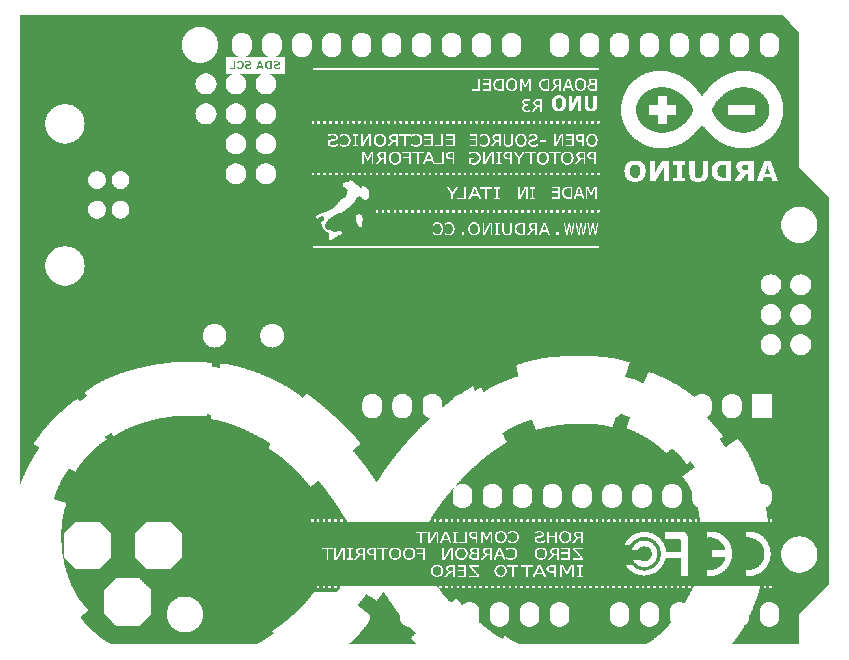
<source format=gbo>
G04*
G04 #@! TF.GenerationSoftware,Altium Limited,Altium Designer,18.0.12 (696)*
G04*
G04 Layer_Color=32896*
%FSLAX44Y44*%
%MOMM*%
G71*
G01*
G75*
%ADD10C,0.2000*%
G36*
X646421Y532492D02*
X646755D01*
Y532158D01*
X647089D01*
Y531824D01*
X647423D01*
Y531491D01*
X647756D01*
Y531157D01*
X648090D01*
Y530823D01*
X648424D01*
Y530489D01*
X648758D01*
Y530155D01*
X649091D01*
Y529822D01*
X649425D01*
Y529488D01*
X649759D01*
Y528821D01*
X650093D01*
Y528487D01*
X650426D01*
Y528153D01*
X650760D01*
Y527819D01*
X651094D01*
Y527486D01*
X651428D01*
Y527152D01*
X651761D01*
Y526818D01*
X652095D01*
Y526484D01*
X652429D01*
Y526151D01*
X652763D01*
Y525483D01*
X653096D01*
Y525149D01*
X653430D01*
Y524815D01*
X653764D01*
Y524482D01*
X654098D01*
Y524148D01*
X654431D01*
Y523814D01*
X654765D01*
Y523480D01*
X655099D01*
Y523147D01*
X655433D01*
Y522813D01*
X655766D01*
Y522479D01*
X656100D01*
Y521812D01*
X656434D01*
Y521478D01*
X656768D01*
Y521144D01*
X657101D01*
Y520811D01*
X657435D01*
Y520477D01*
X657769D01*
Y520143D01*
X658103D01*
Y519809D01*
X658436D01*
Y519475D01*
X658770D01*
Y519142D01*
X659104D01*
Y518474D01*
X659438D01*
Y518140D01*
X659771D01*
Y517807D01*
X660105D01*
Y403330D01*
X660439D01*
Y402996D01*
X660773D01*
Y402662D01*
X661106D01*
Y402328D01*
X661440D01*
Y401995D01*
X661774D01*
Y401661D01*
X662108D01*
Y401327D01*
X662441D01*
Y400993D01*
X662775D01*
Y400659D01*
X663109D01*
Y400326D01*
X663443D01*
Y399992D01*
X663776D01*
Y399658D01*
X664110D01*
Y399324D01*
X664444D01*
Y398991D01*
X664778D01*
Y398657D01*
X665111D01*
Y398323D01*
X665445D01*
Y397990D01*
X665779D01*
Y397656D01*
X666113D01*
Y397322D01*
X666446D01*
Y396988D01*
X666780D01*
Y396655D01*
X667114D01*
Y396321D01*
X667448D01*
Y395987D01*
X667782D01*
Y395653D01*
X668115D01*
Y395319D01*
X668449D01*
Y394986D01*
X668783D01*
Y394652D01*
X669117D01*
Y394318D01*
X669450D01*
Y393984D01*
X669784D01*
Y393651D01*
X670118D01*
Y393317D01*
X670452D01*
Y392983D01*
X670785D01*
Y392649D01*
X671119D01*
Y392316D01*
X671453D01*
Y391982D01*
X671786D01*
Y391648D01*
X672120D01*
Y391314D01*
X672454D01*
Y390981D01*
X672788D01*
Y390647D01*
X673121D01*
Y390313D01*
X673455D01*
Y389979D01*
X673789D01*
Y389646D01*
X674123D01*
Y389312D01*
X674456D01*
Y388978D01*
X674790D01*
Y388644D01*
X675124D01*
Y388311D01*
X675458D01*
Y387977D01*
X675791D01*
Y387643D01*
X676125D01*
Y387309D01*
X676459D01*
Y386976D01*
X676793D01*
Y386642D01*
X677126D01*
Y386308D01*
X677460D01*
Y385974D01*
X677794D01*
Y385641D01*
X678128D01*
Y385307D01*
X678462D01*
Y384973D01*
X678795D01*
Y384639D01*
X679129D01*
Y384306D01*
X679463D01*
Y383972D01*
X679797D01*
Y383638D01*
X680130D01*
Y383304D01*
X680464D01*
Y382971D01*
X680798D01*
Y382637D01*
X681132D01*
Y382303D01*
X681465D01*
Y381969D01*
X681799D01*
Y381636D01*
X682133D01*
Y381302D01*
X682467D01*
Y380968D01*
X682800D01*
Y380634D01*
X683134D01*
Y380301D01*
X683468D01*
Y379967D01*
X683802D01*
Y379633D01*
X684135D01*
Y379299D01*
X684469D01*
Y378965D01*
X684803D01*
Y378632D01*
X685137D01*
Y378298D01*
X685470D01*
Y50553D01*
X685137D01*
Y50219D01*
X684803D01*
Y49885D01*
X684469D01*
Y49552D01*
X684135D01*
Y49218D01*
X683802D01*
Y48884D01*
X683468D01*
Y48550D01*
X683134D01*
Y48217D01*
X682800D01*
Y47883D01*
X682467D01*
Y47549D01*
X682133D01*
Y47215D01*
X681799D01*
Y46881D01*
X681465D01*
Y46548D01*
X681132D01*
Y46214D01*
X680798D01*
Y45880D01*
X680464D01*
Y45546D01*
X680130D01*
Y45213D01*
X679797D01*
Y44879D01*
X679463D01*
Y44545D01*
X679129D01*
Y44212D01*
X678795D01*
Y43878D01*
X678462D01*
Y43544D01*
X678128D01*
Y43210D01*
X677794D01*
Y42877D01*
X677460D01*
Y42543D01*
X677126D01*
Y42209D01*
X676793D01*
Y41875D01*
X676459D01*
Y41542D01*
X676125D01*
Y41208D01*
X675791D01*
Y40874D01*
X675458D01*
Y40540D01*
X675124D01*
Y40206D01*
X674790D01*
Y39873D01*
X674456D01*
Y39539D01*
X674123D01*
Y39205D01*
X673789D01*
Y38871D01*
X673455D01*
Y38538D01*
X673121D01*
Y38204D01*
X672788D01*
Y37870D01*
X672454D01*
Y37536D01*
X672120D01*
Y37203D01*
X671786D01*
Y36869D01*
X671453D01*
Y36535D01*
X671119D01*
Y36201D01*
X670785D01*
Y35868D01*
X670452D01*
Y35534D01*
X670118D01*
Y35200D01*
X669784D01*
Y34866D01*
X669450D01*
Y34533D01*
X669117D01*
Y34199D01*
X668783D01*
Y33865D01*
X668449D01*
Y33531D01*
X668115D01*
Y33198D01*
X667782D01*
Y32864D01*
X667448D01*
Y32530D01*
X667114D01*
Y32196D01*
X666780D01*
Y31863D01*
X666446D01*
Y31529D01*
X666113D01*
Y31195D01*
X665779D01*
Y30861D01*
X665445D01*
Y30528D01*
X665111D01*
Y30194D01*
X664778D01*
Y29860D01*
X664444D01*
Y29526D01*
X664110D01*
Y29193D01*
X663776D01*
Y28859D01*
X663443D01*
Y28525D01*
X663109D01*
Y28191D01*
X662775D01*
Y27858D01*
X662441D01*
Y27524D01*
X662108D01*
Y27190D01*
X661774D01*
Y26856D01*
X661440D01*
Y26523D01*
X661106D01*
Y26189D01*
X660773D01*
Y25855D01*
X660439D01*
Y25521D01*
X660105D01*
Y156D01*
X603033D01*
Y824D01*
X603367D01*
Y1157D01*
X603701D01*
Y1491D01*
X604035D01*
Y1825D01*
X604368D01*
Y2159D01*
X604702D01*
Y2826D01*
X605036D01*
Y3160D01*
X605370D01*
Y3494D01*
X605704D01*
Y3827D01*
X606037D01*
Y4495D01*
X606371D01*
Y4829D01*
X606705D01*
Y5162D01*
X607038D01*
Y5830D01*
X607372D01*
Y6164D01*
X607706D01*
Y6497D01*
X608040D01*
Y7165D01*
X608373D01*
Y7499D01*
X608707D01*
Y8166D01*
X609041D01*
Y8500D01*
X609375D01*
Y9167D01*
X609709D01*
Y9501D01*
X610042D01*
Y10169D01*
X610376D01*
Y10502D01*
X610710D01*
Y11170D01*
X611044D01*
Y11504D01*
X611377D01*
Y12171D01*
X611711D01*
Y12505D01*
X612045D01*
Y13173D01*
X612379D01*
Y13840D01*
X612712D01*
Y14174D01*
X613046D01*
Y14841D01*
X613380D01*
Y15509D01*
X613713D01*
Y16176D01*
X614047D01*
Y16510D01*
X614715D01*
Y16844D01*
X615048D01*
Y17177D01*
X615382D01*
Y17511D01*
X615716D01*
Y17845D01*
X616050D01*
Y18179D01*
X616384D01*
Y18513D01*
X616717D01*
Y19180D01*
X617051D01*
Y19848D01*
X617385D01*
Y20849D01*
X617719D01*
Y23853D01*
X618052D01*
Y24520D01*
X618386D01*
Y25188D01*
X618720D01*
Y25855D01*
X619053D01*
Y26523D01*
X619387D01*
Y27190D01*
X619721D01*
Y28191D01*
X620055D01*
Y28859D01*
X620389D01*
Y29526D01*
X620722D01*
Y30528D01*
X621056D01*
Y31195D01*
X621390D01*
Y32196D01*
X621724D01*
Y32864D01*
X622057D01*
Y33865D01*
X622391D01*
Y34533D01*
X622725D01*
Y35534D01*
X623059D01*
Y36535D01*
X623392D01*
Y37203D01*
X623726D01*
Y38204D01*
X624060D01*
Y39205D01*
X624394D01*
Y40206D01*
X624727D01*
Y41208D01*
X625061D01*
Y42209D01*
X625395D01*
Y43210D01*
X625729D01*
Y44545D01*
X626062D01*
Y45546D01*
X626396D01*
Y46548D01*
X626730D01*
Y47883D01*
X627064D01*
Y49218D01*
X627397D01*
Y49885D01*
X570993D01*
Y49552D01*
X570659D01*
Y48884D01*
X570326D01*
Y48217D01*
X569992D01*
Y47549D01*
X569658D01*
Y46881D01*
X569324D01*
Y46214D01*
X568991D01*
Y45546D01*
X568657D01*
Y44879D01*
X568323D01*
Y44212D01*
X567989D01*
Y43544D01*
X567656D01*
Y42877D01*
X567322D01*
Y42209D01*
X566988D01*
Y41542D01*
X566654D01*
Y40874D01*
X566321D01*
Y40206D01*
X565987D01*
Y39539D01*
X565653D01*
Y39205D01*
X565319D01*
Y38538D01*
X564986D01*
Y37870D01*
X564652D01*
Y37203D01*
X564318D01*
Y36869D01*
X563984D01*
Y36201D01*
X563651D01*
Y35534D01*
X563317D01*
Y34866D01*
X562316D01*
Y35200D01*
X561314D01*
Y35534D01*
X556308D01*
Y35200D01*
X555307D01*
Y34866D01*
X554639D01*
Y34533D01*
X553972D01*
Y34199D01*
X553638D01*
Y33865D01*
X552971D01*
Y33531D01*
X552637D01*
Y33198D01*
X552303D01*
Y32864D01*
X551969D01*
Y32530D01*
X551636D01*
Y31863D01*
X551302D01*
Y31195D01*
X550968D01*
Y30528D01*
X550634D01*
Y20515D01*
X550968D01*
Y19514D01*
X551302D01*
Y18846D01*
X551636D01*
Y18179D01*
X551302D01*
Y17845D01*
X550968D01*
Y17511D01*
X550634D01*
Y17177D01*
X550300D01*
Y16844D01*
X549967D01*
Y16510D01*
X549633D01*
Y15842D01*
X549299D01*
Y15509D01*
X548965D01*
Y15175D01*
X548632D01*
Y14841D01*
X548298D01*
Y14507D01*
X547964D01*
Y14174D01*
X547631D01*
Y13840D01*
X547297D01*
Y13506D01*
X546963D01*
Y13173D01*
X546629D01*
Y12839D01*
X546295D01*
Y12505D01*
X545962D01*
Y12171D01*
X545628D01*
Y11838D01*
X545294D01*
Y11504D01*
X544961D01*
Y11170D01*
X544627D01*
Y10836D01*
X544293D01*
Y10502D01*
X543959D01*
Y10169D01*
X543625D01*
Y9835D01*
X543292D01*
Y9501D01*
X542958D01*
Y9167D01*
X542624D01*
Y8834D01*
X542290D01*
Y8500D01*
X541957D01*
Y8166D01*
X541289D01*
Y7832D01*
X540955D01*
Y7499D01*
X540622D01*
Y7165D01*
X540288D01*
Y6831D01*
X539954D01*
Y6497D01*
X539287D01*
Y6164D01*
X538953D01*
Y5830D01*
X538619D01*
Y5496D01*
X538285D01*
Y5162D01*
X537618D01*
Y4829D01*
X537284D01*
Y4495D01*
X536950D01*
Y4161D01*
X536283D01*
Y3827D01*
X535949D01*
Y3494D01*
X535282D01*
Y3160D01*
X534948D01*
Y2826D01*
X534614D01*
Y2492D01*
X533947D01*
Y2159D01*
X533279D01*
Y1825D01*
X532945D01*
Y1491D01*
X532278D01*
Y1157D01*
X531944D01*
Y824D01*
X531277D01*
Y490D01*
X530609D01*
Y156D01*
X423141D01*
Y490D01*
X422473D01*
Y824D01*
X421806D01*
Y1157D01*
X421138D01*
Y1491D01*
X420471D01*
Y1825D01*
X419803D01*
Y2159D01*
X419136D01*
Y2492D01*
X418468D01*
Y2826D01*
X417801D01*
Y3160D01*
X417133D01*
Y3494D01*
X416799D01*
Y3827D01*
X416132D01*
Y4161D01*
X415464D01*
Y4495D01*
X415131D01*
Y4829D01*
X414463D01*
Y5162D01*
X414129D01*
Y5496D01*
X413462D01*
Y5830D01*
X413128D01*
Y6164D01*
X412461D01*
Y6497D01*
X412127D01*
Y6831D01*
X411793D01*
Y7165D01*
X410792D01*
Y6831D01*
X410458D01*
Y6497D01*
X410124D01*
Y5830D01*
X409791D01*
Y5496D01*
X409457D01*
Y5162D01*
X409123D01*
Y4829D01*
X408789D01*
Y4495D01*
X408456D01*
Y4829D01*
X408122D01*
Y5162D01*
X407454D01*
Y5496D01*
X406787D01*
Y5830D01*
X406453D01*
Y6164D01*
X405785D01*
Y6497D01*
X405118D01*
Y6831D01*
X404784D01*
Y7165D01*
X404117D01*
Y7499D01*
X403783D01*
Y7832D01*
X403116D01*
Y8166D01*
X402782D01*
Y8500D01*
X402114D01*
Y8834D01*
X401781D01*
Y9167D01*
X401113D01*
Y9501D01*
X400779D01*
Y9835D01*
X400446D01*
Y10169D01*
X399778D01*
Y10502D01*
X399444D01*
Y10836D01*
X399110D01*
Y11170D01*
X398443D01*
Y11504D01*
X398109D01*
Y11838D01*
X397775D01*
Y12171D01*
X397108D01*
Y12505D01*
X396774D01*
Y12839D01*
X396440D01*
Y13173D01*
X395773D01*
Y13506D01*
X395439D01*
Y13840D01*
X395105D01*
Y14174D01*
X394772D01*
Y14507D01*
X394104D01*
Y14841D01*
X393770D01*
Y15175D01*
X393437D01*
Y15509D01*
X393103D01*
Y15842D01*
X392435D01*
Y16176D01*
X392102D01*
Y16510D01*
X391768D01*
Y16844D01*
X391434D01*
Y17177D01*
X391100D01*
Y17511D01*
X390767D01*
Y17845D01*
X390099D01*
Y18179D01*
X389765D01*
Y18513D01*
X389432D01*
Y18846D01*
X389098D01*
Y19180D01*
X388764D01*
Y20181D01*
X389098D01*
Y21516D01*
X389432D01*
Y29193D01*
X389098D01*
Y30861D01*
X388764D01*
Y31529D01*
X388430D01*
Y32196D01*
X388097D01*
Y32530D01*
X387763D01*
Y32864D01*
X387429D01*
Y33198D01*
X387095D01*
Y33531D01*
X386762D01*
Y33865D01*
X386428D01*
Y34199D01*
X385760D01*
Y34533D01*
X385427D01*
Y34866D01*
X384425D01*
Y35200D01*
X383424D01*
Y35534D01*
X378751D01*
Y35200D01*
X377750D01*
Y34866D01*
X377083D01*
Y34533D01*
X376415D01*
Y34199D01*
X375748D01*
Y33865D01*
X375414D01*
Y33531D01*
X375080D01*
Y33198D01*
X374413D01*
Y33531D01*
X374079D01*
Y33865D01*
X373745D01*
Y34533D01*
X373411D01*
Y34866D01*
X373078D01*
Y35200D01*
X372744D01*
Y35534D01*
X372410D01*
Y35868D01*
X372076D01*
Y36535D01*
X371743D01*
Y36869D01*
X371409D01*
Y37203D01*
X371075D01*
Y37536D01*
X370742D01*
Y38204D01*
X370408D01*
Y38538D01*
X370074D01*
Y38871D01*
X369407D01*
Y38538D01*
X369073D01*
Y38204D01*
X368739D01*
Y37870D01*
X368072D01*
Y37536D01*
X367738D01*
Y37203D01*
X367404D01*
Y36869D01*
X367070D01*
Y36535D01*
X366736D01*
Y36201D01*
X366403D01*
Y35868D01*
X366069D01*
Y35534D01*
X365735D01*
Y35200D01*
X365068D01*
Y35534D01*
X364734D01*
Y35868D01*
X364400D01*
Y36201D01*
X364066D01*
Y36535D01*
X363733D01*
Y36869D01*
X363399D01*
Y37203D01*
X363065D01*
Y37536D01*
X362731D01*
Y37870D01*
X362398D01*
Y38204D01*
X362064D01*
Y38538D01*
X361730D01*
Y39205D01*
X361396D01*
Y39539D01*
X361063D01*
Y39873D01*
X360729D01*
Y40206D01*
X360395D01*
Y40540D01*
X360061D01*
Y40874D01*
X359728D01*
Y41208D01*
X359394D01*
Y41875D01*
X359060D01*
Y42209D01*
X358726D01*
Y42543D01*
X358393D01*
Y42877D01*
X358059D01*
Y43544D01*
X357725D01*
Y43878D01*
X357391D01*
Y44212D01*
X357058D01*
Y44879D01*
X356724D01*
Y45213D01*
X356390D01*
Y45546D01*
X356056D01*
Y46214D01*
X355723D01*
Y46548D01*
X355389D01*
Y46881D01*
X355055D01*
Y47549D01*
X354721D01*
Y47883D01*
X354388D01*
Y48217D01*
X354054D01*
Y48884D01*
X353720D01*
Y49218D01*
X353386D01*
Y49552D01*
X353053D01*
Y49885D01*
X271283D01*
Y48217D01*
X270949D01*
Y47215D01*
X270616D01*
Y46548D01*
X270282D01*
Y46214D01*
X269948D01*
Y45546D01*
X269614D01*
Y45213D01*
X269281D01*
Y44879D01*
X268947D01*
Y44545D01*
X248922D01*
Y43878D01*
X248588D01*
Y43544D01*
X248254D01*
Y42877D01*
X247920D01*
Y42543D01*
X247587D01*
Y42209D01*
X247253D01*
Y41542D01*
X246919D01*
Y41208D01*
X246585D01*
Y40540D01*
X246252D01*
Y40206D01*
X245918D01*
Y39873D01*
X245584D01*
Y39539D01*
X245250D01*
Y38871D01*
X244917D01*
Y38538D01*
X244583D01*
Y38204D01*
X244249D01*
Y37870D01*
X243915D01*
Y37203D01*
X243582D01*
Y36869D01*
X243248D01*
Y36535D01*
X242914D01*
Y36201D01*
X242580D01*
Y35868D01*
X242247D01*
Y35200D01*
X241913D01*
Y34866D01*
X241579D01*
Y34533D01*
X241245D01*
Y34199D01*
X240912D01*
Y33865D01*
X240578D01*
Y33531D01*
X240244D01*
Y33198D01*
X239910D01*
Y32864D01*
X239577D01*
Y32530D01*
X239243D01*
Y32196D01*
X238909D01*
Y31863D01*
X238575D01*
Y31529D01*
X238242D01*
Y31195D01*
X237908D01*
Y30861D01*
X237574D01*
Y30528D01*
X237240D01*
Y30194D01*
X236907D01*
Y29860D01*
X236573D01*
Y29526D01*
X236239D01*
Y29193D01*
X235905D01*
Y28859D01*
X235572D01*
Y28525D01*
X235238D01*
Y28191D01*
X234904D01*
Y27858D01*
X234570D01*
Y27524D01*
X234237D01*
Y27190D01*
X233903D01*
Y26856D01*
X233569D01*
Y26523D01*
X233235D01*
Y26189D01*
X232902D01*
Y25855D01*
X232568D01*
Y25521D01*
X232234D01*
Y25188D01*
X231900D01*
Y24854D01*
X231233D01*
Y24520D01*
X230899D01*
Y24186D01*
X230565D01*
Y23853D01*
X230231D01*
Y23519D01*
X229898D01*
Y23185D01*
X229564D01*
Y22851D01*
X229230D01*
Y22518D01*
X228563D01*
Y22184D01*
X228229D01*
Y21850D01*
X227895D01*
Y21516D01*
X227561D01*
Y21182D01*
X227228D01*
Y20849D01*
X226560D01*
Y20515D01*
X226227D01*
Y20181D01*
X225893D01*
Y19848D01*
X225559D01*
Y19514D01*
X224891D01*
Y19180D01*
X224558D01*
Y18846D01*
X224224D01*
Y18513D01*
X223890D01*
Y18179D01*
X223223D01*
Y17845D01*
X222889D01*
Y17511D01*
X222555D01*
Y17177D01*
X221888D01*
Y16844D01*
X221554D01*
Y16510D01*
X221220D01*
Y16176D01*
X220553D01*
Y15842D01*
X220219D01*
Y15509D01*
X219885D01*
Y15175D01*
X219218D01*
Y14841D01*
X218884D01*
Y14507D01*
X218216D01*
Y14174D01*
X217883D01*
Y13840D01*
X217215D01*
Y13506D01*
X216882D01*
Y13173D01*
X216548D01*
Y12839D01*
X215880D01*
Y12505D01*
X215546D01*
Y12171D01*
X214879D01*
Y11838D01*
X214211D01*
Y11504D01*
X213878D01*
Y10836D01*
X214211D01*
Y10502D01*
X214545D01*
Y10169D01*
X214879D01*
Y9501D01*
X215213D01*
Y9167D01*
X214879D01*
Y8834D01*
X214545D01*
Y8500D01*
X213878D01*
Y8166D01*
X213544D01*
Y7832D01*
X212876D01*
Y7499D01*
X212543D01*
Y7165D01*
X211875D01*
Y6831D01*
X211541D01*
Y6497D01*
X210874D01*
Y6164D01*
X210540D01*
Y5830D01*
X209873D01*
Y5496D01*
X209539D01*
Y5162D01*
X208871D01*
Y4829D01*
X208538D01*
Y4495D01*
X207870D01*
Y4161D01*
X207203D01*
Y3827D01*
X206869D01*
Y3494D01*
X206201D01*
Y3160D01*
X205534D01*
Y2826D01*
X205200D01*
Y2492D01*
X204533D01*
Y2159D01*
X203865D01*
Y1825D01*
X203531D01*
Y1491D01*
X202864D01*
Y1157D01*
X202196D01*
Y824D01*
X201529D01*
Y490D01*
X200861D01*
Y156D01*
X77373D01*
Y490D01*
X76705D01*
Y824D01*
X76371D01*
Y1157D01*
X75704D01*
Y1491D01*
X75037D01*
Y1825D01*
X74369D01*
Y2159D01*
X74035D01*
Y2492D01*
X73368D01*
Y2826D01*
X72700D01*
Y3160D01*
X72366D01*
Y3494D01*
X71699D01*
Y3827D01*
X71365D01*
Y4161D01*
X70698D01*
Y4495D01*
X70364D01*
Y4829D01*
X70030D01*
Y5162D01*
X69363D01*
Y5496D01*
X69029D01*
Y5830D01*
X68362D01*
Y6164D01*
X68028D01*
Y6497D01*
X67694D01*
Y6831D01*
X67026D01*
Y7165D01*
X66693D01*
Y7499D01*
X66359D01*
Y7832D01*
X66025D01*
Y8166D01*
X65358D01*
Y8500D01*
X65024D01*
Y8834D01*
X64690D01*
Y9167D01*
X64356D01*
Y9501D01*
X64023D01*
Y9835D01*
X63689D01*
Y10169D01*
X63021D01*
Y10502D01*
X62688D01*
Y10836D01*
X62354D01*
Y11170D01*
X62020D01*
Y11504D01*
X61686D01*
Y11838D01*
X61353D01*
Y12171D01*
X61019D01*
Y12505D01*
X60685D01*
Y12839D01*
X60351D01*
Y13173D01*
X60018D01*
Y13506D01*
X59684D01*
Y13840D01*
X59350D01*
Y14174D01*
X59016D01*
Y14507D01*
X58683D01*
Y14841D01*
X58349D01*
Y15175D01*
X58015D01*
Y15509D01*
X57681D01*
Y15842D01*
X57348D01*
Y16176D01*
X57014D01*
Y16510D01*
X56680D01*
Y16844D01*
X56346D01*
Y17177D01*
X56013D01*
Y17511D01*
X55679D01*
Y18179D01*
X55345D01*
Y18513D01*
X55011D01*
Y18846D01*
X54678D01*
Y19180D01*
X54344D01*
Y19514D01*
X54010D01*
Y19848D01*
X53676D01*
Y20181D01*
X53343D01*
Y20849D01*
X53009D01*
Y21182D01*
X52675D01*
Y21516D01*
X52341D01*
Y21850D01*
X52008D01*
Y22184D01*
X51674D01*
Y22851D01*
X51340D01*
Y23185D01*
X51674D01*
Y23519D01*
X52341D01*
Y23853D01*
X52675D01*
Y24186D01*
X53009D01*
Y24520D01*
X53343D01*
Y24854D01*
X53676D01*
Y25188D01*
X54010D01*
Y25521D01*
X54344D01*
Y25855D01*
X55011D01*
Y26189D01*
X55345D01*
Y26523D01*
X55679D01*
Y26856D01*
X56013D01*
Y27190D01*
X56346D01*
Y27524D01*
X56680D01*
Y27858D01*
X57014D01*
Y28191D01*
X57681D01*
Y28525D01*
X58015D01*
Y28859D01*
X58349D01*
Y29193D01*
X58015D01*
Y29526D01*
X57681D01*
Y29860D01*
X57348D01*
Y30194D01*
X57014D01*
Y30528D01*
X56680D01*
Y30861D01*
X56346D01*
Y31195D01*
X56013D01*
Y31529D01*
X55679D01*
Y31863D01*
X55345D01*
Y32530D01*
X55011D01*
Y32864D01*
X54678D01*
Y33198D01*
X54344D01*
Y33531D01*
X54010D01*
Y33865D01*
X53676D01*
Y34533D01*
X53343D01*
Y34866D01*
X53009D01*
Y35200D01*
X52675D01*
Y35534D01*
X52341D01*
Y36201D01*
X52008D01*
Y36535D01*
X51674D01*
Y37203D01*
X51340D01*
Y37536D01*
X51006D01*
Y37870D01*
X50672D01*
Y38538D01*
X50339D01*
Y38871D01*
X50005D01*
Y39539D01*
X49671D01*
Y40206D01*
X49338D01*
Y40540D01*
X49004D01*
Y41208D01*
X48670D01*
Y41542D01*
X48336D01*
Y42209D01*
X48003D01*
Y42877D01*
X47669D01*
Y43544D01*
X47335D01*
Y43878D01*
X47001D01*
Y44545D01*
X46667D01*
Y45213D01*
X46334D01*
Y45880D01*
X46000D01*
Y46548D01*
X45666D01*
Y47215D01*
X45332D01*
Y47883D01*
X44999D01*
Y48550D01*
X44665D01*
Y49218D01*
X44331D01*
Y49885D01*
X43998D01*
Y50887D01*
X43664D01*
Y51554D01*
X43330D01*
Y52221D01*
X42996D01*
Y53223D01*
X42663D01*
Y53890D01*
X42329D01*
Y54892D01*
X41995D01*
Y55559D01*
X41661D01*
Y56560D01*
X41328D01*
Y57562D01*
X40994D01*
Y58563D01*
X40660D01*
Y59564D01*
X40326D01*
Y60565D01*
X39992D01*
Y61567D01*
X39659D01*
Y62568D01*
X39325D01*
Y63903D01*
X38991D01*
Y64904D01*
X38657D01*
Y66239D01*
X38324D01*
Y67574D01*
X37990D01*
Y69243D01*
X37656D01*
Y70578D01*
X37322D01*
Y72247D01*
X36989D01*
Y74249D01*
X36655D01*
Y76252D01*
X36321D01*
Y78588D01*
X35987D01*
Y81258D01*
X35654D01*
Y85597D01*
X35320D01*
Y97612D01*
X35654D01*
Y101617D01*
X35987D01*
Y104287D01*
X36321D01*
Y106623D01*
X36655D01*
Y108626D01*
X36989D01*
Y110295D01*
X37322D01*
Y111629D01*
X37656D01*
Y112965D01*
X37990D01*
Y114300D01*
X38324D01*
Y115635D01*
X38657D01*
Y116636D01*
X38991D01*
Y117637D01*
X39325D01*
Y118972D01*
X39659D01*
Y119640D01*
X39325D01*
Y119973D01*
X38324D01*
Y120307D01*
X37322D01*
Y120641D01*
X36321D01*
Y120975D01*
X34986D01*
Y121308D01*
X33985D01*
Y121642D01*
X32984D01*
Y121976D01*
X31982D01*
Y122310D01*
X30647D01*
Y122643D01*
X29646D01*
Y122977D01*
X28979D01*
Y123978D01*
X29312D01*
Y124980D01*
X29646D01*
Y125981D01*
X29980D01*
Y126982D01*
X30314D01*
Y127650D01*
X30647D01*
Y128651D01*
X30981D01*
Y129319D01*
X31315D01*
Y130320D01*
X31649D01*
Y130987D01*
X31982D01*
Y131655D01*
X32316D01*
Y132656D01*
X32650D01*
Y133323D01*
X32984D01*
Y133991D01*
X33317D01*
Y134658D01*
X33651D01*
Y135326D01*
X33985D01*
Y136327D01*
X34319D01*
Y136995D01*
X34652D01*
Y137662D01*
X34986D01*
Y138330D01*
X35320D01*
Y138997D01*
X35654D01*
Y139665D01*
X35987D01*
Y139999D01*
X36321D01*
Y140666D01*
X36655D01*
Y141334D01*
X36989D01*
Y142001D01*
X37322D01*
Y142335D01*
X37656D01*
Y143002D01*
X37990D01*
Y143670D01*
X38324D01*
Y144004D01*
X38657D01*
Y144671D01*
X38991D01*
Y145005D01*
X39325D01*
Y145672D01*
X39659D01*
Y146006D01*
X39992D01*
Y146674D01*
X40326D01*
Y147007D01*
X40660D01*
Y147341D01*
X40994D01*
Y148009D01*
X41328D01*
Y148342D01*
X41661D01*
Y148676D01*
X42663D01*
Y148342D01*
X43330D01*
Y148009D01*
X43998D01*
Y147675D01*
X44665D01*
Y147341D01*
X45332D01*
Y147007D01*
X46000D01*
Y146674D01*
X46667D01*
Y146340D01*
X47335D01*
Y146006D01*
X47669D01*
Y146674D01*
X48003D01*
Y147341D01*
X48336D01*
Y148009D01*
X48670D01*
Y148676D01*
X49004D01*
Y149010D01*
X49338D01*
Y149677D01*
X49671D01*
Y150345D01*
X50005D01*
Y150679D01*
X50339D01*
Y151346D01*
X50672D01*
Y151680D01*
X51006D01*
Y152014D01*
X51340D01*
Y152681D01*
X51674D01*
Y153015D01*
X52008D01*
Y153349D01*
X52341D01*
Y154016D01*
X52675D01*
Y154350D01*
X53009D01*
Y154684D01*
X53343D01*
Y155351D01*
X53676D01*
Y155685D01*
X54010D01*
Y156019D01*
X54344D01*
Y156352D01*
X54678D01*
Y156686D01*
X55011D01*
Y157020D01*
X55345D01*
Y157687D01*
X55679D01*
Y158021D01*
X56013D01*
Y158355D01*
X56346D01*
Y158689D01*
X56680D01*
Y159022D01*
X57014D01*
Y159356D01*
X57348D01*
Y159690D01*
X57681D01*
Y160024D01*
X58015D01*
Y160357D01*
X58349D01*
Y160691D01*
X58683D01*
Y161025D01*
X59016D01*
Y161359D01*
X59350D01*
Y161693D01*
X59684D01*
Y162026D01*
X60018D01*
Y162360D01*
X60351D01*
Y162694D01*
X60685D01*
Y163027D01*
X61019D01*
Y163361D01*
X61353D01*
Y163695D01*
X61686D01*
Y164029D01*
X62020D01*
Y164363D01*
X62354D01*
Y164696D01*
X62688D01*
Y165030D01*
X63021D01*
Y165364D01*
X63355D01*
Y165697D01*
X63689D01*
Y166031D01*
X64356D01*
Y166365D01*
X64690D01*
Y166699D01*
X65024D01*
Y167033D01*
X65358D01*
Y167366D01*
X65691D01*
Y167700D01*
X66025D01*
Y168034D01*
X66693D01*
Y168368D01*
X67026D01*
Y168701D01*
X67360D01*
Y169035D01*
X67694D01*
Y169369D01*
X68028D01*
Y169702D01*
X68695D01*
Y170036D01*
X69029D01*
Y170370D01*
X69363D01*
Y170704D01*
X70030D01*
Y171038D01*
X70364D01*
Y171371D01*
X70698D01*
Y171705D01*
X71365D01*
Y172039D01*
X71699D01*
Y172373D01*
X72033D01*
Y172706D01*
X72700D01*
Y173040D01*
X73034D01*
Y173374D01*
X73702D01*
Y173708D01*
X73368D01*
Y174375D01*
X73034D01*
Y174709D01*
X72700D01*
Y175376D01*
X72366D01*
Y176044D01*
X72700D01*
Y176378D01*
X73368D01*
Y176711D01*
X73702D01*
Y177045D01*
X74369D01*
Y177379D01*
X74703D01*
Y177713D01*
X75370D01*
Y178046D01*
X75704D01*
Y178380D01*
X76371D01*
Y178714D01*
X76705D01*
Y179048D01*
X77373D01*
Y179381D01*
X77706D01*
Y179048D01*
X78040D01*
Y178714D01*
X78374D01*
Y178046D01*
X78708D01*
Y177713D01*
X79042D01*
Y177045D01*
X79375D01*
Y176711D01*
X79709D01*
Y176378D01*
X80377D01*
Y176711D01*
X80710D01*
Y177045D01*
X81378D01*
Y177379D01*
X82045D01*
Y177713D01*
X82379D01*
Y178046D01*
X83047D01*
Y178380D01*
X83380D01*
Y178714D01*
X84048D01*
Y179048D01*
X84715D01*
Y179381D01*
X85383D01*
Y179715D01*
X85717D01*
Y180049D01*
X86384D01*
Y180383D01*
X87052D01*
Y180716D01*
X87719D01*
Y181050D01*
X88387D01*
Y181384D01*
X89054D01*
Y181718D01*
X89722D01*
Y182051D01*
X90389D01*
Y182385D01*
X91057D01*
Y182719D01*
X91724D01*
Y183053D01*
X92725D01*
Y183386D01*
X93393D01*
Y183720D01*
X94060D01*
Y184054D01*
X95062D01*
Y184388D01*
X95729D01*
Y184721D01*
X96397D01*
Y185055D01*
X97398D01*
Y185389D01*
X98399D01*
Y185723D01*
X99067D01*
Y186056D01*
X100068D01*
Y186390D01*
X101069D01*
Y186724D01*
X102071D01*
Y187058D01*
X103072D01*
Y187391D01*
X104073D01*
Y187725D01*
X105074D01*
Y188059D01*
X106075D01*
Y188393D01*
X107410D01*
Y188726D01*
X108412D01*
Y189060D01*
X109747D01*
Y189394D01*
X111082D01*
Y189728D01*
X112417D01*
Y190061D01*
X113752D01*
Y190395D01*
X115087D01*
Y190729D01*
X116756D01*
Y191063D01*
X118424D01*
Y191397D01*
X120093D01*
Y191730D01*
X122096D01*
Y192064D01*
X124098D01*
Y192398D01*
X126434D01*
Y192731D01*
X129104D01*
Y193065D01*
X132442D01*
Y193399D01*
X137114D01*
Y193733D01*
X150131D01*
Y193399D01*
X154470D01*
Y193065D01*
X157473D01*
Y192731D01*
X158141D01*
Y193065D01*
X158475D01*
Y194734D01*
X160144D01*
Y194400D01*
X162146D01*
Y194067D01*
X162480D01*
Y193733D01*
X162146D01*
Y192064D01*
X161812D01*
Y190729D01*
X163815D01*
Y190395D01*
X165817D01*
Y190061D01*
X167486D01*
Y189728D01*
X168821D01*
Y189394D01*
X170156D01*
Y189060D01*
X171491D01*
Y188726D01*
X172826D01*
Y188393D01*
X173827D01*
Y188059D01*
X174829D01*
Y187725D01*
X175830D01*
Y187391D01*
X177165D01*
Y187058D01*
X178166D01*
Y186724D01*
X178834D01*
Y186390D01*
X179835D01*
Y186056D01*
X180836D01*
Y185723D01*
X181837D01*
Y185389D01*
X182505D01*
Y185055D01*
X183506D01*
Y184721D01*
X184174D01*
Y184388D01*
X185175D01*
Y184054D01*
X185842D01*
Y183720D01*
X186844D01*
Y183386D01*
X187511D01*
Y183053D01*
X188512D01*
Y182719D01*
X189180D01*
Y182385D01*
X189847D01*
Y182051D01*
X190515D01*
Y181718D01*
X191516D01*
Y181384D01*
X192184D01*
Y181050D01*
X192851D01*
Y180716D01*
X193519D01*
Y180383D01*
X194186D01*
Y180049D01*
X194854D01*
Y179715D01*
X195521D01*
Y179381D01*
X196189D01*
Y179048D01*
X196856D01*
Y178714D01*
X197524D01*
Y178380D01*
X198191D01*
Y178046D01*
X198859D01*
Y177713D01*
X199526D01*
Y177379D01*
X200194D01*
Y177045D01*
X200861D01*
Y176711D01*
X201529D01*
Y176378D01*
X202196D01*
Y176044D01*
X202864D01*
Y175710D01*
X203531D01*
Y175376D01*
X203865D01*
Y175043D01*
X204533D01*
Y174709D01*
X205200D01*
Y174375D01*
X205868D01*
Y174041D01*
X206201D01*
Y173708D01*
X206869D01*
Y173374D01*
X207536D01*
Y173040D01*
X207870D01*
Y172706D01*
X208538D01*
Y172373D01*
X208871D01*
Y172039D01*
X209539D01*
Y171705D01*
X209873D01*
Y171371D01*
X210540D01*
Y171038D01*
X210874D01*
Y170704D01*
X211541D01*
Y170370D01*
X211875D01*
Y170036D01*
X212543D01*
Y169369D01*
X212209D01*
Y168701D01*
X211875D01*
Y168034D01*
X211541D01*
Y167700D01*
X211208D01*
Y167033D01*
X210874D01*
Y166365D01*
X210540D01*
Y166031D01*
X210874D01*
Y165697D01*
X211541D01*
Y165364D01*
X211875D01*
Y165030D01*
X212543D01*
Y164696D01*
X213210D01*
Y164363D01*
X213544D01*
Y164029D01*
X214211D01*
Y163695D01*
X214545D01*
Y163361D01*
X215213D01*
Y163027D01*
X215546D01*
Y162694D01*
X216214D01*
Y162360D01*
X216548D01*
Y162026D01*
X216882D01*
Y161693D01*
X217549D01*
Y161359D01*
X217883D01*
Y161025D01*
X218550D01*
Y160691D01*
X218884D01*
Y160357D01*
X219218D01*
Y160024D01*
X219885D01*
Y159690D01*
X220219D01*
Y159356D01*
X220553D01*
Y159022D01*
X221220D01*
Y158689D01*
X221554D01*
Y158355D01*
X221888D01*
Y158021D01*
X222222D01*
Y157687D01*
X222889D01*
Y157354D01*
X223223D01*
Y157020D01*
X223556D01*
Y156686D01*
X223890D01*
Y156352D01*
X224224D01*
Y156019D01*
X224891D01*
Y155685D01*
X225225D01*
Y155351D01*
X225559D01*
Y155017D01*
X225893D01*
Y154684D01*
X226227D01*
Y154350D01*
X226560D01*
Y154016D01*
X226894D01*
Y153682D01*
X227561D01*
Y153349D01*
X227895D01*
Y153015D01*
X228229D01*
Y152681D01*
X228563D01*
Y152347D01*
X228897D01*
Y152014D01*
X229230D01*
Y151680D01*
X229564D01*
Y151346D01*
X229898D01*
Y151012D01*
X230231D01*
Y150679D01*
X230565D01*
Y150345D01*
X230899D01*
Y150011D01*
X231567D01*
Y149677D01*
X231900D01*
Y149344D01*
X232234D01*
Y149010D01*
X232568D01*
Y148676D01*
X232902D01*
Y148342D01*
X233235D01*
Y148009D01*
X233569D01*
Y147675D01*
X233903D01*
Y147341D01*
X234237D01*
Y147007D01*
X234570D01*
Y146674D01*
X234904D01*
Y146340D01*
X235238D01*
Y146006D01*
X235572D01*
Y145672D01*
X235905D01*
Y145339D01*
X236239D01*
Y145005D01*
X236573D01*
Y144671D01*
X236907D01*
Y144337D01*
X237240D01*
Y143670D01*
X237574D01*
Y143336D01*
X237908D01*
Y143002D01*
X238242D01*
Y142669D01*
X238575D01*
Y142335D01*
X238909D01*
Y142001D01*
X239243D01*
Y141667D01*
X239577D01*
Y141334D01*
X239910D01*
Y141000D01*
X240244D01*
Y140666D01*
X240578D01*
Y140332D01*
X240912D01*
Y139665D01*
X241245D01*
Y139331D01*
X241579D01*
Y138997D01*
X241913D01*
Y138664D01*
X242247D01*
Y138330D01*
X242580D01*
Y137996D01*
X242914D01*
Y137662D01*
X243248D01*
Y136995D01*
X243582D01*
Y136661D01*
X243915D01*
Y136327D01*
X244249D01*
Y135993D01*
X244583D01*
Y135326D01*
X244917D01*
Y134992D01*
X245250D01*
Y134658D01*
X245584D01*
Y134325D01*
X245918D01*
Y133657D01*
X246585D01*
Y133991D01*
X247253D01*
Y134325D01*
X247587D01*
Y134658D01*
X247920D01*
Y134992D01*
X248588D01*
Y135326D01*
X248922D01*
Y135660D01*
X249256D01*
Y135993D01*
X249923D01*
Y136327D01*
X250257D01*
Y136661D01*
X250590D01*
Y136995D01*
X251258D01*
Y137329D01*
X251592D01*
Y137662D01*
X251926D01*
Y137996D01*
X252259D01*
Y138330D01*
X252927D01*
Y138664D01*
X253260D01*
Y138330D01*
X253594D01*
Y137662D01*
X253928D01*
Y137329D01*
X254262D01*
Y136995D01*
X254596D01*
Y136661D01*
X254929D01*
Y136327D01*
X255263D01*
Y135660D01*
X255597D01*
Y135326D01*
X255931D01*
Y134992D01*
X256264D01*
Y134658D01*
X256598D01*
Y134325D01*
X256932D01*
Y133657D01*
X257265D01*
Y133323D01*
X257599D01*
Y132990D01*
X257933D01*
Y132322D01*
X258267D01*
Y131988D01*
X258601D01*
Y131655D01*
X258934D01*
Y131321D01*
X259268D01*
Y130653D01*
X259602D01*
Y130320D01*
X259935D01*
Y129986D01*
X260269D01*
Y129319D01*
X260603D01*
Y128985D01*
X260937D01*
Y128651D01*
X261271D01*
Y127983D01*
X261604D01*
Y127650D01*
X261938D01*
Y127316D01*
X262272D01*
Y126648D01*
X262606D01*
Y126315D01*
X262939D01*
Y125981D01*
X263273D01*
Y125313D01*
X263607D01*
Y124980D01*
X263941D01*
Y124312D01*
X264274D01*
Y123978D01*
X264608D01*
Y123645D01*
X264942D01*
Y122977D01*
X265276D01*
Y122643D01*
X265609D01*
Y121976D01*
X265943D01*
Y121642D01*
X266277D01*
Y121308D01*
X266611D01*
Y120641D01*
X266944D01*
Y120307D01*
X267278D01*
Y119640D01*
X267612D01*
Y119306D01*
X267946D01*
Y118638D01*
X268279D01*
Y118305D01*
X268613D01*
Y117637D01*
X268947D01*
Y117303D01*
X269281D01*
Y116636D01*
X269614D01*
Y116302D01*
X269948D01*
Y115635D01*
X270282D01*
Y115301D01*
X270616D01*
Y114633D01*
X270949D01*
Y114300D01*
X271283D01*
Y113632D01*
X271617D01*
Y113298D01*
X271951D01*
Y112631D01*
X272284D01*
Y112297D01*
X272618D01*
Y111629D01*
X272952D01*
Y111296D01*
X273286D01*
Y110628D01*
X273619D01*
Y110295D01*
X273953D01*
Y109627D01*
X274287D01*
Y108960D01*
X274621D01*
Y108626D01*
X274954D01*
Y107958D01*
X275288D01*
Y107625D01*
X275622D01*
Y106957D01*
X275956D01*
Y106290D01*
X276289D01*
Y105956D01*
X276623D01*
Y105288D01*
X276957D01*
Y104955D01*
X277291D01*
Y104287D01*
X277624D01*
Y103953D01*
X347045D01*
Y104621D01*
X347379D01*
Y105288D01*
X347713D01*
Y105622D01*
X348046D01*
Y106290D01*
X348380D01*
Y106957D01*
X348714D01*
Y107625D01*
X349048D01*
Y107958D01*
X349381D01*
Y108626D01*
X349715D01*
Y108960D01*
X350049D01*
Y109627D01*
X350382D01*
Y110295D01*
X350716D01*
Y110628D01*
X351050D01*
Y111296D01*
X351384D01*
Y111629D01*
X351718D01*
Y112297D01*
X352051D01*
Y112631D01*
X352385D01*
Y113298D01*
X352719D01*
Y113632D01*
X353053D01*
Y114300D01*
X353386D01*
Y114633D01*
X353720D01*
Y115301D01*
X354054D01*
Y115635D01*
X354388D01*
Y116302D01*
X354721D01*
Y116636D01*
X355055D01*
Y116970D01*
X355389D01*
Y117637D01*
X355723D01*
Y117971D01*
X356056D01*
Y118305D01*
X356390D01*
Y118638D01*
X356724D01*
Y119306D01*
X357058D01*
Y119973D01*
X357391D01*
Y120307D01*
X357725D01*
Y120641D01*
X358059D01*
Y121308D01*
X358393D01*
Y121642D01*
X358726D01*
Y121976D01*
X359060D01*
Y122310D01*
X359394D01*
Y122977D01*
X359728D01*
Y123311D01*
X360061D01*
Y123645D01*
X360395D01*
Y124312D01*
X360729D01*
Y124646D01*
X361063D01*
Y124980D01*
X361396D01*
Y125313D01*
X361730D01*
Y125981D01*
X362064D01*
Y126315D01*
X362398D01*
Y126648D01*
X362731D01*
Y126982D01*
X363065D01*
Y127316D01*
X363399D01*
Y127983D01*
X363733D01*
Y128317D01*
X364066D01*
Y128651D01*
X364400D01*
Y128985D01*
X364734D01*
Y129319D01*
X365068D01*
Y129986D01*
X365401D01*
Y130320D01*
X365735D01*
Y130653D01*
X366069D01*
Y130987D01*
X366403D01*
Y131321D01*
X366736D01*
Y131655D01*
X367070D01*
Y132322D01*
X367404D01*
Y132656D01*
X367738D01*
Y131988D01*
X367404D01*
Y131321D01*
X367070D01*
Y130320D01*
X366736D01*
Y120975D01*
X367070D01*
Y119973D01*
X367404D01*
Y119306D01*
X367738D01*
Y118638D01*
X368072D01*
Y118305D01*
X368405D01*
Y117971D01*
X368739D01*
Y117637D01*
X369073D01*
Y117303D01*
X369407D01*
Y116970D01*
X370074D01*
Y116636D01*
X370408D01*
Y116302D01*
X371075D01*
Y115968D01*
X372076D01*
Y115635D01*
X373411D01*
Y115301D01*
X376415D01*
Y115635D01*
X377750D01*
Y115968D01*
X378751D01*
Y116302D01*
X379419D01*
Y116636D01*
X379753D01*
Y116970D01*
X380420D01*
Y117303D01*
X380754D01*
Y117637D01*
X381088D01*
Y117971D01*
X381422D01*
Y118305D01*
X381755D01*
Y118638D01*
X382089D01*
Y119306D01*
X382423D01*
Y119973D01*
X382757D01*
Y120975D01*
X383090D01*
Y130320D01*
X382757D01*
Y131321D01*
X382423D01*
Y131988D01*
X382089D01*
Y132322D01*
X381755D01*
Y132990D01*
X381422D01*
Y133323D01*
X381088D01*
Y133657D01*
X380754D01*
Y133991D01*
X380420D01*
Y134325D01*
X379753D01*
Y134658D01*
X379419D01*
Y134992D01*
X378418D01*
Y135326D01*
X377750D01*
Y135660D01*
X376082D01*
Y135993D01*
X373745D01*
Y135660D01*
X372076D01*
Y135326D01*
X371075D01*
Y134992D01*
X370408D01*
Y134658D01*
X370074D01*
Y134325D01*
X369407D01*
Y134658D01*
X369740D01*
Y135326D01*
X370074D01*
Y135660D01*
X370408D01*
Y135993D01*
X370742D01*
Y136327D01*
X371075D01*
Y136661D01*
X371409D01*
Y136995D01*
X371743D01*
Y137329D01*
X372076D01*
Y137662D01*
X372410D01*
Y137996D01*
X372744D01*
Y138330D01*
X373078D01*
Y138664D01*
X373411D01*
Y138997D01*
X373745D01*
Y139665D01*
X374079D01*
Y139999D01*
X374413D01*
Y140332D01*
X374747D01*
Y140666D01*
X375080D01*
Y141000D01*
X375414D01*
Y141334D01*
X375748D01*
Y141667D01*
X376082D01*
Y142001D01*
X376415D01*
Y142335D01*
X376749D01*
Y142669D01*
X377083D01*
Y143002D01*
X377416D01*
Y143336D01*
X377750D01*
Y143670D01*
X378084D01*
Y144004D01*
X378418D01*
Y144337D01*
X378751D01*
Y144671D01*
X379085D01*
Y145005D01*
X379419D01*
Y145339D01*
X379753D01*
Y145672D01*
X380087D01*
Y146006D01*
X380420D01*
Y146340D01*
X380754D01*
Y146674D01*
X381088D01*
Y147007D01*
X381422D01*
Y147341D01*
X381755D01*
Y147675D01*
X382089D01*
Y148009D01*
X382423D01*
Y148342D01*
X383090D01*
Y148676D01*
X383424D01*
Y149010D01*
X383758D01*
Y149344D01*
X384092D01*
Y149677D01*
X384425D01*
Y150011D01*
X384759D01*
Y150345D01*
X385093D01*
Y150679D01*
X385427D01*
Y151012D01*
X385760D01*
Y151346D01*
X386094D01*
Y151680D01*
X386428D01*
Y152014D01*
X386762D01*
Y152347D01*
X387429D01*
Y152681D01*
X387763D01*
Y153015D01*
X388097D01*
Y153349D01*
X388430D01*
Y153682D01*
X388764D01*
Y154016D01*
X389098D01*
Y154350D01*
X389432D01*
Y154684D01*
X390099D01*
Y155017D01*
X390433D01*
Y155351D01*
X390767D01*
Y155685D01*
X391100D01*
Y156019D01*
X391434D01*
Y156352D01*
X391768D01*
Y156686D01*
X392435D01*
Y157020D01*
X392769D01*
Y157354D01*
X393103D01*
Y157687D01*
X393437D01*
Y158021D01*
X394104D01*
Y158355D01*
X394438D01*
Y158689D01*
X394772D01*
Y159022D01*
X395105D01*
Y159356D01*
X395439D01*
Y159690D01*
X396107D01*
Y160024D01*
X396440D01*
Y160357D01*
X396774D01*
Y160691D01*
X397442D01*
Y161025D01*
X397775D01*
Y161359D01*
X398109D01*
Y161693D01*
X398443D01*
Y162026D01*
X399110D01*
Y162360D01*
X399444D01*
Y162694D01*
X399778D01*
Y163027D01*
X400446D01*
Y163361D01*
X400779D01*
Y163695D01*
X401447D01*
Y164029D01*
X401781D01*
Y164363D01*
X402114D01*
Y164696D01*
X402782D01*
Y165030D01*
X403116D01*
Y165364D01*
X403783D01*
Y165697D01*
X404117D01*
Y166031D01*
X404784D01*
Y166365D01*
X405118D01*
Y166699D01*
X405785D01*
Y167033D01*
X406119D01*
Y167366D01*
X406787D01*
Y167700D01*
X407121D01*
Y168034D01*
X407788D01*
Y168368D01*
X408122D01*
Y168701D01*
X408789D01*
Y169035D01*
X409457D01*
Y169369D01*
X409791D01*
Y169702D01*
X410458D01*
Y170036D01*
X411126D01*
Y170370D01*
X411793D01*
Y170704D01*
X412127D01*
Y171038D01*
X412794D01*
Y171371D01*
X412461D01*
Y172039D01*
X412127D01*
Y172706D01*
X411793D01*
Y173374D01*
X411459D01*
Y173708D01*
X411126D01*
Y174375D01*
X410792D01*
Y175043D01*
X410458D01*
Y175710D01*
X410124D01*
Y176378D01*
X409791D01*
Y177045D01*
X409457D01*
Y177379D01*
X409123D01*
Y178046D01*
X408789D01*
Y178714D01*
X409123D01*
Y179048D01*
X409457D01*
Y179381D01*
X409791D01*
Y179715D01*
X410458D01*
Y180049D01*
X410792D01*
Y180383D01*
X411459D01*
Y180716D01*
X411793D01*
Y181050D01*
X412461D01*
Y181384D01*
X413128D01*
Y181718D01*
X413462D01*
Y182051D01*
X414129D01*
Y182385D01*
X414797D01*
Y182719D01*
X415464D01*
Y183053D01*
X416132D01*
Y183386D01*
X416799D01*
Y183720D01*
X417467D01*
Y184054D01*
X418134D01*
Y184388D01*
X418802D01*
Y184721D01*
X419469D01*
Y185055D01*
X420137D01*
Y185389D01*
X420804D01*
Y185723D01*
X421472D01*
Y186056D01*
X422139D01*
Y186390D01*
X423141D01*
Y186724D01*
X423808D01*
Y187058D01*
X424476D01*
Y187391D01*
X425477D01*
Y187725D01*
X426144D01*
Y188059D01*
X427146D01*
Y188393D01*
X428147D01*
Y188726D01*
X428815D01*
Y189060D01*
X429816D01*
Y189394D01*
X431151D01*
Y189728D01*
X432152D01*
Y190061D01*
X433487D01*
Y190395D01*
X433821D01*
Y190061D01*
X434155D01*
Y189394D01*
X434488D01*
Y188393D01*
X434822D01*
Y187725D01*
X435156D01*
Y186724D01*
X435490D01*
Y186056D01*
X435823D01*
Y185055D01*
X436157D01*
Y184388D01*
X436491D01*
Y183720D01*
X436825D01*
Y182719D01*
X437158D01*
Y182051D01*
X437492D01*
Y181718D01*
X438493D01*
Y182051D01*
X439495D01*
Y182385D01*
X440830D01*
Y182719D01*
X442165D01*
Y183053D01*
X443500D01*
Y183386D01*
X445168D01*
Y183720D01*
X446503D01*
Y184054D01*
X448172D01*
Y184388D01*
X449841D01*
Y184721D01*
X451843D01*
Y185055D01*
X453846D01*
Y185389D01*
X455849D01*
Y185723D01*
X458518D01*
Y186056D01*
X461189D01*
Y186390D01*
X464860D01*
Y186724D01*
X470200D01*
Y187058D01*
X480880D01*
Y186724D01*
X486220D01*
Y186390D01*
X489557D01*
Y186056D01*
X491894D01*
Y185723D01*
X494230D01*
Y185389D01*
X495899D01*
Y185055D01*
X497568D01*
Y184721D01*
X499236D01*
Y184388D01*
X500571D01*
Y184054D01*
X501906D01*
Y183720D01*
X502240D01*
Y184388D01*
X502574D01*
Y185723D01*
X502908D01*
Y186724D01*
X503241D01*
Y188059D01*
X503575D01*
Y189394D01*
X503909D01*
Y190395D01*
X504243D01*
Y191730D01*
X504576D01*
Y192064D01*
X505244D01*
Y192398D01*
X505911D01*
Y192731D01*
X506579D01*
Y193065D01*
X506913D01*
Y193399D01*
X507580D01*
Y193733D01*
X507914D01*
Y194067D01*
X508248D01*
Y194400D01*
X508581D01*
Y195068D01*
X508915D01*
Y195401D01*
X509249D01*
Y195068D01*
X510250D01*
Y194734D01*
X511251D01*
Y194400D01*
X512253D01*
Y194067D01*
X512920D01*
Y193733D01*
X513922D01*
Y193399D01*
X514589D01*
Y193065D01*
X515256D01*
Y192731D01*
X515924D01*
Y192398D01*
X516591D01*
Y192064D01*
X516925D01*
Y191730D01*
X516591D01*
Y190729D01*
X516258D01*
Y189728D01*
X515924D01*
Y188726D01*
X515590D01*
Y187725D01*
X515256D01*
Y186724D01*
X514923D01*
Y186056D01*
X514589D01*
Y185055D01*
X514255D01*
Y184054D01*
X513922D01*
Y183053D01*
X514255D01*
Y182719D01*
X515256D01*
Y182385D01*
X515924D01*
Y182051D01*
X516925D01*
Y181718D01*
X517926D01*
Y181384D01*
X518594D01*
Y181050D01*
X519262D01*
Y180716D01*
X520263D01*
Y180383D01*
X520930D01*
Y180049D01*
X521598D01*
Y179715D01*
X522265D01*
Y179381D01*
X522933D01*
Y179048D01*
X523600D01*
Y178714D01*
X524268D01*
Y178380D01*
X524935D01*
Y178046D01*
X525603D01*
Y177713D01*
X526270D01*
Y177379D01*
X526938D01*
Y177045D01*
X527605D01*
Y176711D01*
X528273D01*
Y176378D01*
X528607D01*
Y176044D01*
X529274D01*
Y175710D01*
X529942D01*
Y175376D01*
X530609D01*
Y175043D01*
X530943D01*
Y174709D01*
X531610D01*
Y174375D01*
X531944D01*
Y174041D01*
X532612D01*
Y173708D01*
X533279D01*
Y173374D01*
X533613D01*
Y173040D01*
X534280D01*
Y172706D01*
X534614D01*
Y172373D01*
X535282D01*
Y172039D01*
X535615D01*
Y171705D01*
X536283D01*
Y171371D01*
X536617D01*
Y171038D01*
X536950D01*
Y170704D01*
X537618D01*
Y170370D01*
X537952D01*
Y170036D01*
X538619D01*
Y169702D01*
X538953D01*
Y169369D01*
X539287D01*
Y169035D01*
X539620D01*
Y168701D01*
X540288D01*
Y168368D01*
X540622D01*
Y168034D01*
X540955D01*
Y167700D01*
X541289D01*
Y167366D01*
X541957D01*
Y167033D01*
X542290D01*
Y166699D01*
X542624D01*
Y166365D01*
X542958D01*
Y166031D01*
X543292D01*
Y165697D01*
X543625D01*
Y165364D01*
X543959D01*
Y165030D01*
X544627D01*
Y164696D01*
X544961D01*
Y164363D01*
X545294D01*
Y164029D01*
X545628D01*
Y163695D01*
X545962D01*
Y163361D01*
X546295D01*
Y163027D01*
X546629D01*
Y162694D01*
X546963D01*
Y162360D01*
X547297D01*
Y162026D01*
X547964D01*
Y162360D01*
X548298D01*
Y162694D01*
X548965D01*
Y163027D01*
X549299D01*
Y163361D01*
X549633D01*
Y163695D01*
X549967D01*
Y164029D01*
X550300D01*
Y164363D01*
X550634D01*
Y164696D01*
X550968D01*
Y165030D01*
X551636D01*
Y165364D01*
X551969D01*
Y165697D01*
X552303D01*
Y166031D01*
X552637D01*
Y165697D01*
X552971D01*
Y165364D01*
X553638D01*
Y165030D01*
X553972D01*
Y164696D01*
X554305D01*
Y164363D01*
X554639D01*
Y164029D01*
X554973D01*
Y163695D01*
X555307D01*
Y163361D01*
X555640D01*
Y163027D01*
X555974D01*
Y162694D01*
X556308D01*
Y162360D01*
X556976D01*
Y162026D01*
X557309D01*
Y161693D01*
X557643D01*
Y161025D01*
X557977D01*
Y160691D01*
X558311D01*
Y160357D01*
X558644D01*
Y160024D01*
X558978D01*
Y159690D01*
X559312D01*
Y159356D01*
X559646D01*
Y159022D01*
X559979D01*
Y158689D01*
X560313D01*
Y158355D01*
X560647D01*
Y158021D01*
X560981D01*
Y157354D01*
X561314D01*
Y157020D01*
X561648D01*
Y156686D01*
X561982D01*
Y156352D01*
X562316D01*
Y156019D01*
X562649D01*
Y155351D01*
X562983D01*
Y155017D01*
X563317D01*
Y154684D01*
X563651D01*
Y154016D01*
X563984D01*
Y153682D01*
X564318D01*
Y153349D01*
X564652D01*
Y152681D01*
X565319D01*
Y153015D01*
X565653D01*
Y153349D01*
X566321D01*
Y153682D01*
X566654D01*
Y154016D01*
X566988D01*
Y154350D01*
X567656D01*
Y154684D01*
X567989D01*
Y155017D01*
X568323D01*
Y154684D01*
X568657D01*
Y154016D01*
X568991D01*
Y153682D01*
X569324D01*
Y153015D01*
X569658D01*
Y152681D01*
X569992D01*
Y152347D01*
X570326D01*
Y151680D01*
X570659D01*
Y151346D01*
X570993D01*
Y150679D01*
X571327D01*
Y150345D01*
X571661D01*
Y149677D01*
X571327D01*
Y149344D01*
X570659D01*
Y149010D01*
X570326D01*
Y148676D01*
X569992D01*
Y148342D01*
X569324D01*
Y148009D01*
X568991D01*
Y147675D01*
X568323D01*
Y147341D01*
X567989D01*
Y147007D01*
X567656D01*
Y146674D01*
X566988D01*
Y146340D01*
X566654D01*
Y146006D01*
X566321D01*
Y145672D01*
X565653D01*
Y145339D01*
X565319D01*
Y145005D01*
X564652D01*
Y144671D01*
X564318D01*
Y144337D01*
X563984D01*
Y144004D01*
X563317D01*
Y143670D01*
X562983D01*
Y143336D01*
X562649D01*
Y143002D01*
X561982D01*
Y142669D01*
X561648D01*
Y142335D01*
X561314D01*
Y141667D01*
X561648D01*
Y141334D01*
X561982D01*
Y141000D01*
X562316D01*
Y140332D01*
X562649D01*
Y139999D01*
X562983D01*
Y139665D01*
X563317D01*
Y138997D01*
X563651D01*
Y138664D01*
X563984D01*
Y138330D01*
X564318D01*
Y137662D01*
X564652D01*
Y137329D01*
X564986D01*
Y136661D01*
X565319D01*
Y136327D01*
X565653D01*
Y135660D01*
X565987D01*
Y135326D01*
X566321D01*
Y134658D01*
X566654D01*
Y133991D01*
X566988D01*
Y133323D01*
X567322D01*
Y132990D01*
X567656D01*
Y132322D01*
X567989D01*
Y131655D01*
X568323D01*
Y130987D01*
X568657D01*
Y130320D01*
X568991D01*
Y129652D01*
X569324D01*
Y128985D01*
X569658D01*
Y121308D01*
X569992D01*
Y119973D01*
X570326D01*
Y119306D01*
X570659D01*
Y118972D01*
X570993D01*
Y118305D01*
X571327D01*
Y117971D01*
X571661D01*
Y117637D01*
X571994D01*
Y117303D01*
X572328D01*
Y116970D01*
X572996D01*
Y116636D01*
X573329D01*
Y116302D01*
X573997D01*
Y115968D01*
X574331D01*
Y114633D01*
X574664D01*
Y113298D01*
X574998D01*
Y111963D01*
X575332D01*
Y110295D01*
X575666D01*
Y108292D01*
X575999D01*
Y105956D01*
X576333D01*
Y103619D01*
X633405D01*
Y107291D01*
X633071D01*
Y110295D01*
X632737D01*
Y112631D01*
X632404D01*
Y114633D01*
X632070D01*
Y115968D01*
X632404D01*
Y116302D01*
X633071D01*
Y116636D01*
X633405D01*
Y116970D01*
X634072D01*
Y117303D01*
X634406D01*
Y117637D01*
X634740D01*
Y117971D01*
X635074D01*
Y118305D01*
X635407D01*
Y118972D01*
X635741D01*
Y119306D01*
X636075D01*
Y119973D01*
X636409D01*
Y121308D01*
X636743D01*
Y129986D01*
X636409D01*
Y131321D01*
X636075D01*
Y131988D01*
X635741D01*
Y132322D01*
X635407D01*
Y132990D01*
X635074D01*
Y133323D01*
X634740D01*
Y133657D01*
X634406D01*
Y133991D01*
X633739D01*
Y134325D01*
X633405D01*
Y134658D01*
X632737D01*
Y134992D01*
X632070D01*
Y135326D01*
X631402D01*
Y135660D01*
X629734D01*
Y135993D01*
X627397D01*
Y136327D01*
X627064D01*
Y137329D01*
X626730D01*
Y138330D01*
X626396D01*
Y139665D01*
X626062D01*
Y140666D01*
X625729D01*
Y141667D01*
X625395D01*
Y142669D01*
X625061D01*
Y143336D01*
X624727D01*
Y144337D01*
X624394D01*
Y145339D01*
X624060D01*
Y146340D01*
X623726D01*
Y147007D01*
X623392D01*
Y148009D01*
X623059D01*
Y148676D01*
X622725D01*
Y149677D01*
X622391D01*
Y150345D01*
X622057D01*
Y151346D01*
X621724D01*
Y152014D01*
X621390D01*
Y152681D01*
X621056D01*
Y153682D01*
X620722D01*
Y154350D01*
X620389D01*
Y155017D01*
X620055D01*
Y155685D01*
X619721D01*
Y156352D01*
X619387D01*
Y157020D01*
X619053D01*
Y158021D01*
X618720D01*
Y158355D01*
X618386D01*
Y159022D01*
X618052D01*
Y159690D01*
X617719D01*
Y160357D01*
X617385D01*
Y161025D01*
X617051D01*
Y161693D01*
X616717D01*
Y162360D01*
X616384D01*
Y162694D01*
X616050D01*
Y163361D01*
X615716D01*
Y164029D01*
X615382D01*
Y164363D01*
X615048D01*
Y165030D01*
X614715D01*
Y165697D01*
X614381D01*
Y166031D01*
X614047D01*
Y166699D01*
X613713D01*
Y167033D01*
X613380D01*
Y167700D01*
X613046D01*
Y168034D01*
X612712D01*
Y168701D01*
X612379D01*
Y169035D01*
X612045D01*
Y169369D01*
X611711D01*
Y170036D01*
X611377D01*
Y170370D01*
X611044D01*
Y170704D01*
X610710D01*
Y171371D01*
X610376D01*
Y171705D01*
X610042D01*
Y172039D01*
X609709D01*
Y172373D01*
X609375D01*
Y172706D01*
X609041D01*
Y173374D01*
X608707D01*
Y173708D01*
X608373D01*
Y174041D01*
X607706D01*
Y173708D01*
X607372D01*
Y173374D01*
X606705D01*
Y173040D01*
X606371D01*
Y172706D01*
X605704D01*
Y172373D01*
X605370D01*
Y172039D01*
X605036D01*
Y171705D01*
X604368D01*
Y171371D01*
X604035D01*
Y171038D01*
X603367D01*
Y170704D01*
X603033D01*
Y170370D01*
X602366D01*
Y170036D01*
X602032D01*
Y169702D01*
X601698D01*
Y169369D01*
X601031D01*
Y169035D01*
X600697D01*
Y168701D01*
X600030D01*
Y168368D01*
X599696D01*
Y168034D01*
X599028D01*
Y167700D01*
X598695D01*
Y167366D01*
X598361D01*
Y167033D01*
X597360D01*
Y167366D01*
X597026D01*
Y168034D01*
X596692D01*
Y168368D01*
X596358D01*
Y169035D01*
X596025D01*
Y169369D01*
X595691D01*
Y170036D01*
X595357D01*
Y170370D01*
X595023D01*
Y170704D01*
X594690D01*
Y171371D01*
X594356D01*
Y171705D01*
X594022D01*
Y172373D01*
X593688D01*
Y172706D01*
X593355D01*
Y173374D01*
X593021D01*
Y173708D01*
X592687D01*
Y174041D01*
X593021D01*
Y174375D01*
X593688D01*
Y174709D01*
X594022D01*
Y175043D01*
X594356D01*
Y175376D01*
X595023D01*
Y175710D01*
X595357D01*
Y176711D01*
X595023D01*
Y177045D01*
X594690D01*
Y177379D01*
X594356D01*
Y178046D01*
X594022D01*
Y178380D01*
X593688D01*
Y179048D01*
X593355D01*
Y179381D01*
X593021D01*
Y179715D01*
X592687D01*
Y180049D01*
X592353D01*
Y180716D01*
X592020D01*
Y181050D01*
X591686D01*
Y181384D01*
X591352D01*
Y181718D01*
X591018D01*
Y182385D01*
X590685D01*
Y182719D01*
X590351D01*
Y183053D01*
X590017D01*
Y183386D01*
X589683D01*
Y183720D01*
X589350D01*
Y184388D01*
X589016D01*
Y184721D01*
X588682D01*
Y185055D01*
X588348D01*
Y185389D01*
X588014D01*
Y185723D01*
X587681D01*
Y186056D01*
X587347D01*
Y186390D01*
X587013D01*
Y186724D01*
X586679D01*
Y187391D01*
X586346D01*
Y187725D01*
X586012D01*
Y188059D01*
X585678D01*
Y188393D01*
X585345D01*
Y188726D01*
X585011D01*
Y189060D01*
X584677D01*
Y189394D01*
X584343D01*
Y189728D01*
X584010D01*
Y190061D01*
X583676D01*
Y190395D01*
X583342D01*
Y190729D01*
X583008D01*
Y191063D01*
X582674D01*
Y191397D01*
X582341D01*
Y191730D01*
X582007D01*
Y192064D01*
X581673D01*
Y192398D01*
X582007D01*
Y192731D01*
X582674D01*
Y193065D01*
X583008D01*
Y193399D01*
X583676D01*
Y193733D01*
X584010D01*
Y194067D01*
X584343D01*
Y194400D01*
X584677D01*
Y195068D01*
X585011D01*
Y195401D01*
X585345D01*
Y196069D01*
X585678D01*
Y197404D01*
X586012D01*
Y206082D01*
X585678D01*
Y207417D01*
X585345D01*
Y208084D01*
X585011D01*
Y208418D01*
X584677D01*
Y209085D01*
X584343D01*
Y209419D01*
X584010D01*
Y209753D01*
X583676D01*
Y210087D01*
X583342D01*
Y210420D01*
X582674D01*
Y210754D01*
X582341D01*
Y211088D01*
X581673D01*
Y211422D01*
X580672D01*
Y211755D01*
X579337D01*
Y212089D01*
X576333D01*
Y211755D01*
X574998D01*
Y211422D01*
X573997D01*
Y211088D01*
X573329D01*
Y210754D01*
X572662D01*
Y210420D01*
X572328D01*
Y210087D01*
X571994D01*
Y209753D01*
X571661D01*
Y209419D01*
X570993D01*
Y209753D01*
X570659D01*
Y210087D01*
X570326D01*
Y210420D01*
X569658D01*
Y210754D01*
X569324D01*
Y211088D01*
X568991D01*
Y211422D01*
X568657D01*
Y211755D01*
X567989D01*
Y212089D01*
X567656D01*
Y212423D01*
X567322D01*
Y212757D01*
X566654D01*
Y213090D01*
X566321D01*
Y213424D01*
X565653D01*
Y213758D01*
X565319D01*
Y214092D01*
X564986D01*
Y214425D01*
X564318D01*
Y214759D01*
X563984D01*
Y215093D01*
X563317D01*
Y215427D01*
X562983D01*
Y215760D01*
X562316D01*
Y216094D01*
X561982D01*
Y216428D01*
X561314D01*
Y216762D01*
X560981D01*
Y217095D01*
X560313D01*
Y217429D01*
X559979D01*
Y217763D01*
X559312D01*
Y218097D01*
X558978D01*
Y218430D01*
X558311D01*
Y218764D01*
X557643D01*
Y219098D01*
X557309D01*
Y219432D01*
X556642D01*
Y219765D01*
X556308D01*
Y220099D01*
X555640D01*
Y220433D01*
X554973D01*
Y220767D01*
X554305D01*
Y221101D01*
X553972D01*
Y221434D01*
X553304D01*
Y221768D01*
X552637D01*
Y222102D01*
X551969D01*
Y222435D01*
X551636D01*
Y222769D01*
X550968D01*
Y223103D01*
X550300D01*
Y223437D01*
X549633D01*
Y223771D01*
X548965D01*
Y224104D01*
X548298D01*
Y224438D01*
X547631D01*
Y224772D01*
X546963D01*
Y225105D01*
X546295D01*
Y225439D01*
X545628D01*
Y225773D01*
X544961D01*
Y226107D01*
X544293D01*
Y226441D01*
X543292D01*
Y226774D01*
X542624D01*
Y227108D01*
X541957D01*
Y227442D01*
X540955D01*
Y227775D01*
X540288D01*
Y228109D01*
X539620D01*
Y228443D01*
X538619D01*
Y228777D01*
X537618D01*
Y229111D01*
X536950D01*
Y229444D01*
X535949D01*
Y229778D01*
X534948D01*
Y230112D01*
X533947D01*
Y230445D01*
X532612D01*
Y230112D01*
X532278D01*
Y229444D01*
X531944D01*
Y228777D01*
X531610D01*
Y228109D01*
X531277D01*
Y227108D01*
X530943D01*
Y226441D01*
X530609D01*
Y225773D01*
X530275D01*
Y225105D01*
X529942D01*
Y224438D01*
X529608D01*
Y223437D01*
X529274D01*
Y222769D01*
X528940D01*
Y222102D01*
X528607D01*
Y221434D01*
X528273D01*
Y220767D01*
X527939D01*
Y221101D01*
X527271D01*
Y221434D01*
X526604D01*
Y221768D01*
X525937D01*
Y222102D01*
X525269D01*
Y222435D01*
X524602D01*
Y222769D01*
X523934D01*
Y223103D01*
X523266D01*
Y223437D01*
X522599D01*
Y223771D01*
X521598D01*
Y224104D01*
X520930D01*
Y224438D01*
X519929D01*
Y224772D01*
X518928D01*
Y225105D01*
X517593D01*
Y225439D01*
X516258D01*
Y225773D01*
X514589D01*
Y226107D01*
X512586D01*
Y226774D01*
X512920D01*
Y227775D01*
X513254D01*
Y228777D01*
X513588D01*
Y229778D01*
X513922D01*
Y230779D01*
X514255D01*
Y231781D01*
X514589D01*
Y232782D01*
X514923D01*
Y234117D01*
X515256D01*
Y235118D01*
X515590D01*
Y236119D01*
X515924D01*
Y237121D01*
X516258D01*
Y238122D01*
X516591D01*
Y238789D01*
X515590D01*
Y239123D01*
X514589D01*
Y239457D01*
X513588D01*
Y239791D01*
X512586D01*
Y240124D01*
X511251D01*
Y240458D01*
X510250D01*
Y240792D01*
X508915D01*
Y241126D01*
X507580D01*
Y241459D01*
X505911D01*
Y241793D01*
X504243D01*
Y242127D01*
X502574D01*
Y242461D01*
X500571D01*
Y242794D01*
X498235D01*
Y243128D01*
X495899D01*
Y243462D01*
X492895D01*
Y243796D01*
X489557D01*
Y244129D01*
X484551D01*
Y244463D01*
X462523D01*
Y244129D01*
X457517D01*
Y243796D01*
X453846D01*
Y243462D01*
X450508D01*
Y243128D01*
X447838D01*
Y242794D01*
X445502D01*
Y242461D01*
X443500D01*
Y242127D01*
X441497D01*
Y241793D01*
X439495D01*
Y241459D01*
X437826D01*
Y241126D01*
X436157D01*
Y240792D01*
X434822D01*
Y240458D01*
X433487D01*
Y240124D01*
X432152D01*
Y239791D01*
X430817D01*
Y239457D01*
X429482D01*
Y239123D01*
X428481D01*
Y238789D01*
X427146D01*
Y238456D01*
X426144D01*
Y238122D01*
X425143D01*
Y237788D01*
X424142D01*
Y237454D01*
X423474D01*
Y237121D01*
X422473D01*
Y236787D01*
X421806D01*
Y236453D01*
X420804D01*
Y236119D01*
X420471D01*
Y234784D01*
X420804D01*
Y233449D01*
X421138D01*
Y232114D01*
X421472D01*
Y230779D01*
X421806D01*
Y229444D01*
X422139D01*
Y228109D01*
X422473D01*
Y227108D01*
X422139D01*
Y226774D01*
X420804D01*
Y226441D01*
X419803D01*
Y226107D01*
X418802D01*
Y225773D01*
X417801D01*
Y225439D01*
X416799D01*
Y225105D01*
X415798D01*
Y224772D01*
X414797D01*
Y224438D01*
X414129D01*
Y224104D01*
X413128D01*
Y223771D01*
X412461D01*
Y223437D01*
X411459D01*
Y223103D01*
X410792D01*
Y222769D01*
X410124D01*
Y222435D01*
X409123D01*
Y222102D01*
X408456D01*
Y221768D01*
X407788D01*
Y221434D01*
X407121D01*
Y221101D01*
X406119D01*
Y220767D01*
X405452D01*
Y220433D01*
X404784D01*
Y220099D01*
X404117D01*
Y219765D01*
X403449D01*
Y219432D01*
X402782D01*
Y219098D01*
X402114D01*
Y218764D01*
X401447D01*
Y218430D01*
X400779D01*
Y218097D01*
X400112D01*
Y217763D01*
X399444D01*
Y217429D01*
X398777D01*
Y217095D01*
X398109D01*
Y216762D01*
X397442D01*
Y216428D01*
X397108D01*
Y216094D01*
X396440D01*
Y215760D01*
X395773D01*
Y215427D01*
X395439D01*
Y215093D01*
X394772D01*
Y214759D01*
X394104D01*
Y214425D01*
X393770D01*
Y214092D01*
X392769D01*
Y214425D01*
X392435D01*
Y215093D01*
X392102D01*
Y215427D01*
X391768D01*
Y216094D01*
X391434D01*
Y216762D01*
X391100D01*
Y217095D01*
X390767D01*
Y217429D01*
X390099D01*
Y217095D01*
X389432D01*
Y216762D01*
X388764D01*
Y216428D01*
X388430D01*
Y216094D01*
X387763D01*
Y215760D01*
X387429D01*
Y215427D01*
X386762D01*
Y215093D01*
X386094D01*
Y214759D01*
X385760D01*
Y215427D01*
X385427D01*
Y215760D01*
X385093D01*
Y216428D01*
X384759D01*
Y217095D01*
X384425D01*
Y217763D01*
X384092D01*
Y218097D01*
X383758D01*
Y218430D01*
X383424D01*
Y218097D01*
X382757D01*
Y217763D01*
X382423D01*
Y217429D01*
X381755D01*
Y217095D01*
X381088D01*
Y216762D01*
X380754D01*
Y216428D01*
X380087D01*
Y216094D01*
X379419D01*
Y215760D01*
X379085D01*
Y215427D01*
X378418D01*
Y215093D01*
X377750D01*
Y214759D01*
X377416D01*
Y214425D01*
X376749D01*
Y214092D01*
X376415D01*
Y213758D01*
X375748D01*
Y213424D01*
X375414D01*
Y213090D01*
X374747D01*
Y212757D01*
X374413D01*
Y212423D01*
X373745D01*
Y212089D01*
X373078D01*
Y211755D01*
X371743D01*
Y211422D01*
X371075D01*
Y211088D01*
X370408D01*
Y210754D01*
X369740D01*
Y210420D01*
X369407D01*
Y210087D01*
X369073D01*
Y209753D01*
X368405D01*
Y209085D01*
X368072D01*
Y208752D01*
X367738D01*
Y208418D01*
X367404D01*
Y207750D01*
X367070D01*
Y207417D01*
X366736D01*
Y207083D01*
X366403D01*
Y206749D01*
X365735D01*
Y206415D01*
X365401D01*
Y206082D01*
X365068D01*
Y205748D01*
X364400D01*
Y205414D01*
X364066D01*
Y205080D01*
X363733D01*
Y204747D01*
X363065D01*
Y204413D01*
X362731D01*
Y204079D01*
X362398D01*
Y203745D01*
X362064D01*
Y203412D01*
X361396D01*
Y203078D01*
X361063D01*
Y202744D01*
X360729D01*
Y202410D01*
X360395D01*
Y202077D01*
X359728D01*
Y201743D01*
X359394D01*
Y201409D01*
X359060D01*
Y201075D01*
X358726D01*
Y200742D01*
X358059D01*
Y200408D01*
X357725D01*
Y205748D01*
X357391D01*
Y207083D01*
X357058D01*
Y207750D01*
X356724D01*
Y208418D01*
X356390D01*
Y208752D01*
X356056D01*
Y209419D01*
X355723D01*
Y209753D01*
X355389D01*
Y210087D01*
X354721D01*
Y210420D01*
X354388D01*
Y210754D01*
X353720D01*
Y211088D01*
X353053D01*
Y211422D01*
X352385D01*
Y211755D01*
X350716D01*
Y212089D01*
X348046D01*
Y211755D01*
X346377D01*
Y211422D01*
X345710D01*
Y211088D01*
X345042D01*
Y210754D01*
X344375D01*
Y210420D01*
X344041D01*
Y210087D01*
X343708D01*
Y209753D01*
X343040D01*
Y209085D01*
X342706D01*
Y208752D01*
X342373D01*
Y208418D01*
X342039D01*
Y207750D01*
X341705D01*
Y207083D01*
X341371D01*
Y196403D01*
X341705D01*
Y195735D01*
X342039D01*
Y195068D01*
X342373D01*
Y194734D01*
X342706D01*
Y194400D01*
X343040D01*
Y193733D01*
X343708D01*
Y193399D01*
X344041D01*
Y193065D01*
X344375D01*
Y192731D01*
X345042D01*
Y192398D01*
X345710D01*
Y192064D01*
X346377D01*
Y191730D01*
X347713D01*
Y191397D01*
X347379D01*
Y191063D01*
X347045D01*
Y190729D01*
X346711D01*
Y190395D01*
X346377D01*
Y190061D01*
X346044D01*
Y189728D01*
X345710D01*
Y189394D01*
X345376D01*
Y189060D01*
X345042D01*
Y188726D01*
X344709D01*
Y188393D01*
X344375D01*
Y188059D01*
X344041D01*
Y187725D01*
X343708D01*
Y187391D01*
X343374D01*
Y187058D01*
X343040D01*
Y186724D01*
X342706D01*
Y186390D01*
X342373D01*
Y186056D01*
X342039D01*
Y185723D01*
X341371D01*
Y185389D01*
X341037D01*
Y185055D01*
X340704D01*
Y184721D01*
X340370D01*
Y184388D01*
X340036D01*
Y184054D01*
X339702D01*
Y183720D01*
X339369D01*
Y183386D01*
X339035D01*
Y183053D01*
X338701D01*
Y182719D01*
X338368D01*
Y182385D01*
X338034D01*
Y182051D01*
X337700D01*
Y181384D01*
X337366D01*
Y181050D01*
X337032D01*
Y180716D01*
X336699D01*
Y180383D01*
X336365D01*
Y180049D01*
X336031D01*
Y179715D01*
X335697D01*
Y179381D01*
X335364D01*
Y179048D01*
X335030D01*
Y178714D01*
X334696D01*
Y178380D01*
X334362D01*
Y178046D01*
X334029D01*
Y177713D01*
X333695D01*
Y177379D01*
X333361D01*
Y177045D01*
X333027D01*
Y176711D01*
X332694D01*
Y176378D01*
X332360D01*
Y176044D01*
X332026D01*
Y175710D01*
X331692D01*
Y175376D01*
X331359D01*
Y174709D01*
X331025D01*
Y174375D01*
X330691D01*
Y174041D01*
X330357D01*
Y173708D01*
X330024D01*
Y173374D01*
X329690D01*
Y173040D01*
X329356D01*
Y172706D01*
X329022D01*
Y172373D01*
X328689D01*
Y172039D01*
X328355D01*
Y171371D01*
X328021D01*
Y171038D01*
X327687D01*
Y170704D01*
X327354D01*
Y170370D01*
X327020D01*
Y170036D01*
X326686D01*
Y169702D01*
X326352D01*
Y169369D01*
X326019D01*
Y169035D01*
X325685D01*
Y168368D01*
X325351D01*
Y168034D01*
X325017D01*
Y167700D01*
X324684D01*
Y167366D01*
X324350D01*
Y167033D01*
X324016D01*
Y166699D01*
X323682D01*
Y166031D01*
X323349D01*
Y165697D01*
X323015D01*
Y165364D01*
X322681D01*
Y165030D01*
X322347D01*
Y164696D01*
X322014D01*
Y164029D01*
X321680D01*
Y163695D01*
X321346D01*
Y163361D01*
X321012D01*
Y163027D01*
X320679D01*
Y162694D01*
X320345D01*
Y162026D01*
X320011D01*
Y161693D01*
X319677D01*
Y161359D01*
X319343D01*
Y161025D01*
X319010D01*
Y160357D01*
X318676D01*
Y160024D01*
X318342D01*
Y159690D01*
X318008D01*
Y159356D01*
X317675D01*
Y158689D01*
X317341D01*
Y158355D01*
X317007D01*
Y158021D01*
X316674D01*
Y157354D01*
X316340D01*
Y157020D01*
X316006D01*
Y156686D01*
X315672D01*
Y156352D01*
X315338D01*
Y155685D01*
X315005D01*
Y155351D01*
X314671D01*
Y155017D01*
X314337D01*
Y154350D01*
X314004D01*
Y154016D01*
X313670D01*
Y153682D01*
X313336D01*
Y153015D01*
X313002D01*
Y152681D01*
X312668D01*
Y152014D01*
X312335D01*
Y151680D01*
X312001D01*
Y151346D01*
X311667D01*
Y150679D01*
X311334D01*
Y150345D01*
X311000D01*
Y149677D01*
X310666D01*
Y149344D01*
X310332D01*
Y149010D01*
X309998D01*
Y148342D01*
X309665D01*
Y148009D01*
X309331D01*
Y147341D01*
X308997D01*
Y147007D01*
X308663D01*
Y146340D01*
X308330D01*
Y146006D01*
X307996D01*
Y145339D01*
X307662D01*
Y145005D01*
X307328D01*
Y144337D01*
X306995D01*
Y144004D01*
X306661D01*
Y143336D01*
X306327D01*
Y143002D01*
X305993D01*
Y142335D01*
X305660D01*
Y141667D01*
X305326D01*
Y141334D01*
X304992D01*
Y140666D01*
X304658D01*
Y140332D01*
X304325D01*
Y139665D01*
X303991D01*
Y138997D01*
X303657D01*
Y138664D01*
X303323D01*
Y137996D01*
X302990D01*
Y137329D01*
X302656D01*
Y136995D01*
X302322D01*
Y137329D01*
X301988D01*
Y137662D01*
X301655D01*
Y138330D01*
X301321D01*
Y138664D01*
X300987D01*
Y139331D01*
X300653D01*
Y139665D01*
X300320D01*
Y140332D01*
X299986D01*
Y140666D01*
X299652D01*
Y141334D01*
X299318D01*
Y141667D01*
X298985D01*
Y142335D01*
X298651D01*
Y142669D01*
X298317D01*
Y143336D01*
X297983D01*
Y143670D01*
X297650D01*
Y144004D01*
X297316D01*
Y144671D01*
X296982D01*
Y145005D01*
X296648D01*
Y145672D01*
X296315D01*
Y146006D01*
X295981D01*
Y146674D01*
X295647D01*
Y147007D01*
X295313D01*
Y147341D01*
X294980D01*
Y148009D01*
X294646D01*
Y148342D01*
X294312D01*
Y149010D01*
X293978D01*
Y149344D01*
X293645D01*
Y149677D01*
X293311D01*
Y150345D01*
X292977D01*
Y150679D01*
X292643D01*
Y151346D01*
X292310D01*
Y151680D01*
X291976D01*
Y152014D01*
X291642D01*
Y152681D01*
X291308D01*
Y153015D01*
X290975D01*
Y153349D01*
X290641D01*
Y154016D01*
X290307D01*
Y154350D01*
X289973D01*
Y154684D01*
X289640D01*
Y155351D01*
X289306D01*
Y155685D01*
X288972D01*
Y156019D01*
X288638D01*
Y156352D01*
X288305D01*
Y157020D01*
X287971D01*
Y157354D01*
X287637D01*
Y157687D01*
X287303D01*
Y158021D01*
X286970D01*
Y158689D01*
X286636D01*
Y159022D01*
X286302D01*
Y159356D01*
X285968D01*
Y159690D01*
X285634D01*
Y160357D01*
X285301D01*
Y160691D01*
X284967D01*
Y161025D01*
X284633D01*
Y161359D01*
X284300D01*
Y161693D01*
X283966D01*
Y162026D01*
X283632D01*
Y162694D01*
X283298D01*
Y163027D01*
X282964D01*
Y163361D01*
X282631D01*
Y163695D01*
X282297D01*
Y164363D01*
X282631D01*
Y164696D01*
X282964D01*
Y165030D01*
X283298D01*
Y165364D01*
X283632D01*
Y165697D01*
X283966D01*
Y166031D01*
X284633D01*
Y166365D01*
X284967D01*
Y166699D01*
X285301D01*
Y167033D01*
X285634D01*
Y167366D01*
X285968D01*
Y167700D01*
X286302D01*
Y168034D01*
X286970D01*
Y168368D01*
X287303D01*
Y168701D01*
X287637D01*
Y169035D01*
X287971D01*
Y169369D01*
X288305D01*
Y169702D01*
X288638D01*
Y170704D01*
X288305D01*
Y171038D01*
X287971D01*
Y171371D01*
X287637D01*
Y171705D01*
X287303D01*
Y172373D01*
X286970D01*
Y172706D01*
X286636D01*
Y173040D01*
X286302D01*
Y173374D01*
X285968D01*
Y173708D01*
X285634D01*
Y174041D01*
X285301D01*
Y174709D01*
X284967D01*
Y175043D01*
X284633D01*
Y175376D01*
X284300D01*
Y175710D01*
X283966D01*
Y176044D01*
X283632D01*
Y176378D01*
X283298D01*
Y176711D01*
X282964D01*
Y177045D01*
X282631D01*
Y177713D01*
X282297D01*
Y178046D01*
X281963D01*
Y178380D01*
X281630D01*
Y178714D01*
X281296D01*
Y179048D01*
X280962D01*
Y179381D01*
X280628D01*
Y179715D01*
X280294D01*
Y180049D01*
X279961D01*
Y180383D01*
X279627D01*
Y180716D01*
X279293D01*
Y181050D01*
X278960D01*
Y181384D01*
X278626D01*
Y181718D01*
X278292D01*
Y182051D01*
X277958D01*
Y182385D01*
X277624D01*
Y182719D01*
X277291D01*
Y183053D01*
X276957D01*
Y183386D01*
X276623D01*
Y183720D01*
X276289D01*
Y184054D01*
X275956D01*
Y184388D01*
X275622D01*
Y184721D01*
X275288D01*
Y185055D01*
X274954D01*
Y185389D01*
X274621D01*
Y185723D01*
X274287D01*
Y186056D01*
X273953D01*
Y186390D01*
X273619D01*
Y186724D01*
X273286D01*
Y187058D01*
X272952D01*
Y187391D01*
X272618D01*
Y187725D01*
X272284D01*
Y188059D01*
X271951D01*
Y188393D01*
X271617D01*
Y188726D01*
X271283D01*
Y189060D01*
X270949D01*
Y189394D01*
X270282D01*
Y189728D01*
X269948D01*
Y190061D01*
X269614D01*
Y190395D01*
X269281D01*
Y190729D01*
X268947D01*
Y191063D01*
X268613D01*
Y191397D01*
X268279D01*
Y191730D01*
X267946D01*
Y192064D01*
X267612D01*
Y192398D01*
X267278D01*
Y192731D01*
X266944D01*
Y193065D01*
X266611D01*
Y193399D01*
X265943D01*
Y193733D01*
X265609D01*
Y194067D01*
X265276D01*
Y194400D01*
X264942D01*
Y194734D01*
X264608D01*
Y195068D01*
X264274D01*
Y195401D01*
X263941D01*
Y195735D01*
X263607D01*
Y196069D01*
X263273D01*
Y196403D01*
X262606D01*
Y196737D01*
X262272D01*
Y197070D01*
X261938D01*
Y197404D01*
X261604D01*
Y197738D01*
X261271D01*
Y198071D01*
X260937D01*
Y198405D01*
X260603D01*
Y198739D01*
X259935D01*
Y199073D01*
X259602D01*
Y199407D01*
X259268D01*
Y199740D01*
X258934D01*
Y200074D01*
X258601D01*
Y200408D01*
X258267D01*
Y200742D01*
X257599D01*
Y201075D01*
X257265D01*
Y201409D01*
X256932D01*
Y201743D01*
X256598D01*
Y202077D01*
X256264D01*
Y202410D01*
X255931D01*
Y202744D01*
X255263D01*
Y203078D01*
X254929D01*
Y203412D01*
X254596D01*
Y203745D01*
X254262D01*
Y204079D01*
X253594D01*
Y204413D01*
X253260D01*
Y204747D01*
X252927D01*
Y205080D01*
X252593D01*
Y205414D01*
X252259D01*
Y205748D01*
X251592D01*
Y206082D01*
X251258D01*
Y206415D01*
X250924D01*
Y206749D01*
X250590D01*
Y207083D01*
X249923D01*
Y207417D01*
X249589D01*
Y207750D01*
X249256D01*
Y208084D01*
X248588D01*
Y208418D01*
X248254D01*
Y208752D01*
X247920D01*
Y209085D01*
X247587D01*
Y209419D01*
X246919D01*
Y209753D01*
X246585D01*
Y210087D01*
X246252D01*
Y210420D01*
X245584D01*
Y210754D01*
X245250D01*
Y211088D01*
X244583D01*
Y211422D01*
X244249D01*
Y211755D01*
X243915D01*
Y212089D01*
X242914D01*
Y211755D01*
X242580D01*
Y211422D01*
X242247D01*
Y211088D01*
X241913D01*
Y210754D01*
X241579D01*
Y210420D01*
X241245D01*
Y210087D01*
X240912D01*
Y209753D01*
X240578D01*
Y209419D01*
X240244D01*
Y209085D01*
X239910D01*
Y208752D01*
X239577D01*
Y209085D01*
X239243D01*
Y209419D01*
X238909D01*
Y209753D01*
X238575D01*
Y210087D01*
X237908D01*
Y210420D01*
X237574D01*
Y210754D01*
X237240D01*
Y211088D01*
X236907D01*
Y211422D01*
X236239D01*
Y211755D01*
X235905D01*
Y212089D01*
X235572D01*
Y212423D01*
X234904D01*
Y212757D01*
X234570D01*
Y213090D01*
X233903D01*
Y213424D01*
X233569D01*
Y213758D01*
X232902D01*
Y214092D01*
X232568D01*
Y214425D01*
X231900D01*
Y214759D01*
X231567D01*
Y215093D01*
X230899D01*
Y215427D01*
X230565D01*
Y215760D01*
X229898D01*
Y216094D01*
X229564D01*
Y216428D01*
X228897D01*
Y216762D01*
X228229D01*
Y217095D01*
X227895D01*
Y217429D01*
X227228D01*
Y217763D01*
X226560D01*
Y218097D01*
X226227D01*
Y218430D01*
X225559D01*
Y218764D01*
X224891D01*
Y219098D01*
X224224D01*
Y219432D01*
X223890D01*
Y219765D01*
X223223D01*
Y220099D01*
X222555D01*
Y220433D01*
X221888D01*
Y220767D01*
X221220D01*
Y221101D01*
X220553D01*
Y221434D01*
X219885D01*
Y221768D01*
X219552D01*
Y222102D01*
X218884D01*
Y222435D01*
X218216D01*
Y222769D01*
X217549D01*
Y223103D01*
X216882D01*
Y223437D01*
X216214D01*
Y223771D01*
X215213D01*
Y224104D01*
X214545D01*
Y224438D01*
X213878D01*
Y224772D01*
X213210D01*
Y225105D01*
X212543D01*
Y225439D01*
X211875D01*
Y225773D01*
X211208D01*
Y226107D01*
X210206D01*
Y226441D01*
X209539D01*
Y226774D01*
X208871D01*
Y227108D01*
X207870D01*
Y227442D01*
X207203D01*
Y227775D01*
X206535D01*
Y228109D01*
X205534D01*
Y228443D01*
X204866D01*
Y228777D01*
X203865D01*
Y229111D01*
X203198D01*
Y229444D01*
X202196D01*
Y229778D01*
X201529D01*
Y230112D01*
X200528D01*
Y230445D01*
X199526D01*
Y230779D01*
X198525D01*
Y231113D01*
X197857D01*
Y231447D01*
X196856D01*
Y231781D01*
X195855D01*
Y232114D01*
X194854D01*
Y232448D01*
X193853D01*
Y232782D01*
X192851D01*
Y233116D01*
X191850D01*
Y233449D01*
X190849D01*
Y233783D01*
X189514D01*
Y234117D01*
X188512D01*
Y234451D01*
X187178D01*
Y234784D01*
X186176D01*
Y235118D01*
X184841D01*
Y235452D01*
X183506D01*
Y235786D01*
X182171D01*
Y236119D01*
X180836D01*
Y236453D01*
X179167D01*
Y236787D01*
X177499D01*
Y237121D01*
X175496D01*
Y237454D01*
X173160D01*
Y237788D01*
X169822D01*
Y236453D01*
X169489D01*
Y234451D01*
X167152D01*
Y234784D01*
X164816D01*
Y235118D01*
X163147D01*
Y238122D01*
X161145D01*
Y238456D01*
X158475D01*
Y238789D01*
X155137D01*
Y239123D01*
X149797D01*
Y239457D01*
X138116D01*
Y239123D01*
X132108D01*
Y238789D01*
X128437D01*
Y238456D01*
X125099D01*
Y238122D01*
X122429D01*
Y237788D01*
X119759D01*
Y237454D01*
X117757D01*
Y237121D01*
X115421D01*
Y236787D01*
X113752D01*
Y236453D01*
X111749D01*
Y236119D01*
X110081D01*
Y235786D01*
X108412D01*
Y235452D01*
X106743D01*
Y235118D01*
X105074D01*
Y234784D01*
X103739D01*
Y234451D01*
X102404D01*
Y234117D01*
X101069D01*
Y233783D01*
X99734D01*
Y233449D01*
X98399D01*
Y233116D01*
X97064D01*
Y232782D01*
X95729D01*
Y232448D01*
X94728D01*
Y232114D01*
X93393D01*
Y231781D01*
X92392D01*
Y231447D01*
X91390D01*
Y231113D01*
X90055D01*
Y230779D01*
X89054D01*
Y230445D01*
X88053D01*
Y230112D01*
X87052D01*
Y229778D01*
X86050D01*
Y229444D01*
X85049D01*
Y229111D01*
X84048D01*
Y228777D01*
X83380D01*
Y228443D01*
X82379D01*
Y228109D01*
X81378D01*
Y227775D01*
X80710D01*
Y227442D01*
X79709D01*
Y227108D01*
X79042D01*
Y226774D01*
X78040D01*
Y226441D01*
X77373D01*
Y226107D01*
X76371D01*
Y225773D01*
X75704D01*
Y225439D01*
X75037D01*
Y225105D01*
X74369D01*
Y224772D01*
X73368D01*
Y224438D01*
X72700D01*
Y224104D01*
X72033D01*
Y223771D01*
X71365D01*
Y223437D01*
X70698D01*
Y223103D01*
X70030D01*
Y222769D01*
X69363D01*
Y222435D01*
X68695D01*
Y222102D01*
X68028D01*
Y221768D01*
X67360D01*
Y221434D01*
X67026D01*
Y221101D01*
X66359D01*
Y220767D01*
X65691D01*
Y220433D01*
X65024D01*
Y220099D01*
X64690D01*
Y219765D01*
X64023D01*
Y219432D01*
X63355D01*
Y219098D01*
X63021D01*
Y218764D01*
X62354D01*
Y218430D01*
X62020D01*
Y218097D01*
X61353D01*
Y217763D01*
X61019D01*
Y217429D01*
X60351D01*
Y217095D01*
X60018D01*
Y216762D01*
X59350D01*
Y216428D01*
X59016D01*
Y216094D01*
X58683D01*
Y215760D01*
X58015D01*
Y215427D01*
X57681D01*
Y215093D01*
X57348D01*
Y214759D01*
X57014D01*
Y214425D01*
X56346D01*
Y214092D01*
X56013D01*
Y213758D01*
X55679D01*
Y213424D01*
X55345D01*
Y212757D01*
X55679D01*
Y212423D01*
X56013D01*
Y211755D01*
X56346D01*
Y211422D01*
X56680D01*
Y211088D01*
X57014D01*
Y210087D01*
X56680D01*
Y209753D01*
X56346D01*
Y209419D01*
X55679D01*
Y209085D01*
X55345D01*
Y208752D01*
X55011D01*
Y208418D01*
X54678D01*
Y208084D01*
X54010D01*
Y207750D01*
X53676D01*
Y207417D01*
X53343D01*
Y207083D01*
X53009D01*
Y206749D01*
X52341D01*
Y206415D01*
X52008D01*
Y206082D01*
X51674D01*
Y205748D01*
X51340D01*
Y205414D01*
X51006D01*
Y205748D01*
X50672D01*
Y206082D01*
X50339D01*
Y206415D01*
X50005D01*
Y206749D01*
X49671D01*
Y207083D01*
X49338D01*
Y207417D01*
X48336D01*
Y207083D01*
X47669D01*
Y206749D01*
X47001D01*
Y206415D01*
X46667D01*
Y206082D01*
X46000D01*
Y205748D01*
X45666D01*
Y205414D01*
X44999D01*
Y205080D01*
X44665D01*
Y204747D01*
X44331D01*
Y204413D01*
X43664D01*
Y204079D01*
X43330D01*
Y203745D01*
X42996D01*
Y203412D01*
X42663D01*
Y203078D01*
X41995D01*
Y202744D01*
X41661D01*
Y202410D01*
X41328D01*
Y202077D01*
X40994D01*
Y201743D01*
X40326D01*
Y201409D01*
X39992D01*
Y201075D01*
X39659D01*
Y200742D01*
X39325D01*
Y200408D01*
X38991D01*
Y200074D01*
X38324D01*
Y199740D01*
X37990D01*
Y199407D01*
X37656D01*
Y199073D01*
X37322D01*
Y198739D01*
X36989D01*
Y198405D01*
X36655D01*
Y198071D01*
X36321D01*
Y197738D01*
X35987D01*
Y197404D01*
X35654D01*
Y197070D01*
X34986D01*
Y196737D01*
X34652D01*
Y196403D01*
X34319D01*
Y196069D01*
X33985D01*
Y195735D01*
X33651D01*
Y195401D01*
X33317D01*
Y195068D01*
X32984D01*
Y194734D01*
X32650D01*
Y194400D01*
X32316D01*
Y194067D01*
X31982D01*
Y193733D01*
X31649D01*
Y193399D01*
X31315D01*
Y193065D01*
X30981D01*
Y192731D01*
X30647D01*
Y192398D01*
X30314D01*
Y192064D01*
X29980D01*
Y191730D01*
X29646D01*
Y191397D01*
X29312D01*
Y191063D01*
X28979D01*
Y190729D01*
X28645D01*
Y190395D01*
X28311D01*
Y190061D01*
X27977D01*
Y189728D01*
X27644D01*
Y189394D01*
X27310D01*
Y189060D01*
X26976D01*
Y188726D01*
X26642D01*
Y188393D01*
X26309D01*
Y188059D01*
X25975D01*
Y187725D01*
X25641D01*
Y187391D01*
X25307D01*
Y187058D01*
X24974D01*
Y186390D01*
X24640D01*
Y186056D01*
X24306D01*
Y185723D01*
X23972D01*
Y185389D01*
X23639D01*
Y185055D01*
X23305D01*
Y184721D01*
X22971D01*
Y184388D01*
X22637D01*
Y184054D01*
X22304D01*
Y183386D01*
X21970D01*
Y183053D01*
X21636D01*
Y182719D01*
X21302D01*
Y182385D01*
X20968D01*
Y182051D01*
X20635D01*
Y181384D01*
X20301D01*
Y181050D01*
X19967D01*
Y180716D01*
X19634D01*
Y180383D01*
X19300D01*
Y179715D01*
X18966D01*
Y179381D01*
X18632D01*
Y179048D01*
X18298D01*
Y178714D01*
X17965D01*
Y178046D01*
X17631D01*
Y177713D01*
X17297D01*
Y177379D01*
X16963D01*
Y176711D01*
X16630D01*
Y176378D01*
X16296D01*
Y176044D01*
X15962D01*
Y175376D01*
X15628D01*
Y175043D01*
X15295D01*
Y174375D01*
X14961D01*
Y174041D01*
X14627D01*
Y173374D01*
X14294D01*
Y173040D01*
X13960D01*
Y172373D01*
X13626D01*
Y172039D01*
X13292D01*
Y171371D01*
X12959D01*
Y171038D01*
X12625D01*
Y170370D01*
X12291D01*
Y169369D01*
X12625D01*
Y169035D01*
X13292D01*
Y168701D01*
X13626D01*
Y168368D01*
X14294D01*
Y168034D01*
X14627D01*
Y167700D01*
X15295D01*
Y167366D01*
X15628D01*
Y167033D01*
X16296D01*
Y166699D01*
X16630D01*
Y166031D01*
X16296D01*
Y165364D01*
X15962D01*
Y165030D01*
X15628D01*
Y164363D01*
X15295D01*
Y164029D01*
X14961D01*
Y163361D01*
X14627D01*
Y163027D01*
X14294D01*
Y162360D01*
X13960D01*
Y162026D01*
X13626D01*
Y161359D01*
X13292D01*
Y161025D01*
X12959D01*
Y160357D01*
X12625D01*
Y159690D01*
X12291D01*
Y159356D01*
X11957D01*
Y158689D01*
X11624D01*
Y158021D01*
X11290D01*
Y157354D01*
X10956D01*
Y157020D01*
X10622D01*
Y156352D01*
X10288D01*
Y155685D01*
X9955D01*
Y155017D01*
X9621D01*
Y154350D01*
X9287D01*
Y154016D01*
X8953D01*
Y153349D01*
X8620D01*
Y152681D01*
X8286D01*
Y152014D01*
X7952D01*
Y151346D01*
X7618D01*
Y150679D01*
X7285D01*
Y150011D01*
X6951D01*
Y149344D01*
X6617D01*
Y148676D01*
X6283D01*
Y148009D01*
X5950D01*
Y147341D01*
X5616D01*
Y146674D01*
X5282D01*
Y146006D01*
X4948D01*
Y145005D01*
X4615D01*
Y144337D01*
X4281D01*
Y143670D01*
X3947D01*
Y143002D01*
X3613D01*
Y142335D01*
X3280D01*
Y141334D01*
X2946D01*
Y140666D01*
X2612D01*
Y139999D01*
X2278D01*
Y138997D01*
X1945D01*
Y138330D01*
X1611D01*
Y137329D01*
X1277D01*
Y136661D01*
X943D01*
Y135660D01*
X610D01*
Y532826D01*
X646421D01*
Y532492D01*
D02*
G37*
G36*
X308663Y43878D02*
X308997D01*
Y43544D01*
X309331D01*
Y42877D01*
X309665D01*
Y42209D01*
X309998D01*
Y41875D01*
X310332D01*
Y41208D01*
X310666D01*
Y40874D01*
X311000D01*
Y40206D01*
X311334D01*
Y39873D01*
X311667D01*
Y39205D01*
X312001D01*
Y38871D01*
X312335D01*
Y38204D01*
X312668D01*
Y37870D01*
X313002D01*
Y37203D01*
X313336D01*
Y36869D01*
X313670D01*
Y36201D01*
X314004D01*
Y35868D01*
X314337D01*
Y35200D01*
X314671D01*
Y34866D01*
X315005D01*
Y34199D01*
X315338D01*
Y33865D01*
X315672D01*
Y33198D01*
X316006D01*
Y32864D01*
X316340D01*
Y32530D01*
X316674D01*
Y31863D01*
X317007D01*
Y31529D01*
X317341D01*
Y30861D01*
X317675D01*
Y30528D01*
X318008D01*
Y29860D01*
X318342D01*
Y29526D01*
X318676D01*
Y29193D01*
X319010D01*
Y28525D01*
X319343D01*
Y28191D01*
X319677D01*
Y27858D01*
X320011D01*
Y27190D01*
X320345D01*
Y26856D01*
X320679D01*
Y26523D01*
X321012D01*
Y25855D01*
X321346D01*
Y25521D01*
X321680D01*
Y25188D01*
X322014D01*
Y21850D01*
X322347D01*
Y20181D01*
X322681D01*
Y19180D01*
X323015D01*
Y18846D01*
X323349D01*
Y18179D01*
X323682D01*
Y17845D01*
X324016D01*
Y17511D01*
X324350D01*
Y17177D01*
X324684D01*
Y16844D01*
X325351D01*
Y16510D01*
X325685D01*
Y16176D01*
X326352D01*
Y15842D01*
X327020D01*
Y15509D01*
X328355D01*
Y15175D01*
X330024D01*
Y14841D01*
X330357D01*
Y14507D01*
X330691D01*
Y14174D01*
X331025D01*
Y13840D01*
X331359D01*
Y13506D01*
X331692D01*
Y12839D01*
X332026D01*
Y12505D01*
X332360D01*
Y12171D01*
X332694D01*
Y11838D01*
X333027D01*
Y11504D01*
X333361D01*
Y11170D01*
X333695D01*
Y10836D01*
X334029D01*
Y10502D01*
X334362D01*
Y10169D01*
X335030D01*
Y9835D01*
X335364D01*
Y9167D01*
X335030D01*
Y8834D01*
X334696D01*
Y8500D01*
X334362D01*
Y8166D01*
X334029D01*
Y7832D01*
X333695D01*
Y7499D01*
X333361D01*
Y7165D01*
X333027D01*
Y6831D01*
X332694D01*
Y6497D01*
X332360D01*
Y6164D01*
X332026D01*
Y5830D01*
X331692D01*
Y4829D01*
X332026D01*
Y4495D01*
X332360D01*
Y4161D01*
X332694D01*
Y3494D01*
X333027D01*
Y3160D01*
X333361D01*
Y2826D01*
X333695D01*
Y2492D01*
X334029D01*
Y2159D01*
X334362D01*
Y1825D01*
X334696D01*
Y1491D01*
X335030D01*
Y1157D01*
X335364D01*
Y824D01*
X335697D01*
Y490D01*
X336031D01*
Y156D01*
X278960D01*
Y490D01*
X279293D01*
Y824D01*
X279961D01*
Y1157D01*
X280294D01*
Y1491D01*
X280628D01*
Y1825D01*
X280962D01*
Y2159D01*
X281296D01*
Y2492D01*
X281630D01*
Y2826D01*
X281963D01*
Y3160D01*
X282297D01*
Y3494D01*
X282631D01*
Y3827D01*
X282964D01*
Y4161D01*
X283298D01*
Y4495D01*
X283632D01*
Y4829D01*
X283966D01*
Y5162D01*
X284300D01*
Y5496D01*
X284633D01*
Y5830D01*
X284967D01*
Y6164D01*
X285301D01*
Y6497D01*
X285634D01*
Y6831D01*
X285968D01*
Y7165D01*
X286302D01*
Y7499D01*
X286636D01*
Y7832D01*
X286970D01*
Y8166D01*
X287303D01*
Y8834D01*
X287637D01*
Y9167D01*
X287971D01*
Y9501D01*
X288305D01*
Y9835D01*
X288638D01*
Y10169D01*
X288972D01*
Y10502D01*
X289306D01*
Y11170D01*
X289640D01*
Y11504D01*
X289973D01*
Y11838D01*
X290307D01*
Y12171D01*
X290641D01*
Y12839D01*
X290975D01*
Y13173D01*
X291308D01*
Y13506D01*
X291642D01*
Y13840D01*
X291976D01*
Y14507D01*
X292310D01*
Y14841D01*
X292643D01*
Y15175D01*
X292977D01*
Y15842D01*
X293311D01*
Y16176D01*
X293645D01*
Y16510D01*
X293978D01*
Y17177D01*
X294312D01*
Y17511D01*
X294646D01*
Y17845D01*
X294980D01*
Y18513D01*
X295313D01*
Y18846D01*
X295647D01*
Y19514D01*
X295981D01*
Y19848D01*
X296315D01*
Y20515D01*
X296648D01*
Y20849D01*
X296982D01*
Y24520D01*
X296648D01*
Y25188D01*
X295981D01*
Y25521D01*
X295647D01*
Y25855D01*
X295313D01*
Y26189D01*
X294980D01*
Y26523D01*
X294312D01*
Y26856D01*
X293978D01*
Y27190D01*
X293645D01*
Y27524D01*
X293311D01*
Y27858D01*
X292643D01*
Y28191D01*
X292310D01*
Y28525D01*
X291976D01*
Y28859D01*
X291642D01*
Y29193D01*
X290975D01*
Y29526D01*
X290641D01*
Y29860D01*
X290307D01*
Y30194D01*
X289973D01*
Y30528D01*
X289306D01*
Y30861D01*
X288972D01*
Y31195D01*
X288638D01*
Y31529D01*
X288305D01*
Y31863D01*
X287637D01*
Y32196D01*
X287303D01*
Y32530D01*
X286970D01*
Y32864D01*
X286636D01*
Y33198D01*
X285968D01*
Y33531D01*
X286302D01*
Y33865D01*
X286636D01*
Y34199D01*
X286970D01*
Y34533D01*
X287303D01*
Y34866D01*
X287637D01*
Y35200D01*
X287971D01*
Y35534D01*
X288305D01*
Y35868D01*
X288638D01*
Y36535D01*
X288972D01*
Y36869D01*
X289306D01*
Y37203D01*
X289640D01*
Y37536D01*
X289973D01*
Y37870D01*
X290307D01*
Y38204D01*
X290641D01*
Y38871D01*
X290975D01*
Y39205D01*
X291308D01*
Y39539D01*
X291642D01*
Y40206D01*
X291976D01*
Y40540D01*
X292310D01*
Y41208D01*
X292643D01*
Y41875D01*
X292977D01*
Y42543D01*
X293978D01*
Y42209D01*
X294312D01*
Y41875D01*
X294980D01*
Y41542D01*
X295313D01*
Y41208D01*
X295981D01*
Y40874D01*
X296648D01*
Y40540D01*
X296982D01*
Y40206D01*
X297650D01*
Y39873D01*
X298317D01*
Y39539D01*
X298651D01*
Y39205D01*
X299318D01*
Y38871D01*
X299652D01*
Y38538D01*
X300320D01*
Y38204D01*
X300987D01*
Y37870D01*
X301321D01*
Y37536D01*
X301988D01*
Y37203D01*
X302322D01*
Y37536D01*
X302656D01*
Y37870D01*
X302990D01*
Y38204D01*
X303323D01*
Y38538D01*
X303657D01*
Y38871D01*
X303991D01*
Y39205D01*
X304325D01*
Y39539D01*
X304658D01*
Y39873D01*
X304992D01*
Y40540D01*
X305326D01*
Y40874D01*
X305660D01*
Y41208D01*
X305993D01*
Y41875D01*
X306327D01*
Y42209D01*
X306661D01*
Y42543D01*
X306995D01*
Y43210D01*
X307328D01*
Y43544D01*
X307662D01*
Y43878D01*
X307996D01*
Y44212D01*
X308330D01*
Y44545D01*
X308663D01*
Y43878D01*
D02*
G37*
%LPC*%
G36*
X215213Y517807D02*
X211875D01*
Y517473D01*
X210540D01*
Y517139D01*
X209873D01*
Y516805D01*
X209205D01*
Y516472D01*
X208538D01*
Y516138D01*
X208204D01*
Y515804D01*
X207870D01*
Y515470D01*
X207536D01*
Y515137D01*
X207203D01*
Y514803D01*
X206869D01*
Y514469D01*
X206535D01*
Y514135D01*
Y513802D01*
X206201D01*
Y513468D01*
Y513134D01*
X205868D01*
Y512800D01*
Y512467D01*
X205534D01*
Y512133D01*
Y511799D01*
Y511465D01*
Y511132D01*
Y510798D01*
Y510464D01*
Y510130D01*
Y509797D01*
Y509463D01*
Y509129D01*
Y508795D01*
Y508462D01*
Y508128D01*
Y507794D01*
Y507460D01*
Y507127D01*
Y506793D01*
Y506459D01*
Y506125D01*
Y505792D01*
Y505458D01*
Y505124D01*
Y504790D01*
Y504457D01*
Y504123D01*
Y503789D01*
Y503455D01*
Y503122D01*
Y502788D01*
X205868D01*
Y502454D01*
Y502120D01*
Y501787D01*
X206201D01*
Y501453D01*
Y501119D01*
X206535D01*
Y500785D01*
X206869D01*
Y500452D01*
Y500118D01*
X207203D01*
Y499784D01*
X207536D01*
Y499450D01*
X207870D01*
Y499117D01*
X208204D01*
Y498783D01*
X208871D01*
Y498449D01*
X209539D01*
Y498115D01*
X210206D01*
Y497781D01*
X191850D01*
Y498115D01*
X192518D01*
Y498449D01*
X193185D01*
Y498783D01*
X193519D01*
Y499117D01*
X193853D01*
Y499450D01*
X194186D01*
Y499784D01*
X194520D01*
Y500118D01*
X194854D01*
Y500452D01*
X195187D01*
Y500785D01*
X195521D01*
Y501119D01*
Y501453D01*
X195855D01*
Y501787D01*
Y502120D01*
X196189D01*
Y502454D01*
Y502788D01*
Y503122D01*
X196523D01*
Y503455D01*
Y503789D01*
Y504123D01*
Y504457D01*
Y504790D01*
Y505124D01*
Y505458D01*
Y505792D01*
Y506125D01*
Y506459D01*
Y506793D01*
Y507127D01*
Y507460D01*
Y507794D01*
Y508128D01*
Y508462D01*
Y508795D01*
Y509129D01*
Y509463D01*
Y509797D01*
Y510130D01*
Y510464D01*
Y510798D01*
Y511132D01*
Y511465D01*
Y511799D01*
X196189D01*
Y512133D01*
Y512467D01*
Y512800D01*
Y513134D01*
X195855D01*
Y513468D01*
Y513802D01*
X195521D01*
Y514135D01*
X195187D01*
Y514469D01*
Y514803D01*
X194854D01*
Y515137D01*
X194520D01*
Y515470D01*
X194186D01*
Y515804D01*
X193853D01*
Y516138D01*
X193185D01*
Y516472D01*
X192851D01*
Y516805D01*
X192184D01*
Y517139D01*
X191182D01*
Y517473D01*
X189847D01*
Y517807D01*
X186510D01*
Y517473D01*
X185175D01*
Y517139D01*
X184507D01*
Y516805D01*
X183840D01*
Y516472D01*
X183172D01*
Y516138D01*
X182839D01*
Y515804D01*
X182505D01*
Y515470D01*
X182171D01*
Y515137D01*
X181837D01*
Y514803D01*
X181504D01*
Y514469D01*
X181170D01*
Y514135D01*
Y513802D01*
X180836D01*
Y513468D01*
X180502D01*
Y513134D01*
Y512800D01*
Y512467D01*
X180169D01*
Y512133D01*
Y511799D01*
Y511465D01*
Y511132D01*
Y510798D01*
Y510464D01*
Y510130D01*
Y509797D01*
Y509463D01*
Y509129D01*
Y508795D01*
Y508462D01*
Y508128D01*
Y507794D01*
Y507460D01*
Y507127D01*
Y506793D01*
Y506459D01*
Y506125D01*
Y505792D01*
Y505458D01*
Y505124D01*
Y504790D01*
Y504457D01*
Y504123D01*
Y503789D01*
Y503455D01*
Y503122D01*
Y502788D01*
X180502D01*
Y502454D01*
Y502120D01*
Y501787D01*
X180836D01*
Y501453D01*
Y501119D01*
X181170D01*
Y500785D01*
Y500452D01*
X181504D01*
Y500118D01*
X181837D01*
Y499784D01*
X182171D01*
Y499450D01*
X182505D01*
Y499117D01*
X182839D01*
Y498783D01*
X183506D01*
Y498449D01*
X184174D01*
Y498115D01*
X184841D01*
Y497781D01*
X175496D01*
Y497448D01*
X175162D01*
Y497114D01*
Y496780D01*
Y496446D01*
Y496113D01*
Y495779D01*
Y495445D01*
Y495112D01*
Y494778D01*
Y494444D01*
Y494110D01*
Y493777D01*
Y493443D01*
Y493109D01*
Y492775D01*
Y492441D01*
Y492108D01*
Y491774D01*
Y491440D01*
Y491106D01*
Y490773D01*
Y490439D01*
Y490105D01*
Y489771D01*
Y489438D01*
Y489104D01*
Y488770D01*
Y488436D01*
Y488103D01*
Y487769D01*
Y487435D01*
Y487102D01*
Y486768D01*
Y486434D01*
Y486100D01*
Y485766D01*
Y485433D01*
Y485099D01*
Y484765D01*
Y484431D01*
Y484098D01*
Y483764D01*
Y483430D01*
Y483096D01*
Y482763D01*
X179501D01*
Y482429D01*
X178834D01*
Y482095D01*
X178166D01*
Y481761D01*
X177832D01*
Y481428D01*
X177499D01*
Y481094D01*
X177165D01*
Y480760D01*
X176831D01*
Y480426D01*
X176497D01*
Y480093D01*
X176164D01*
Y479759D01*
X175830D01*
Y479425D01*
Y479091D01*
X175496D01*
Y478758D01*
X175162D01*
Y478424D01*
Y478090D01*
X174829D01*
Y477756D01*
Y477423D01*
Y477089D01*
X174495D01*
Y476755D01*
Y476421D01*
Y476088D01*
Y475754D01*
Y475420D01*
Y475086D01*
Y474753D01*
Y474419D01*
Y474085D01*
Y473751D01*
Y473418D01*
Y473084D01*
Y472750D01*
Y472416D01*
Y472083D01*
X174829D01*
Y471749D01*
Y471415D01*
Y471081D01*
X175162D01*
Y470747D01*
Y470414D01*
X175496D01*
Y470080D01*
Y469746D01*
X175830D01*
Y469412D01*
X176164D01*
Y469079D01*
Y468745D01*
X176497D01*
Y468411D01*
X176831D01*
Y468078D01*
X177165D01*
Y467744D01*
X177499D01*
Y467410D01*
X178166D01*
Y467076D01*
X178500D01*
Y466743D01*
X179167D01*
Y466409D01*
X179835D01*
Y466075D01*
X181170D01*
Y465741D01*
X185509D01*
Y466075D01*
X186510D01*
Y466409D01*
X187178D01*
Y466743D01*
X187845D01*
Y467076D01*
X188179D01*
Y467410D01*
X188846D01*
Y467744D01*
X189180D01*
Y468078D01*
X189514D01*
Y468411D01*
X189847D01*
Y468745D01*
X190181D01*
Y469079D01*
X190515D01*
Y469412D01*
Y469746D01*
X190849D01*
Y470080D01*
Y470414D01*
X191182D01*
Y470747D01*
Y471081D01*
X191516D01*
Y471415D01*
Y471749D01*
X191850D01*
Y472083D01*
Y472416D01*
Y472750D01*
Y473084D01*
Y473418D01*
X192184D01*
Y473751D01*
Y474085D01*
Y474419D01*
Y474753D01*
Y475086D01*
Y475420D01*
Y475754D01*
X191850D01*
Y476088D01*
Y476421D01*
Y476755D01*
Y477089D01*
X191516D01*
Y477423D01*
Y477756D01*
Y478090D01*
X191182D01*
Y478424D01*
Y478758D01*
X190849D01*
Y479091D01*
Y479425D01*
X190515D01*
Y479759D01*
X190181D01*
Y480093D01*
X189847D01*
Y480426D01*
Y480760D01*
X189514D01*
Y481094D01*
X189180D01*
Y481428D01*
X188512D01*
Y481761D01*
X188179D01*
Y482095D01*
X187511D01*
Y482429D01*
X186844D01*
Y482763D01*
X204866D01*
Y482429D01*
X204199D01*
Y482095D01*
X203531D01*
Y481761D01*
X203198D01*
Y481428D01*
X202864D01*
Y481094D01*
X202530D01*
Y480760D01*
X202196D01*
Y480426D01*
X201863D01*
Y480093D01*
X201529D01*
Y479759D01*
X201195D01*
Y479425D01*
Y479091D01*
X200861D01*
Y478758D01*
X200528D01*
Y478424D01*
Y478090D01*
X200194D01*
Y477756D01*
Y477423D01*
Y477089D01*
X199860D01*
Y476755D01*
Y476421D01*
Y476088D01*
Y475754D01*
Y475420D01*
Y475086D01*
Y474753D01*
Y474419D01*
Y474085D01*
Y473751D01*
Y473418D01*
Y473084D01*
Y472750D01*
Y472416D01*
Y472083D01*
X200194D01*
Y471749D01*
Y471415D01*
Y471081D01*
X200528D01*
Y470747D01*
Y470414D01*
X200861D01*
Y470080D01*
Y469746D01*
X201195D01*
Y469412D01*
X201529D01*
Y469079D01*
Y468745D01*
X201863D01*
Y468411D01*
X202196D01*
Y468078D01*
X202530D01*
Y467744D01*
X202864D01*
Y467410D01*
X203531D01*
Y467076D01*
X203865D01*
Y466743D01*
X204533D01*
Y466409D01*
X205200D01*
Y466075D01*
X206535D01*
Y465741D01*
X210874D01*
Y466075D01*
X211875D01*
Y466409D01*
X212543D01*
Y466743D01*
X213210D01*
Y467076D01*
X213544D01*
Y467410D01*
X214211D01*
Y467744D01*
X214545D01*
Y468078D01*
X214879D01*
Y468411D01*
X215213D01*
Y468745D01*
X215546D01*
Y469079D01*
X215880D01*
Y469412D01*
Y469746D01*
X216214D01*
Y470080D01*
Y470414D01*
X216548D01*
Y470747D01*
Y471081D01*
X216882D01*
Y471415D01*
Y471749D01*
X217215D01*
Y472083D01*
Y472416D01*
Y472750D01*
Y473084D01*
Y473418D01*
X217549D01*
Y473751D01*
Y474085D01*
Y474419D01*
Y474753D01*
Y475086D01*
Y475420D01*
Y475754D01*
X217215D01*
Y476088D01*
Y476421D01*
Y476755D01*
Y477089D01*
X216882D01*
Y477423D01*
Y477756D01*
Y478090D01*
X216548D01*
Y478424D01*
Y478758D01*
X216214D01*
Y479091D01*
Y479425D01*
X215880D01*
Y479759D01*
X215546D01*
Y480093D01*
X215213D01*
Y480426D01*
Y480760D01*
X214879D01*
Y481094D01*
X214545D01*
Y481428D01*
X213878D01*
Y481761D01*
X213544D01*
Y482095D01*
X212876D01*
Y482429D01*
X212209D01*
Y482763D01*
X224558D01*
Y483096D01*
Y483430D01*
Y483764D01*
Y484098D01*
Y484431D01*
Y484765D01*
Y485099D01*
Y485433D01*
Y485766D01*
Y486100D01*
Y486434D01*
Y486768D01*
Y487102D01*
Y487435D01*
Y487769D01*
Y488103D01*
Y488436D01*
Y488770D01*
Y489104D01*
Y489438D01*
Y489771D01*
Y490105D01*
Y490439D01*
Y490773D01*
Y491106D01*
Y491440D01*
Y491774D01*
Y492108D01*
Y492441D01*
Y492775D01*
Y493109D01*
Y493443D01*
Y493777D01*
Y494110D01*
Y494444D01*
Y494778D01*
Y495112D01*
Y495445D01*
Y495779D01*
Y496113D01*
Y496446D01*
Y496780D01*
Y497114D01*
Y497448D01*
Y497781D01*
X217215D01*
Y498115D01*
X217883D01*
Y498449D01*
X218550D01*
Y498783D01*
X218884D01*
Y499117D01*
X219218D01*
Y499450D01*
X219552D01*
Y499784D01*
X219885D01*
Y500118D01*
X220219D01*
Y500452D01*
X220553D01*
Y500785D01*
X220886D01*
Y501119D01*
Y501453D01*
X221220D01*
Y501787D01*
Y502120D01*
X221554D01*
Y502454D01*
Y502788D01*
Y503122D01*
X221888D01*
Y503455D01*
Y503789D01*
Y504123D01*
Y504457D01*
Y504790D01*
Y505124D01*
Y505458D01*
Y505792D01*
Y506125D01*
Y506459D01*
Y506793D01*
Y507127D01*
Y507460D01*
Y507794D01*
Y508128D01*
Y508462D01*
Y508795D01*
Y509129D01*
Y509463D01*
Y509797D01*
Y510130D01*
Y510464D01*
Y510798D01*
Y511132D01*
Y511465D01*
Y511799D01*
X221554D01*
Y512133D01*
Y512467D01*
Y512800D01*
Y513134D01*
X221220D01*
Y513468D01*
Y513802D01*
X220886D01*
Y514135D01*
X220553D01*
Y514469D01*
Y514803D01*
X220219D01*
Y515137D01*
X219885D01*
Y515470D01*
X219552D01*
Y515804D01*
X219218D01*
Y516138D01*
X218550D01*
Y516472D01*
X218216D01*
Y516805D01*
X217549D01*
Y517139D01*
X216548D01*
Y517473D01*
X215213D01*
Y517807D01*
D02*
G37*
G36*
X636409D02*
X633071D01*
Y517473D01*
X631736D01*
Y517139D01*
X631069D01*
Y516805D01*
X630401D01*
Y516472D01*
X629734D01*
Y516138D01*
X629400D01*
Y515804D01*
X629066D01*
Y515470D01*
X628732D01*
Y515137D01*
X628399D01*
Y514803D01*
X628065D01*
Y514469D01*
X627731D01*
Y514135D01*
Y513802D01*
X627397D01*
Y513468D01*
Y513134D01*
X627064D01*
Y512800D01*
Y512467D01*
X626730D01*
Y512133D01*
Y511799D01*
Y511465D01*
Y511132D01*
Y510798D01*
Y510464D01*
Y510130D01*
Y509797D01*
Y509463D01*
Y509129D01*
Y508795D01*
Y508462D01*
Y508128D01*
Y507794D01*
Y507460D01*
Y507127D01*
Y506793D01*
Y506459D01*
Y506125D01*
Y505792D01*
Y505458D01*
Y505124D01*
Y504790D01*
Y504457D01*
Y504123D01*
Y503789D01*
Y503455D01*
Y503122D01*
Y502788D01*
X627064D01*
Y502454D01*
Y502120D01*
Y501787D01*
X627397D01*
Y501453D01*
Y501119D01*
X627731D01*
Y500785D01*
X628065D01*
Y500452D01*
Y500118D01*
X628399D01*
Y499784D01*
X628732D01*
Y499450D01*
X629066D01*
Y499117D01*
X629734D01*
Y498783D01*
X630067D01*
Y498449D01*
X630735D01*
Y498115D01*
X631402D01*
Y497781D01*
X632404D01*
Y497448D01*
X634072D01*
Y497114D01*
X635741D01*
Y497448D01*
X637410D01*
Y497781D01*
X638411D01*
Y498115D01*
X639079D01*
Y498449D01*
X639746D01*
Y498783D01*
X640080D01*
Y499117D01*
X640414D01*
Y499450D01*
X641081D01*
Y499784D01*
Y500118D01*
X641415D01*
Y500452D01*
X641749D01*
Y500785D01*
X642083D01*
Y501119D01*
Y501453D01*
X642416D01*
Y501787D01*
Y502120D01*
X642750D01*
Y502454D01*
Y502788D01*
Y503122D01*
X643084D01*
Y503455D01*
Y503789D01*
Y504123D01*
Y504457D01*
Y504790D01*
Y505124D01*
Y505458D01*
Y505792D01*
Y506125D01*
Y506459D01*
Y506793D01*
Y507127D01*
Y507460D01*
Y507794D01*
Y508128D01*
Y508462D01*
Y508795D01*
Y509129D01*
Y509463D01*
Y509797D01*
Y510130D01*
Y510464D01*
Y510798D01*
Y511132D01*
Y511465D01*
Y511799D01*
X642750D01*
Y512133D01*
Y512467D01*
Y512800D01*
Y513134D01*
X642416D01*
Y513468D01*
Y513802D01*
X642083D01*
Y514135D01*
X641749D01*
Y514469D01*
Y514803D01*
X641415D01*
Y515137D01*
X641081D01*
Y515470D01*
X640748D01*
Y515804D01*
X640414D01*
Y516138D01*
X639746D01*
Y516472D01*
X639412D01*
Y516805D01*
X638745D01*
Y517139D01*
X637744D01*
Y517473D01*
X636409D01*
Y517807D01*
D02*
G37*
G36*
X611044D02*
X607706D01*
Y517473D01*
X606371D01*
Y517139D01*
X605704D01*
Y516805D01*
X605036D01*
Y516472D01*
X604368D01*
Y516138D01*
X604035D01*
Y515804D01*
X603701D01*
Y515470D01*
X603367D01*
Y515137D01*
X603033D01*
Y514803D01*
X602700D01*
Y514469D01*
X602366D01*
Y514135D01*
Y513802D01*
X602032D01*
Y513468D01*
Y513134D01*
X601698D01*
Y512800D01*
Y512467D01*
X601365D01*
Y512133D01*
Y511799D01*
Y511465D01*
Y511132D01*
Y510798D01*
Y510464D01*
Y510130D01*
Y509797D01*
Y509463D01*
Y509129D01*
Y508795D01*
Y508462D01*
Y508128D01*
Y507794D01*
Y507460D01*
Y507127D01*
Y506793D01*
Y506459D01*
Y506125D01*
Y505792D01*
Y505458D01*
Y505124D01*
Y504790D01*
Y504457D01*
Y504123D01*
Y503789D01*
Y503455D01*
Y503122D01*
Y502788D01*
X601698D01*
Y502454D01*
Y502120D01*
Y501787D01*
X602032D01*
Y501453D01*
Y501119D01*
X602366D01*
Y500785D01*
X602700D01*
Y500452D01*
Y500118D01*
X603033D01*
Y499784D01*
X603367D01*
Y499450D01*
X603701D01*
Y499117D01*
X604035D01*
Y498783D01*
X604702D01*
Y498449D01*
X605370D01*
Y498115D01*
X606037D01*
Y497781D01*
X607038D01*
Y497448D01*
X608707D01*
Y497114D01*
X610376D01*
Y497448D01*
X612045D01*
Y497781D01*
X613046D01*
Y498115D01*
X613713D01*
Y498449D01*
X614381D01*
Y498783D01*
X614715D01*
Y499117D01*
X615048D01*
Y499450D01*
X615382D01*
Y499784D01*
X615716D01*
Y500118D01*
X616050D01*
Y500452D01*
X616384D01*
Y500785D01*
X616717D01*
Y501119D01*
Y501453D01*
X617051D01*
Y501787D01*
Y502120D01*
X617385D01*
Y502454D01*
Y502788D01*
Y503122D01*
X617719D01*
Y503455D01*
Y503789D01*
Y504123D01*
Y504457D01*
Y504790D01*
Y505124D01*
Y505458D01*
Y505792D01*
Y506125D01*
Y506459D01*
Y506793D01*
Y507127D01*
Y507460D01*
Y507794D01*
Y508128D01*
Y508462D01*
Y508795D01*
Y509129D01*
Y509463D01*
Y509797D01*
Y510130D01*
Y510464D01*
Y510798D01*
Y511132D01*
Y511465D01*
Y511799D01*
X617385D01*
Y512133D01*
Y512467D01*
Y512800D01*
Y513134D01*
X617051D01*
Y513468D01*
Y513802D01*
X616717D01*
Y514135D01*
X616384D01*
Y514469D01*
Y514803D01*
X616050D01*
Y515137D01*
X615716D01*
Y515470D01*
X615382D01*
Y515804D01*
X615048D01*
Y516138D01*
X614381D01*
Y516472D01*
X614047D01*
Y516805D01*
X613380D01*
Y517139D01*
X612379D01*
Y517473D01*
X611044D01*
Y517807D01*
D02*
G37*
G36*
X585678D02*
X582341D01*
Y517473D01*
X581006D01*
Y517139D01*
X580338D01*
Y516805D01*
X579671D01*
Y516472D01*
X579003D01*
Y516138D01*
X578670D01*
Y515804D01*
X578336D01*
Y515470D01*
X578002D01*
Y515137D01*
X577668D01*
Y514803D01*
X577335D01*
Y514469D01*
X577001D01*
Y514135D01*
Y513802D01*
X576667D01*
Y513468D01*
X576333D01*
Y513134D01*
Y512800D01*
Y512467D01*
X575999D01*
Y512133D01*
Y511799D01*
Y511465D01*
Y511132D01*
Y510798D01*
Y510464D01*
Y510130D01*
Y509797D01*
Y509463D01*
Y509129D01*
Y508795D01*
Y508462D01*
Y508128D01*
Y507794D01*
Y507460D01*
Y507127D01*
Y506793D01*
Y506459D01*
Y506125D01*
Y505792D01*
Y505458D01*
Y505124D01*
Y504790D01*
Y504457D01*
Y504123D01*
Y503789D01*
Y503455D01*
Y503122D01*
Y502788D01*
Y502454D01*
X576333D01*
Y502120D01*
Y501787D01*
X576667D01*
Y501453D01*
Y501119D01*
X577001D01*
Y500785D01*
Y500452D01*
X577335D01*
Y500118D01*
X577668D01*
Y499784D01*
X578002D01*
Y499450D01*
X578336D01*
Y499117D01*
X578670D01*
Y498783D01*
X579337D01*
Y498449D01*
X580005D01*
Y498115D01*
X580672D01*
Y497781D01*
X581673D01*
Y497448D01*
X583342D01*
Y497114D01*
X584677D01*
Y497448D01*
X586679D01*
Y497781D01*
X587681D01*
Y498115D01*
X588348D01*
Y498449D01*
X589016D01*
Y498783D01*
X589350D01*
Y499117D01*
X589683D01*
Y499450D01*
X590017D01*
Y499784D01*
X590351D01*
Y500118D01*
X590685D01*
Y500452D01*
X591018D01*
Y500785D01*
X591352D01*
Y501119D01*
Y501453D01*
X591686D01*
Y501787D01*
Y502120D01*
X592020D01*
Y502454D01*
Y502788D01*
Y503122D01*
X592353D01*
Y503455D01*
Y503789D01*
Y504123D01*
Y504457D01*
Y504790D01*
Y505124D01*
Y505458D01*
Y505792D01*
Y506125D01*
Y506459D01*
Y506793D01*
Y507127D01*
Y507460D01*
Y507794D01*
Y508128D01*
Y508462D01*
Y508795D01*
Y509129D01*
Y509463D01*
Y509797D01*
Y510130D01*
Y510464D01*
Y510798D01*
Y511132D01*
Y511465D01*
Y511799D01*
X592020D01*
Y512133D01*
Y512467D01*
Y512800D01*
Y513134D01*
X591686D01*
Y513468D01*
Y513802D01*
X591352D01*
Y514135D01*
X591018D01*
Y514469D01*
Y514803D01*
X590685D01*
Y515137D01*
X590351D01*
Y515470D01*
X590017D01*
Y515804D01*
X589683D01*
Y516138D01*
X589016D01*
Y516472D01*
X588682D01*
Y516805D01*
X588014D01*
Y517139D01*
X587013D01*
Y517473D01*
X585678D01*
Y517807D01*
D02*
G37*
G36*
X560313D02*
X556976D01*
Y517473D01*
X555640D01*
Y517139D01*
X554973D01*
Y516805D01*
X554305D01*
Y516472D01*
X553638D01*
Y516138D01*
X553304D01*
Y515804D01*
X552971D01*
Y515470D01*
X552637D01*
Y515137D01*
X552303D01*
Y514803D01*
X551969D01*
Y514469D01*
X551636D01*
Y514135D01*
Y513802D01*
X551302D01*
Y513468D01*
X550968D01*
Y513134D01*
Y512800D01*
Y512467D01*
X550634D01*
Y512133D01*
Y511799D01*
Y511465D01*
Y511132D01*
Y510798D01*
Y510464D01*
Y510130D01*
Y509797D01*
Y509463D01*
Y509129D01*
Y508795D01*
Y508462D01*
Y508128D01*
Y507794D01*
Y507460D01*
Y507127D01*
Y506793D01*
Y506459D01*
Y506125D01*
Y505792D01*
Y505458D01*
Y505124D01*
Y504790D01*
Y504457D01*
Y504123D01*
Y503789D01*
Y503455D01*
Y503122D01*
Y502788D01*
Y502454D01*
X550968D01*
Y502120D01*
Y501787D01*
X551302D01*
Y501453D01*
Y501119D01*
X551636D01*
Y500785D01*
Y500452D01*
X551969D01*
Y500118D01*
X552303D01*
Y499784D01*
X552637D01*
Y499450D01*
X552971D01*
Y499117D01*
X553304D01*
Y498783D01*
X553972D01*
Y498449D01*
X554639D01*
Y498115D01*
X555307D01*
Y497781D01*
X556308D01*
Y497448D01*
X557977D01*
Y497114D01*
X559312D01*
Y497448D01*
X561314D01*
Y497781D01*
X562316D01*
Y498115D01*
X562983D01*
Y498449D01*
X563651D01*
Y498783D01*
X563984D01*
Y499117D01*
X564318D01*
Y499450D01*
X564652D01*
Y499784D01*
X564986D01*
Y500118D01*
X565319D01*
Y500452D01*
X565653D01*
Y500785D01*
X565987D01*
Y501119D01*
Y501453D01*
X566321D01*
Y501787D01*
Y502120D01*
X566654D01*
Y502454D01*
Y502788D01*
Y503122D01*
X566988D01*
Y503455D01*
Y503789D01*
Y504123D01*
Y504457D01*
Y504790D01*
Y505124D01*
Y505458D01*
Y505792D01*
Y506125D01*
Y506459D01*
Y506793D01*
Y507127D01*
Y507460D01*
Y507794D01*
Y508128D01*
Y508462D01*
Y508795D01*
Y509129D01*
Y509463D01*
Y509797D01*
Y510130D01*
Y510464D01*
Y510798D01*
Y511132D01*
Y511465D01*
Y511799D01*
X566654D01*
Y512133D01*
Y512467D01*
Y512800D01*
X566321D01*
Y513134D01*
Y513468D01*
Y513802D01*
X565987D01*
Y514135D01*
X565653D01*
Y514469D01*
Y514803D01*
X565319D01*
Y515137D01*
X564986D01*
Y515470D01*
X564652D01*
Y515804D01*
X564318D01*
Y516138D01*
X563651D01*
Y516472D01*
X563317D01*
Y516805D01*
X562649D01*
Y517139D01*
X561648D01*
Y517473D01*
X560313D01*
Y517807D01*
D02*
G37*
G36*
X534948D02*
X531610D01*
Y517473D01*
X530275D01*
Y517139D01*
X529608D01*
Y516805D01*
X528940D01*
Y516472D01*
X528273D01*
Y516138D01*
X527939D01*
Y515804D01*
X527605D01*
Y515470D01*
X527271D01*
Y515137D01*
X526938D01*
Y514803D01*
X526604D01*
Y514469D01*
X526270D01*
Y514135D01*
Y513802D01*
X525937D01*
Y513468D01*
X525603D01*
Y513134D01*
Y512800D01*
Y512467D01*
X525269D01*
Y512133D01*
Y511799D01*
Y511465D01*
Y511132D01*
Y510798D01*
Y510464D01*
Y510130D01*
Y509797D01*
Y509463D01*
Y509129D01*
Y508795D01*
Y508462D01*
Y508128D01*
Y507794D01*
Y507460D01*
Y507127D01*
Y506793D01*
Y506459D01*
Y506125D01*
Y505792D01*
Y505458D01*
Y505124D01*
Y504790D01*
Y504457D01*
Y504123D01*
Y503789D01*
Y503455D01*
Y503122D01*
Y502788D01*
Y502454D01*
X525603D01*
Y502120D01*
Y501787D01*
X525937D01*
Y501453D01*
Y501119D01*
X526270D01*
Y500785D01*
Y500452D01*
X526604D01*
Y500118D01*
X526938D01*
Y499784D01*
X527271D01*
Y499450D01*
X527605D01*
Y499117D01*
X527939D01*
Y498783D01*
X528607D01*
Y498449D01*
X529274D01*
Y498115D01*
X529942D01*
Y497781D01*
X530943D01*
Y497448D01*
X532612D01*
Y497114D01*
X533947D01*
Y497448D01*
X535949D01*
Y497781D01*
X536950D01*
Y498115D01*
X537618D01*
Y498449D01*
X538285D01*
Y498783D01*
X538619D01*
Y499117D01*
X538953D01*
Y499450D01*
X539287D01*
Y499784D01*
X539620D01*
Y500118D01*
X539954D01*
Y500452D01*
X540288D01*
Y500785D01*
X540622D01*
Y501119D01*
Y501453D01*
X540955D01*
Y501787D01*
Y502120D01*
X541289D01*
Y502454D01*
Y502788D01*
Y503122D01*
Y503455D01*
X541623D01*
Y503789D01*
Y504123D01*
Y504457D01*
Y504790D01*
Y505124D01*
Y505458D01*
Y505792D01*
Y506125D01*
Y506459D01*
Y506793D01*
Y507127D01*
Y507460D01*
Y507794D01*
Y508128D01*
Y508462D01*
Y508795D01*
Y509129D01*
Y509463D01*
Y509797D01*
Y510130D01*
Y510464D01*
Y510798D01*
Y511132D01*
Y511465D01*
Y511799D01*
X541289D01*
Y512133D01*
Y512467D01*
Y512800D01*
X540955D01*
Y513134D01*
Y513468D01*
Y513802D01*
X540622D01*
Y514135D01*
X540288D01*
Y514469D01*
Y514803D01*
X539954D01*
Y515137D01*
X539620D01*
Y515470D01*
X539287D01*
Y515804D01*
X538953D01*
Y516138D01*
X538285D01*
Y516472D01*
X537952D01*
Y516805D01*
X537284D01*
Y517139D01*
X536283D01*
Y517473D01*
X534948D01*
Y517807D01*
D02*
G37*
G36*
X509583D02*
X506245D01*
Y517473D01*
X504910D01*
Y517139D01*
X504243D01*
Y516805D01*
X503575D01*
Y516472D01*
X502908D01*
Y516138D01*
X502574D01*
Y515804D01*
X502240D01*
Y515470D01*
X501906D01*
Y515137D01*
X501573D01*
Y514803D01*
X501239D01*
Y514469D01*
X500905D01*
Y514135D01*
X500571D01*
Y513802D01*
Y513468D01*
X500238D01*
Y513134D01*
Y512800D01*
Y512467D01*
X499904D01*
Y512133D01*
Y511799D01*
Y511465D01*
Y511132D01*
Y510798D01*
Y510464D01*
Y510130D01*
Y509797D01*
Y509463D01*
Y509129D01*
Y508795D01*
Y508462D01*
Y508128D01*
Y507794D01*
Y507460D01*
Y507127D01*
Y506793D01*
Y506459D01*
Y506125D01*
Y505792D01*
Y505458D01*
Y505124D01*
Y504790D01*
Y504457D01*
Y504123D01*
Y503789D01*
Y503455D01*
Y503122D01*
Y502788D01*
Y502454D01*
X500238D01*
Y502120D01*
Y501787D01*
X500571D01*
Y501453D01*
Y501119D01*
X500905D01*
Y500785D01*
Y500452D01*
X501239D01*
Y500118D01*
X501573D01*
Y499784D01*
X501906D01*
Y499450D01*
X502240D01*
Y499117D01*
X502574D01*
Y498783D01*
X503241D01*
Y498449D01*
X503909D01*
Y498115D01*
X504576D01*
Y497781D01*
X505578D01*
Y497448D01*
X507246D01*
Y497114D01*
X508581D01*
Y497448D01*
X510584D01*
Y497781D01*
X511585D01*
Y498115D01*
X512253D01*
Y498449D01*
X512920D01*
Y498783D01*
X513254D01*
Y499117D01*
X513588D01*
Y499450D01*
X513922D01*
Y499784D01*
X514255D01*
Y500118D01*
X514589D01*
Y500452D01*
X514923D01*
Y500785D01*
X515256D01*
Y501119D01*
Y501453D01*
X515590D01*
Y501787D01*
Y502120D01*
X515924D01*
Y502454D01*
Y502788D01*
Y503122D01*
Y503455D01*
X516258D01*
Y503789D01*
Y504123D01*
Y504457D01*
Y504790D01*
Y505124D01*
Y505458D01*
Y505792D01*
Y506125D01*
Y506459D01*
Y506793D01*
Y507127D01*
Y507460D01*
Y507794D01*
Y508128D01*
Y508462D01*
Y508795D01*
Y509129D01*
Y509463D01*
Y509797D01*
Y510130D01*
Y510464D01*
Y510798D01*
Y511132D01*
Y511465D01*
Y511799D01*
X515924D01*
Y512133D01*
Y512467D01*
Y512800D01*
X515590D01*
Y513134D01*
Y513468D01*
Y513802D01*
X515256D01*
Y514135D01*
X514923D01*
Y514469D01*
Y514803D01*
X514589D01*
Y515137D01*
X514255D01*
Y515470D01*
X513922D01*
Y515804D01*
X513588D01*
Y516138D01*
X512920D01*
Y516472D01*
X512586D01*
Y516805D01*
X511919D01*
Y517139D01*
X510918D01*
Y517473D01*
X509583D01*
Y517807D01*
D02*
G37*
G36*
X484217D02*
X480880D01*
Y517473D01*
X479545D01*
Y517139D01*
X478877D01*
Y516805D01*
X478210D01*
Y516472D01*
X477542D01*
Y516138D01*
X477209D01*
Y515804D01*
X476875D01*
Y515470D01*
X476541D01*
Y515137D01*
X476207D01*
Y514803D01*
X475874D01*
Y514469D01*
X475540D01*
Y514135D01*
X475206D01*
Y513802D01*
Y513468D01*
X474872D01*
Y513134D01*
Y512800D01*
Y512467D01*
X474539D01*
Y512133D01*
Y511799D01*
Y511465D01*
Y511132D01*
Y510798D01*
Y510464D01*
Y510130D01*
Y509797D01*
Y509463D01*
Y509129D01*
Y508795D01*
Y508462D01*
Y508128D01*
Y507794D01*
Y507460D01*
Y507127D01*
Y506793D01*
Y506459D01*
Y506125D01*
Y505792D01*
Y505458D01*
Y505124D01*
Y504790D01*
Y504457D01*
Y504123D01*
Y503789D01*
Y503455D01*
Y503122D01*
Y502788D01*
Y502454D01*
X474872D01*
Y502120D01*
Y501787D01*
X475206D01*
Y501453D01*
Y501119D01*
X475540D01*
Y500785D01*
Y500452D01*
X475874D01*
Y500118D01*
X476207D01*
Y499784D01*
X476541D01*
Y499450D01*
X476875D01*
Y499117D01*
X477209D01*
Y498783D01*
X477876D01*
Y498449D01*
X478544D01*
Y498115D01*
X479211D01*
Y497781D01*
X479879D01*
Y497448D01*
X481881D01*
Y497114D01*
X483216D01*
Y497448D01*
X485219D01*
Y497781D01*
X486220D01*
Y498115D01*
X486888D01*
Y498449D01*
X487555D01*
Y498783D01*
X487889D01*
Y499117D01*
X488223D01*
Y499450D01*
X488556D01*
Y499784D01*
X488890D01*
Y500118D01*
X489224D01*
Y500452D01*
X489557D01*
Y500785D01*
X489891D01*
Y501119D01*
Y501453D01*
X490225D01*
Y501787D01*
Y502120D01*
X490559D01*
Y502454D01*
Y502788D01*
Y503122D01*
Y503455D01*
X490892D01*
Y503789D01*
Y504123D01*
Y504457D01*
Y504790D01*
Y505124D01*
Y505458D01*
Y505792D01*
Y506125D01*
Y506459D01*
Y506793D01*
Y507127D01*
Y507460D01*
Y507794D01*
Y508128D01*
Y508462D01*
Y508795D01*
Y509129D01*
Y509463D01*
Y509797D01*
Y510130D01*
Y510464D01*
Y510798D01*
Y511132D01*
Y511465D01*
X490559D01*
Y511799D01*
Y512133D01*
Y512467D01*
Y512800D01*
X490225D01*
Y513134D01*
Y513468D01*
X489891D01*
Y513802D01*
Y514135D01*
X489557D01*
Y514469D01*
Y514803D01*
X489224D01*
Y515137D01*
X488890D01*
Y515470D01*
X488556D01*
Y515804D01*
X487889D01*
Y516138D01*
X487555D01*
Y516472D01*
X487221D01*
Y516805D01*
X486554D01*
Y517139D01*
X485552D01*
Y517473D01*
X484217D01*
Y517807D01*
D02*
G37*
G36*
X458852D02*
X455515D01*
Y517473D01*
X454180D01*
Y517139D01*
X453512D01*
Y516805D01*
X452845D01*
Y516472D01*
X452177D01*
Y516138D01*
X451843D01*
Y515804D01*
X451510D01*
Y515470D01*
X451176D01*
Y515137D01*
X450842D01*
Y514803D01*
X450508D01*
Y514469D01*
X450175D01*
Y514135D01*
X449841D01*
Y513802D01*
Y513468D01*
X449507D01*
Y513134D01*
Y512800D01*
Y512467D01*
X449173D01*
Y512133D01*
Y511799D01*
Y511465D01*
Y511132D01*
Y510798D01*
Y510464D01*
Y510130D01*
Y509797D01*
Y509463D01*
Y509129D01*
Y508795D01*
Y508462D01*
Y508128D01*
Y507794D01*
Y507460D01*
Y507127D01*
Y506793D01*
Y506459D01*
Y506125D01*
Y505792D01*
Y505458D01*
Y505124D01*
Y504790D01*
Y504457D01*
Y504123D01*
Y503789D01*
Y503455D01*
Y503122D01*
Y502788D01*
Y502454D01*
X449507D01*
Y502120D01*
Y501787D01*
X449841D01*
Y501453D01*
Y501119D01*
X450175D01*
Y500785D01*
Y500452D01*
X450508D01*
Y500118D01*
X450842D01*
Y499784D01*
X451176D01*
Y499450D01*
X451510D01*
Y499117D01*
X451843D01*
Y498783D01*
X452511D01*
Y498449D01*
X452845D01*
Y498115D01*
X453846D01*
Y497781D01*
X454513D01*
Y497448D01*
X456516D01*
Y497114D01*
X457851D01*
Y497448D01*
X459854D01*
Y497781D01*
X460855D01*
Y498115D01*
X461522D01*
Y498449D01*
X462190D01*
Y498783D01*
X462523D01*
Y499117D01*
X462857D01*
Y499450D01*
X463191D01*
Y499784D01*
X463525D01*
Y500118D01*
X463858D01*
Y500452D01*
X464192D01*
Y500785D01*
X464526D01*
Y501119D01*
Y501453D01*
X464860D01*
Y501787D01*
Y502120D01*
X465193D01*
Y502454D01*
Y502788D01*
Y503122D01*
Y503455D01*
X465527D01*
Y503789D01*
Y504123D01*
Y504457D01*
Y504790D01*
Y505124D01*
Y505458D01*
Y505792D01*
Y506125D01*
Y506459D01*
Y506793D01*
Y507127D01*
Y507460D01*
Y507794D01*
Y508128D01*
Y508462D01*
Y508795D01*
Y509129D01*
Y509463D01*
Y509797D01*
Y510130D01*
Y510464D01*
Y510798D01*
Y511132D01*
Y511465D01*
X465193D01*
Y511799D01*
Y512133D01*
Y512467D01*
Y512800D01*
X464860D01*
Y513134D01*
Y513468D01*
X464526D01*
Y513802D01*
Y514135D01*
X464192D01*
Y514469D01*
Y514803D01*
X463858D01*
Y515137D01*
X463525D01*
Y515470D01*
X463191D01*
Y515804D01*
X462523D01*
Y516138D01*
X462190D01*
Y516472D01*
X461856D01*
Y516805D01*
X461189D01*
Y517139D01*
X460187D01*
Y517473D01*
X458852D01*
Y517807D01*
D02*
G37*
G36*
X418468D02*
X414797D01*
Y517473D01*
X413796D01*
Y517139D01*
X412794D01*
Y516805D01*
X412127D01*
Y516472D01*
X411793D01*
Y516138D01*
X411126D01*
Y515804D01*
X410792D01*
Y515470D01*
X410458D01*
Y515137D01*
X410124D01*
Y514803D01*
X409791D01*
Y514469D01*
X409457D01*
Y514135D01*
Y513802D01*
X409123D01*
Y513468D01*
Y513134D01*
X408789D01*
Y512800D01*
Y512467D01*
Y512133D01*
X408456D01*
Y511799D01*
Y511465D01*
Y511132D01*
Y510798D01*
Y510464D01*
Y510130D01*
Y509797D01*
Y509463D01*
Y509129D01*
Y508795D01*
Y508462D01*
Y508128D01*
Y507794D01*
Y507460D01*
Y507127D01*
Y506793D01*
Y506459D01*
Y506125D01*
Y505792D01*
Y505458D01*
Y505124D01*
Y504790D01*
Y504457D01*
Y504123D01*
Y503789D01*
Y503455D01*
Y503122D01*
Y502788D01*
X408789D01*
Y502454D01*
Y502120D01*
Y501787D01*
X409123D01*
Y501453D01*
Y501119D01*
X409457D01*
Y500785D01*
X409791D01*
Y500452D01*
X410124D01*
Y500118D01*
Y499784D01*
X410458D01*
Y499450D01*
X410792D01*
Y499117D01*
X411459D01*
Y498783D01*
X411793D01*
Y498449D01*
X412461D01*
Y498115D01*
X413128D01*
Y497781D01*
X414129D01*
Y497448D01*
X415798D01*
Y497114D01*
X417467D01*
Y497448D01*
X419136D01*
Y497781D01*
X420137D01*
Y498115D01*
X420804D01*
Y498449D01*
X421472D01*
Y498783D01*
X421806D01*
Y499117D01*
X422473D01*
Y499450D01*
X422807D01*
Y499784D01*
X423141D01*
Y500118D01*
X423474D01*
Y500452D01*
Y500785D01*
X423808D01*
Y501119D01*
X424142D01*
Y501453D01*
Y501787D01*
X424476D01*
Y502120D01*
Y502454D01*
Y502788D01*
X424809D01*
Y503122D01*
Y503455D01*
Y503789D01*
Y504123D01*
Y504457D01*
Y504790D01*
Y505124D01*
Y505458D01*
Y505792D01*
Y506125D01*
Y506459D01*
Y506793D01*
Y507127D01*
Y507460D01*
Y507794D01*
Y508128D01*
Y508462D01*
Y508795D01*
Y509129D01*
Y509463D01*
Y509797D01*
Y510130D01*
Y510464D01*
Y510798D01*
Y511132D01*
Y511465D01*
Y511799D01*
Y512133D01*
X424476D01*
Y512467D01*
Y512800D01*
Y513134D01*
X424142D01*
Y513468D01*
Y513802D01*
X423808D01*
Y514135D01*
Y514469D01*
X423474D01*
Y514803D01*
X423141D01*
Y515137D01*
X422807D01*
Y515470D01*
X422473D01*
Y515804D01*
X422139D01*
Y516138D01*
X421472D01*
Y516472D01*
X421138D01*
Y516805D01*
X420471D01*
Y517139D01*
X419469D01*
Y517473D01*
X418468D01*
Y517807D01*
D02*
G37*
G36*
X393103D02*
X389432D01*
Y517473D01*
X388430D01*
Y517139D01*
X387429D01*
Y516805D01*
X386762D01*
Y516472D01*
X386428D01*
Y516138D01*
X385760D01*
Y515804D01*
X385427D01*
Y515470D01*
X385093D01*
Y515137D01*
X384759D01*
Y514803D01*
X384425D01*
Y514469D01*
X384092D01*
Y514135D01*
Y513802D01*
X383758D01*
Y513468D01*
Y513134D01*
X383424D01*
Y512800D01*
Y512467D01*
Y512133D01*
X383090D01*
Y511799D01*
Y511465D01*
Y511132D01*
Y510798D01*
Y510464D01*
Y510130D01*
Y509797D01*
Y509463D01*
Y509129D01*
Y508795D01*
Y508462D01*
Y508128D01*
Y507794D01*
Y507460D01*
Y507127D01*
Y506793D01*
Y506459D01*
Y506125D01*
Y505792D01*
Y505458D01*
Y505124D01*
Y504790D01*
Y504457D01*
Y504123D01*
Y503789D01*
Y503455D01*
Y503122D01*
Y502788D01*
X383424D01*
Y502454D01*
Y502120D01*
Y501787D01*
X383758D01*
Y501453D01*
Y501119D01*
X384092D01*
Y500785D01*
X384425D01*
Y500452D01*
Y500118D01*
X384759D01*
Y499784D01*
X385093D01*
Y499450D01*
X385427D01*
Y499117D01*
X386094D01*
Y498783D01*
X386428D01*
Y498449D01*
X387095D01*
Y498115D01*
X387763D01*
Y497781D01*
X388764D01*
Y497448D01*
X390433D01*
Y497114D01*
X392102D01*
Y497448D01*
X393770D01*
Y497781D01*
X394772D01*
Y498115D01*
X395439D01*
Y498449D01*
X396107D01*
Y498783D01*
X396440D01*
Y499117D01*
X397108D01*
Y499450D01*
X397442D01*
Y499784D01*
X397775D01*
Y500118D01*
X398109D01*
Y500452D01*
Y500785D01*
X398443D01*
Y501119D01*
X398777D01*
Y501453D01*
Y501787D01*
X399110D01*
Y502120D01*
Y502454D01*
Y502788D01*
X399444D01*
Y503122D01*
Y503455D01*
Y503789D01*
Y504123D01*
Y504457D01*
Y504790D01*
Y505124D01*
Y505458D01*
Y505792D01*
Y506125D01*
Y506459D01*
Y506793D01*
Y507127D01*
Y507460D01*
Y507794D01*
Y508128D01*
Y508462D01*
Y508795D01*
Y509129D01*
Y509463D01*
Y509797D01*
Y510130D01*
Y510464D01*
Y510798D01*
Y511132D01*
Y511465D01*
Y511799D01*
Y512133D01*
X399110D01*
Y512467D01*
Y512800D01*
Y513134D01*
X398777D01*
Y513468D01*
Y513802D01*
X398443D01*
Y514135D01*
Y514469D01*
X398109D01*
Y514803D01*
X397775D01*
Y515137D01*
X397442D01*
Y515470D01*
X397108D01*
Y515804D01*
X396774D01*
Y516138D01*
X396107D01*
Y516472D01*
X395773D01*
Y516805D01*
X395105D01*
Y517139D01*
X394104D01*
Y517473D01*
X393103D01*
Y517807D01*
D02*
G37*
G36*
X367738D02*
X364066D01*
Y517473D01*
X363065D01*
Y517139D01*
X362064D01*
Y516805D01*
X361396D01*
Y516472D01*
X361063D01*
Y516138D01*
X360395D01*
Y515804D01*
X360061D01*
Y515470D01*
X359728D01*
Y515137D01*
X359394D01*
Y514803D01*
X359060D01*
Y514469D01*
X358726D01*
Y514135D01*
Y513802D01*
X358393D01*
Y513468D01*
Y513134D01*
X358059D01*
Y512800D01*
Y512467D01*
Y512133D01*
X357725D01*
Y511799D01*
Y511465D01*
Y511132D01*
Y510798D01*
Y510464D01*
Y510130D01*
Y509797D01*
Y509463D01*
Y509129D01*
Y508795D01*
Y508462D01*
Y508128D01*
Y507794D01*
Y507460D01*
Y507127D01*
Y506793D01*
Y506459D01*
Y506125D01*
Y505792D01*
Y505458D01*
Y505124D01*
Y504790D01*
Y504457D01*
Y504123D01*
Y503789D01*
Y503455D01*
Y503122D01*
Y502788D01*
X358059D01*
Y502454D01*
Y502120D01*
Y501787D01*
X358393D01*
Y501453D01*
Y501119D01*
X358726D01*
Y500785D01*
X359060D01*
Y500452D01*
Y500118D01*
X359394D01*
Y499784D01*
X359728D01*
Y499450D01*
X360061D01*
Y499117D01*
X360729D01*
Y498783D01*
X361063D01*
Y498449D01*
X361730D01*
Y498115D01*
X362398D01*
Y497781D01*
X363399D01*
Y497448D01*
X365068D01*
Y497114D01*
X366736D01*
Y497448D01*
X368405D01*
Y497781D01*
X369407D01*
Y498115D01*
X370074D01*
Y498449D01*
X370742D01*
Y498783D01*
X371075D01*
Y499117D01*
X371743D01*
Y499450D01*
X372076D01*
Y499784D01*
X372410D01*
Y500118D01*
Y500452D01*
X372744D01*
Y500785D01*
X373078D01*
Y501119D01*
X373411D01*
Y501453D01*
Y501787D01*
X373745D01*
Y502120D01*
Y502454D01*
Y502788D01*
X374079D01*
Y503122D01*
Y503455D01*
Y503789D01*
Y504123D01*
Y504457D01*
Y504790D01*
Y505124D01*
Y505458D01*
Y505792D01*
Y506125D01*
Y506459D01*
Y506793D01*
Y507127D01*
Y507460D01*
Y507794D01*
Y508128D01*
Y508462D01*
Y508795D01*
Y509129D01*
Y509463D01*
Y509797D01*
Y510130D01*
Y510464D01*
Y510798D01*
Y511132D01*
Y511465D01*
Y511799D01*
Y512133D01*
X373745D01*
Y512467D01*
Y512800D01*
Y513134D01*
X373411D01*
Y513468D01*
Y513802D01*
X373078D01*
Y514135D01*
Y514469D01*
X372744D01*
Y514803D01*
X372410D01*
Y515137D01*
X372076D01*
Y515470D01*
X371743D01*
Y515804D01*
X371409D01*
Y516138D01*
X370742D01*
Y516472D01*
X370408D01*
Y516805D01*
X369740D01*
Y517139D01*
X368739D01*
Y517473D01*
X367738D01*
Y517807D01*
D02*
G37*
G36*
X342373D02*
X338701D01*
Y517473D01*
X337700D01*
Y517139D01*
X336699D01*
Y516805D01*
X336031D01*
Y516472D01*
X335697D01*
Y516138D01*
X335030D01*
Y515804D01*
X334696D01*
Y515470D01*
X334362D01*
Y515137D01*
X334029D01*
Y514803D01*
X333695D01*
Y514469D01*
X333361D01*
Y514135D01*
Y513802D01*
X333027D01*
Y513468D01*
Y513134D01*
X332694D01*
Y512800D01*
Y512467D01*
Y512133D01*
X332360D01*
Y511799D01*
Y511465D01*
Y511132D01*
Y510798D01*
Y510464D01*
Y510130D01*
Y509797D01*
Y509463D01*
Y509129D01*
Y508795D01*
Y508462D01*
Y508128D01*
Y507794D01*
Y507460D01*
Y507127D01*
Y506793D01*
Y506459D01*
Y506125D01*
Y505792D01*
Y505458D01*
Y505124D01*
Y504790D01*
Y504457D01*
Y504123D01*
Y503789D01*
Y503455D01*
Y503122D01*
Y502788D01*
X332694D01*
Y502454D01*
Y502120D01*
Y501787D01*
X333027D01*
Y501453D01*
Y501119D01*
X333361D01*
Y500785D01*
X333695D01*
Y500452D01*
Y500118D01*
X334029D01*
Y499784D01*
X334362D01*
Y499450D01*
X334696D01*
Y499117D01*
X335364D01*
Y498783D01*
X335697D01*
Y498449D01*
X336365D01*
Y498115D01*
X337032D01*
Y497781D01*
X338034D01*
Y497448D01*
X339702D01*
Y497114D01*
X341371D01*
Y497448D01*
X343040D01*
Y497781D01*
X344041D01*
Y498115D01*
X344709D01*
Y498449D01*
X345376D01*
Y498783D01*
X345710D01*
Y499117D01*
X346377D01*
Y499450D01*
X346711D01*
Y499784D01*
X347045D01*
Y500118D01*
Y500452D01*
X347379D01*
Y500785D01*
X347713D01*
Y501119D01*
X348046D01*
Y501453D01*
Y501787D01*
X348380D01*
Y502120D01*
Y502454D01*
Y502788D01*
X348714D01*
Y503122D01*
Y503455D01*
Y503789D01*
Y504123D01*
Y504457D01*
Y504790D01*
Y505124D01*
Y505458D01*
Y505792D01*
Y506125D01*
Y506459D01*
Y506793D01*
Y507127D01*
Y507460D01*
Y507794D01*
Y508128D01*
Y508462D01*
Y508795D01*
Y509129D01*
Y509463D01*
Y509797D01*
Y510130D01*
Y510464D01*
Y510798D01*
Y511132D01*
Y511465D01*
Y511799D01*
Y512133D01*
X348380D01*
Y512467D01*
Y512800D01*
Y513134D01*
X348046D01*
Y513468D01*
Y513802D01*
X347713D01*
Y514135D01*
Y514469D01*
X347379D01*
Y514803D01*
X347045D01*
Y515137D01*
X346711D01*
Y515470D01*
X346377D01*
Y515804D01*
X346044D01*
Y516138D01*
X345376D01*
Y516472D01*
X345042D01*
Y516805D01*
X344375D01*
Y517139D01*
X343374D01*
Y517473D01*
X342373D01*
Y517807D01*
D02*
G37*
G36*
X316674D02*
X313336D01*
Y517473D01*
X312335D01*
Y517139D01*
X311334D01*
Y516805D01*
X310666D01*
Y516472D01*
X309998D01*
Y516138D01*
X309665D01*
Y515804D01*
X309331D01*
Y515470D01*
X308997D01*
Y515137D01*
X308663D01*
Y514803D01*
X308330D01*
Y514469D01*
X307996D01*
Y514135D01*
Y513802D01*
X307662D01*
Y513468D01*
Y513134D01*
X307328D01*
Y512800D01*
Y512467D01*
Y512133D01*
X306995D01*
Y511799D01*
Y511465D01*
Y511132D01*
Y510798D01*
Y510464D01*
Y510130D01*
Y509797D01*
Y509463D01*
Y509129D01*
Y508795D01*
Y508462D01*
Y508128D01*
Y507794D01*
Y507460D01*
Y507127D01*
Y506793D01*
Y506459D01*
Y506125D01*
Y505792D01*
Y505458D01*
Y505124D01*
Y504790D01*
Y504457D01*
Y504123D01*
Y503789D01*
Y503455D01*
Y503122D01*
Y502788D01*
X307328D01*
Y502454D01*
Y502120D01*
Y501787D01*
X307662D01*
Y501453D01*
Y501119D01*
X307996D01*
Y500785D01*
X308330D01*
Y500452D01*
Y500118D01*
X308663D01*
Y499784D01*
X308997D01*
Y499450D01*
X309331D01*
Y499117D01*
X309998D01*
Y498783D01*
X310332D01*
Y498449D01*
X311000D01*
Y498115D01*
X311667D01*
Y497781D01*
X312668D01*
Y497448D01*
X314337D01*
Y497114D01*
X316006D01*
Y497448D01*
X317675D01*
Y497781D01*
X318676D01*
Y498115D01*
X319343D01*
Y498449D01*
X320011D01*
Y498783D01*
X320345D01*
Y499117D01*
X320679D01*
Y499450D01*
X321346D01*
Y499784D01*
X321680D01*
Y500118D01*
Y500452D01*
X322014D01*
Y500785D01*
X322347D01*
Y501119D01*
X322681D01*
Y501453D01*
Y501787D01*
Y502120D01*
X323015D01*
Y502454D01*
Y502788D01*
Y503122D01*
X323349D01*
Y503455D01*
Y503789D01*
Y504123D01*
Y504457D01*
Y504790D01*
Y505124D01*
Y505458D01*
Y505792D01*
Y506125D01*
Y506459D01*
Y506793D01*
Y507127D01*
Y507460D01*
Y507794D01*
Y508128D01*
Y508462D01*
Y508795D01*
Y509129D01*
Y509463D01*
Y509797D01*
Y510130D01*
Y510464D01*
Y510798D01*
Y511132D01*
Y511465D01*
Y511799D01*
Y512133D01*
X323015D01*
Y512467D01*
Y512800D01*
Y513134D01*
X322681D01*
Y513468D01*
Y513802D01*
X322347D01*
Y514135D01*
X322014D01*
Y514469D01*
Y514803D01*
X321680D01*
Y515137D01*
X321346D01*
Y515470D01*
X321012D01*
Y515804D01*
X320679D01*
Y516138D01*
X320011D01*
Y516472D01*
X319677D01*
Y516805D01*
X319010D01*
Y517139D01*
X318008D01*
Y517473D01*
X316674D01*
Y517807D01*
D02*
G37*
G36*
X291308D02*
X287971D01*
Y517473D01*
X286970D01*
Y517139D01*
X285968D01*
Y516805D01*
X285301D01*
Y516472D01*
X284633D01*
Y516138D01*
X284300D01*
Y515804D01*
X283966D01*
Y515470D01*
X283632D01*
Y515137D01*
X283298D01*
Y514803D01*
X282964D01*
Y514469D01*
X282631D01*
Y514135D01*
Y513802D01*
X282297D01*
Y513468D01*
Y513134D01*
X281963D01*
Y512800D01*
Y512467D01*
Y512133D01*
X281630D01*
Y511799D01*
Y511465D01*
Y511132D01*
Y510798D01*
Y510464D01*
Y510130D01*
Y509797D01*
Y509463D01*
Y509129D01*
Y508795D01*
Y508462D01*
Y508128D01*
Y507794D01*
Y507460D01*
Y507127D01*
Y506793D01*
Y506459D01*
Y506125D01*
Y505792D01*
Y505458D01*
Y505124D01*
Y504790D01*
Y504457D01*
Y504123D01*
Y503789D01*
Y503455D01*
Y503122D01*
Y502788D01*
X281963D01*
Y502454D01*
Y502120D01*
Y501787D01*
X282297D01*
Y501453D01*
Y501119D01*
X282631D01*
Y500785D01*
X282964D01*
Y500452D01*
Y500118D01*
X283298D01*
Y499784D01*
X283632D01*
Y499450D01*
X283966D01*
Y499117D01*
X284633D01*
Y498783D01*
X284967D01*
Y498449D01*
X285634D01*
Y498115D01*
X286302D01*
Y497781D01*
X287303D01*
Y497448D01*
X288972D01*
Y497114D01*
X290641D01*
Y497448D01*
X292310D01*
Y497781D01*
X293311D01*
Y498115D01*
X293978D01*
Y498449D01*
X294646D01*
Y498783D01*
X294980D01*
Y499117D01*
X295313D01*
Y499450D01*
X295981D01*
Y499784D01*
X296315D01*
Y500118D01*
Y500452D01*
X296648D01*
Y500785D01*
X296982D01*
Y501119D01*
Y501453D01*
X297316D01*
Y501787D01*
Y502120D01*
X297650D01*
Y502454D01*
Y502788D01*
Y503122D01*
X297983D01*
Y503455D01*
Y503789D01*
Y504123D01*
Y504457D01*
Y504790D01*
Y505124D01*
Y505458D01*
Y505792D01*
Y506125D01*
Y506459D01*
Y506793D01*
Y507127D01*
Y507460D01*
Y507794D01*
Y508128D01*
Y508462D01*
Y508795D01*
Y509129D01*
Y509463D01*
Y509797D01*
Y510130D01*
Y510464D01*
Y510798D01*
Y511132D01*
Y511465D01*
Y511799D01*
Y512133D01*
X297650D01*
Y512467D01*
Y512800D01*
Y513134D01*
X297316D01*
Y513468D01*
Y513802D01*
X296982D01*
Y514135D01*
X296648D01*
Y514469D01*
Y514803D01*
X296315D01*
Y515137D01*
X295981D01*
Y515470D01*
X295647D01*
Y515804D01*
X295313D01*
Y516138D01*
X294646D01*
Y516472D01*
X294312D01*
Y516805D01*
X293645D01*
Y517139D01*
X292643D01*
Y517473D01*
X291308D01*
Y517807D01*
D02*
G37*
G36*
X265943D02*
X262606D01*
Y517473D01*
X261271D01*
Y517139D01*
X260603D01*
Y516805D01*
X259935D01*
Y516472D01*
X259268D01*
Y516138D01*
X258934D01*
Y515804D01*
X258601D01*
Y515470D01*
X258267D01*
Y515137D01*
X257933D01*
Y514803D01*
X257599D01*
Y514469D01*
X257265D01*
Y514135D01*
Y513802D01*
X256932D01*
Y513468D01*
Y513134D01*
X256598D01*
Y512800D01*
Y512467D01*
X256264D01*
Y512133D01*
Y511799D01*
Y511465D01*
Y511132D01*
Y510798D01*
Y510464D01*
Y510130D01*
Y509797D01*
Y509463D01*
Y509129D01*
Y508795D01*
Y508462D01*
Y508128D01*
Y507794D01*
Y507460D01*
Y507127D01*
Y506793D01*
Y506459D01*
Y506125D01*
Y505792D01*
Y505458D01*
Y505124D01*
Y504790D01*
Y504457D01*
Y504123D01*
Y503789D01*
Y503455D01*
Y503122D01*
Y502788D01*
X256598D01*
Y502454D01*
Y502120D01*
Y501787D01*
X256932D01*
Y501453D01*
Y501119D01*
X257265D01*
Y500785D01*
X257599D01*
Y500452D01*
Y500118D01*
X257933D01*
Y499784D01*
X258267D01*
Y499450D01*
X258601D01*
Y499117D01*
X259268D01*
Y498783D01*
X259602D01*
Y498449D01*
X260269D01*
Y498115D01*
X260937D01*
Y497781D01*
X261938D01*
Y497448D01*
X263607D01*
Y497114D01*
X265276D01*
Y497448D01*
X266944D01*
Y497781D01*
X267946D01*
Y498115D01*
X268613D01*
Y498449D01*
X269281D01*
Y498783D01*
X269614D01*
Y499117D01*
X269948D01*
Y499450D01*
X270616D01*
Y499784D01*
X270949D01*
Y500118D01*
Y500452D01*
X271283D01*
Y500785D01*
X271617D01*
Y501119D01*
Y501453D01*
X271951D01*
Y501787D01*
Y502120D01*
X272284D01*
Y502454D01*
Y502788D01*
Y503122D01*
X272618D01*
Y503455D01*
Y503789D01*
Y504123D01*
Y504457D01*
Y504790D01*
Y505124D01*
Y505458D01*
Y505792D01*
Y506125D01*
Y506459D01*
Y506793D01*
Y507127D01*
Y507460D01*
Y507794D01*
Y508128D01*
Y508462D01*
Y508795D01*
Y509129D01*
Y509463D01*
Y509797D01*
Y510130D01*
Y510464D01*
Y510798D01*
Y511132D01*
Y511465D01*
Y511799D01*
Y512133D01*
X272284D01*
Y512467D01*
Y512800D01*
Y513134D01*
X271951D01*
Y513468D01*
Y513802D01*
X271617D01*
Y514135D01*
X271283D01*
Y514469D01*
Y514803D01*
X270949D01*
Y515137D01*
X270616D01*
Y515470D01*
X270282D01*
Y515804D01*
X269948D01*
Y516138D01*
X269281D01*
Y516472D01*
X268947D01*
Y516805D01*
X268279D01*
Y517139D01*
X267278D01*
Y517473D01*
X265943D01*
Y517807D01*
D02*
G37*
G36*
X240578D02*
X237240D01*
Y517473D01*
X235905D01*
Y517139D01*
X235238D01*
Y516805D01*
X234570D01*
Y516472D01*
X233903D01*
Y516138D01*
X233569D01*
Y515804D01*
X233235D01*
Y515470D01*
X232902D01*
Y515137D01*
X232568D01*
Y514803D01*
X232234D01*
Y514469D01*
X231900D01*
Y514135D01*
Y513802D01*
X231567D01*
Y513468D01*
Y513134D01*
X231233D01*
Y512800D01*
Y512467D01*
X230899D01*
Y512133D01*
Y511799D01*
Y511465D01*
Y511132D01*
Y510798D01*
Y510464D01*
Y510130D01*
Y509797D01*
Y509463D01*
Y509129D01*
Y508795D01*
Y508462D01*
Y508128D01*
Y507794D01*
Y507460D01*
Y507127D01*
Y506793D01*
Y506459D01*
Y506125D01*
Y505792D01*
Y505458D01*
Y505124D01*
Y504790D01*
Y504457D01*
Y504123D01*
Y503789D01*
Y503455D01*
Y503122D01*
Y502788D01*
X231233D01*
Y502454D01*
Y502120D01*
Y501787D01*
X231567D01*
Y501453D01*
Y501119D01*
X231900D01*
Y500785D01*
X232234D01*
Y500452D01*
Y500118D01*
X232568D01*
Y499784D01*
X232902D01*
Y499450D01*
X233235D01*
Y499117D01*
X233903D01*
Y498783D01*
X234237D01*
Y498449D01*
X234904D01*
Y498115D01*
X235572D01*
Y497781D01*
X236573D01*
Y497448D01*
X238242D01*
Y497114D01*
X239910D01*
Y497448D01*
X241579D01*
Y497781D01*
X242580D01*
Y498115D01*
X243248D01*
Y498449D01*
X243915D01*
Y498783D01*
X244249D01*
Y499117D01*
X244583D01*
Y499450D01*
X245250D01*
Y499784D01*
Y500118D01*
X245584D01*
Y500452D01*
X245918D01*
Y500785D01*
X246252D01*
Y501119D01*
Y501453D01*
X246585D01*
Y501787D01*
Y502120D01*
X246919D01*
Y502454D01*
Y502788D01*
Y503122D01*
X247253D01*
Y503455D01*
Y503789D01*
Y504123D01*
Y504457D01*
Y504790D01*
Y505124D01*
Y505458D01*
Y505792D01*
Y506125D01*
Y506459D01*
Y506793D01*
Y507127D01*
Y507460D01*
Y507794D01*
Y508128D01*
Y508462D01*
Y508795D01*
Y509129D01*
Y509463D01*
Y509797D01*
Y510130D01*
Y510464D01*
Y510798D01*
Y511132D01*
Y511465D01*
Y511799D01*
X246919D01*
Y512133D01*
Y512467D01*
Y512800D01*
Y513134D01*
X246585D01*
Y513468D01*
Y513802D01*
X246252D01*
Y514135D01*
X245918D01*
Y514469D01*
Y514803D01*
X245584D01*
Y515137D01*
X245250D01*
Y515470D01*
X244917D01*
Y515804D01*
X244583D01*
Y516138D01*
X243915D01*
Y516472D01*
X243582D01*
Y516805D01*
X242914D01*
Y517139D01*
X241913D01*
Y517473D01*
X240578D01*
Y517807D01*
D02*
G37*
G36*
X155137Y522813D02*
X150131D01*
Y522479D01*
X148796D01*
Y522146D01*
X147461D01*
Y521812D01*
X146793D01*
Y521478D01*
X146126D01*
Y521144D01*
X145458D01*
Y520811D01*
X144791D01*
Y520477D01*
X144457D01*
Y520143D01*
X143790D01*
Y519809D01*
X143456D01*
Y519475D01*
X142788D01*
Y519142D01*
X142455D01*
Y518808D01*
X142121D01*
Y518474D01*
X141787D01*
Y518140D01*
X141453D01*
Y517807D01*
X141120D01*
Y517473D01*
X140786D01*
Y517139D01*
Y516805D01*
X140452D01*
Y516472D01*
X140118D01*
Y516138D01*
Y515804D01*
X139785D01*
Y515470D01*
X139451D01*
Y515137D01*
Y514803D01*
X139117D01*
Y514469D01*
Y514135D01*
X138783D01*
Y513802D01*
Y513468D01*
X138449D01*
Y513134D01*
Y512800D01*
Y512467D01*
X138116D01*
Y512133D01*
Y511799D01*
Y511465D01*
X137782D01*
Y511132D01*
Y510798D01*
Y510464D01*
Y510130D01*
Y509797D01*
X137448D01*
Y509463D01*
Y509129D01*
Y508795D01*
Y508462D01*
Y508128D01*
Y507794D01*
Y507460D01*
Y507127D01*
Y506793D01*
Y506459D01*
Y506125D01*
Y505792D01*
Y505458D01*
Y505124D01*
X137782D01*
Y504790D01*
Y504457D01*
Y504123D01*
Y503789D01*
Y503455D01*
X138116D01*
Y503122D01*
Y502788D01*
Y502454D01*
X138449D01*
Y502120D01*
Y501787D01*
Y501453D01*
X138783D01*
Y501119D01*
Y500785D01*
X139117D01*
Y500452D01*
Y500118D01*
X139451D01*
Y499784D01*
X139785D01*
Y499450D01*
Y499117D01*
X140118D01*
Y498783D01*
Y498449D01*
X140452D01*
Y498115D01*
X140786D01*
Y497781D01*
X141120D01*
Y497448D01*
X141453D01*
Y497114D01*
X141787D01*
Y496780D01*
X142121D01*
Y496446D01*
X142455D01*
Y496113D01*
X142788D01*
Y495779D01*
X143122D01*
Y495445D01*
X143456D01*
Y495112D01*
X144123D01*
Y494778D01*
X144457D01*
Y494444D01*
X145125D01*
Y494110D01*
X145458D01*
Y493777D01*
X146126D01*
Y493443D01*
X147127D01*
Y493109D01*
X148128D01*
Y492775D01*
X149130D01*
Y492441D01*
X151132D01*
Y492108D01*
X154136D01*
Y492441D01*
X156472D01*
Y492775D01*
X157473D01*
Y493109D01*
X158475D01*
Y493443D01*
X159142D01*
Y493777D01*
X159810D01*
Y494110D01*
X160477D01*
Y494444D01*
X161145D01*
Y494778D01*
X161479D01*
Y495112D01*
X162146D01*
Y495445D01*
X162480D01*
Y495779D01*
X162813D01*
Y496113D01*
X163147D01*
Y496446D01*
X163481D01*
Y496780D01*
X163815D01*
Y497114D01*
X164149D01*
Y497448D01*
X164482D01*
Y497781D01*
X164816D01*
Y498115D01*
X165150D01*
Y498449D01*
Y498783D01*
X165483D01*
Y499117D01*
X165817D01*
Y499450D01*
Y499784D01*
X166151D01*
Y500118D01*
Y500452D01*
X166485D01*
Y500785D01*
Y501119D01*
X166819D01*
Y501453D01*
Y501787D01*
X167152D01*
Y502120D01*
Y502454D01*
Y502788D01*
X167486D01*
Y503122D01*
Y503455D01*
Y503789D01*
X167820D01*
Y504123D01*
Y504457D01*
Y504790D01*
Y505124D01*
Y505458D01*
Y505792D01*
X168153D01*
Y506125D01*
Y506459D01*
Y506793D01*
Y507127D01*
Y507460D01*
Y507794D01*
Y508128D01*
Y508462D01*
Y508795D01*
Y509129D01*
X167820D01*
Y509463D01*
Y509797D01*
Y510130D01*
Y510464D01*
Y510798D01*
Y511132D01*
X167486D01*
Y511465D01*
Y511799D01*
Y512133D01*
Y512467D01*
X167152D01*
Y512800D01*
Y513134D01*
X166819D01*
Y513468D01*
Y513802D01*
Y514135D01*
X166485D01*
Y514469D01*
Y514803D01*
X166151D01*
Y515137D01*
X165817D01*
Y515470D01*
Y515804D01*
X165483D01*
Y516138D01*
X165150D01*
Y516472D01*
Y516805D01*
X164816D01*
Y517139D01*
X164482D01*
Y517473D01*
X164149D01*
Y517807D01*
Y518140D01*
X163815D01*
Y518474D01*
X163481D01*
Y518808D01*
X162813D01*
Y519142D01*
X162480D01*
Y519475D01*
X162146D01*
Y519809D01*
X161812D01*
Y520143D01*
X161145D01*
Y520477D01*
X160811D01*
Y520811D01*
X160144D01*
Y521144D01*
X159476D01*
Y521478D01*
X158808D01*
Y521812D01*
X157807D01*
Y522146D01*
X156806D01*
Y522479D01*
X155137D01*
Y522813D01*
D02*
G37*
G36*
X490225Y488436D02*
X248588D01*
Y488103D01*
X248254D01*
Y487769D01*
Y487435D01*
Y487102D01*
Y486768D01*
X490225D01*
Y487102D01*
Y487435D01*
Y487769D01*
Y488103D01*
Y488436D01*
D02*
G37*
G36*
X432820Y479091D02*
X430817D01*
Y478758D01*
X430483D01*
Y478424D01*
Y478090D01*
X430149D01*
Y477756D01*
Y477423D01*
Y477089D01*
X429816D01*
Y476755D01*
Y476421D01*
X429482D01*
Y476088D01*
Y475754D01*
X429148D01*
Y475420D01*
Y475086D01*
X428815D01*
Y474753D01*
Y474419D01*
X428481D01*
Y474085D01*
Y473751D01*
X428147D01*
Y474085D01*
X427813D01*
Y474419D01*
Y474753D01*
X427479D01*
Y475086D01*
Y475420D01*
X427146D01*
Y475754D01*
Y476088D01*
X426812D01*
Y476421D01*
Y476755D01*
Y477089D01*
X426478D01*
Y477423D01*
Y477756D01*
X426144D01*
Y478090D01*
Y478424D01*
X425811D01*
Y478758D01*
Y479091D01*
X423808D01*
Y478758D01*
Y478424D01*
Y478090D01*
Y477756D01*
Y477423D01*
Y477089D01*
Y476755D01*
Y476421D01*
Y476088D01*
Y475754D01*
Y475420D01*
Y475086D01*
Y474753D01*
Y474419D01*
Y474085D01*
Y473751D01*
Y473418D01*
Y473084D01*
Y472750D01*
Y472416D01*
Y472083D01*
Y471749D01*
Y471415D01*
Y471081D01*
Y470747D01*
Y470414D01*
Y470080D01*
Y469746D01*
Y469412D01*
Y469079D01*
Y468745D01*
X425143D01*
Y469079D01*
Y469412D01*
Y469746D01*
Y470080D01*
Y470414D01*
Y470747D01*
Y471081D01*
Y471415D01*
Y471749D01*
Y472083D01*
Y472416D01*
Y472750D01*
Y473084D01*
Y473418D01*
Y473751D01*
Y474085D01*
Y474419D01*
Y474753D01*
Y475086D01*
Y475420D01*
Y475754D01*
Y476088D01*
Y476421D01*
Y476755D01*
Y477089D01*
X425477D01*
Y476755D01*
Y476421D01*
X425811D01*
Y476088D01*
Y475754D01*
X426144D01*
Y475420D01*
Y475086D01*
X426478D01*
Y474753D01*
Y474419D01*
Y474085D01*
X426812D01*
Y473751D01*
Y473418D01*
X427146D01*
Y473084D01*
Y472750D01*
X427479D01*
Y472416D01*
Y472083D01*
X427813D01*
Y471749D01*
X428815D01*
Y472083D01*
X429148D01*
Y472416D01*
Y472750D01*
X429482D01*
Y473084D01*
Y473418D01*
Y473751D01*
X429816D01*
Y474085D01*
Y474419D01*
X430149D01*
Y474753D01*
Y475086D01*
X430483D01*
Y475420D01*
Y475754D01*
X430817D01*
Y476088D01*
Y476421D01*
X431151D01*
Y476755D01*
Y477089D01*
X431484D01*
Y476755D01*
Y476421D01*
Y476088D01*
Y475754D01*
Y475420D01*
Y475086D01*
Y474753D01*
Y474419D01*
Y474085D01*
Y473751D01*
Y473418D01*
Y473084D01*
Y472750D01*
Y472416D01*
Y472083D01*
Y471749D01*
Y471415D01*
Y471081D01*
Y470747D01*
Y470414D01*
Y470080D01*
Y469746D01*
Y469412D01*
Y469079D01*
Y468745D01*
X432820D01*
Y469079D01*
Y469412D01*
Y469746D01*
Y470080D01*
Y470414D01*
Y470747D01*
Y471081D01*
Y471415D01*
Y471749D01*
Y472083D01*
Y472416D01*
Y472750D01*
Y473084D01*
Y473418D01*
Y473751D01*
Y474085D01*
Y474419D01*
Y474753D01*
Y475086D01*
Y475420D01*
Y475754D01*
Y476088D01*
Y476421D01*
Y476755D01*
Y477089D01*
Y477423D01*
Y477756D01*
Y478090D01*
Y478424D01*
Y478758D01*
Y479091D01*
D02*
G37*
G36*
X488890D02*
X483550D01*
Y478758D01*
X482882D01*
Y478424D01*
X482549D01*
Y478090D01*
X482215D01*
Y477756D01*
X481881D01*
Y477423D01*
Y477089D01*
Y476755D01*
Y476421D01*
Y476088D01*
X482215D01*
Y475754D01*
Y475420D01*
X482549D01*
Y475086D01*
X483216D01*
Y474753D01*
X482549D01*
Y474419D01*
X482215D01*
Y474085D01*
X481881D01*
Y473751D01*
X481547D01*
Y473418D01*
X481214D01*
Y473084D01*
Y472750D01*
Y472416D01*
X480880D01*
Y472083D01*
Y471749D01*
X481214D01*
Y471415D01*
Y471081D01*
Y470747D01*
Y470414D01*
X481547D01*
Y470080D01*
X481881D01*
Y469746D01*
X482215D01*
Y469412D01*
X482549D01*
Y469079D01*
X483216D01*
Y468745D01*
X488890D01*
Y469079D01*
Y469412D01*
Y469746D01*
Y470080D01*
Y470414D01*
Y470747D01*
Y471081D01*
Y471415D01*
Y471749D01*
Y472083D01*
Y472416D01*
Y472750D01*
Y473084D01*
Y473418D01*
Y473751D01*
Y474085D01*
Y474419D01*
Y474753D01*
Y475086D01*
Y475420D01*
Y475754D01*
Y476088D01*
Y476421D01*
Y476755D01*
Y477089D01*
Y477423D01*
Y477756D01*
Y478090D01*
Y478424D01*
Y478758D01*
Y479091D01*
D02*
G37*
G36*
X465527D02*
X463525D01*
Y478758D01*
Y478424D01*
X463191D01*
Y478090D01*
Y477756D01*
Y477423D01*
X462857D01*
Y477089D01*
Y476755D01*
Y476421D01*
X462523D01*
Y476088D01*
Y475754D01*
Y475420D01*
X462190D01*
Y475086D01*
Y474753D01*
Y474419D01*
X461856D01*
Y474085D01*
Y473751D01*
X461522D01*
Y473418D01*
Y473084D01*
Y472750D01*
X461189D01*
Y472416D01*
Y472083D01*
Y471749D01*
X460855D01*
Y471415D01*
Y471081D01*
Y470747D01*
X460521D01*
Y470414D01*
Y470080D01*
Y469746D01*
X460187D01*
Y469412D01*
Y469079D01*
X459854D01*
Y468745D01*
X461522D01*
Y469079D01*
Y469412D01*
X461856D01*
Y469746D01*
Y470080D01*
Y470414D01*
X462190D01*
Y470747D01*
Y471081D01*
Y471415D01*
X466862D01*
Y471081D01*
Y470747D01*
X467196D01*
Y470414D01*
Y470080D01*
Y469746D01*
X467530D01*
Y469412D01*
Y469079D01*
Y468745D01*
X469198D01*
Y469079D01*
Y469412D01*
X468865D01*
Y469746D01*
Y470080D01*
Y470414D01*
X468531D01*
Y470747D01*
Y471081D01*
X468197D01*
Y471415D01*
Y471749D01*
Y472083D01*
X467864D01*
Y472416D01*
Y472750D01*
Y473084D01*
X467530D01*
Y473418D01*
Y473751D01*
Y474085D01*
X467196D01*
Y474419D01*
Y474753D01*
Y475086D01*
X466862D01*
Y475420D01*
Y475754D01*
X466529D01*
Y476088D01*
Y476421D01*
Y476755D01*
X466195D01*
Y477089D01*
Y477423D01*
Y477756D01*
X465861D01*
Y478090D01*
Y478424D01*
Y478758D01*
X465527D01*
Y479091D01*
D02*
G37*
G36*
X458518D02*
X453512D01*
Y478758D01*
X452845D01*
Y478424D01*
X452511D01*
Y478090D01*
X452177D01*
Y477756D01*
X451843D01*
Y477423D01*
Y477089D01*
Y476755D01*
Y476421D01*
X451510D01*
Y476088D01*
Y475754D01*
X451843D01*
Y475420D01*
Y475086D01*
Y474753D01*
X452177D01*
Y474419D01*
Y474085D01*
X452511D01*
Y473751D01*
X452845D01*
Y473418D01*
X453512D01*
Y473084D01*
Y472750D01*
X453178D01*
Y472416D01*
X452845D01*
Y472083D01*
X452511D01*
Y471749D01*
Y471415D01*
X452177D01*
Y471081D01*
X451843D01*
Y470747D01*
X451510D01*
Y470414D01*
X451176D01*
Y470080D01*
X450842D01*
Y469746D01*
X450508D01*
Y469412D01*
Y469079D01*
X450175D01*
Y468745D01*
X451843D01*
Y469079D01*
X452177D01*
Y469412D01*
X452511D01*
Y469746D01*
X452845D01*
Y470080D01*
X453178D01*
Y470414D01*
X453512D01*
Y470747D01*
Y471081D01*
X453846D01*
Y471415D01*
X454180D01*
Y471749D01*
X454513D01*
Y472083D01*
X454847D01*
Y472416D01*
X455181D01*
Y472750D01*
X456850D01*
Y472416D01*
Y472083D01*
Y471749D01*
Y471415D01*
Y471081D01*
Y470747D01*
Y470414D01*
Y470080D01*
Y469746D01*
Y469412D01*
Y469079D01*
Y468745D01*
X458518D01*
Y469079D01*
Y469412D01*
Y469746D01*
Y470080D01*
Y470414D01*
Y470747D01*
Y471081D01*
Y471415D01*
Y471749D01*
Y472083D01*
Y472416D01*
Y472750D01*
Y473084D01*
Y473418D01*
Y473751D01*
Y474085D01*
Y474419D01*
Y474753D01*
Y475086D01*
Y475420D01*
Y475754D01*
Y476088D01*
Y476421D01*
Y476755D01*
Y477089D01*
Y477423D01*
Y477756D01*
Y478090D01*
Y478424D01*
Y478758D01*
Y479091D01*
D02*
G37*
G36*
X448506D02*
X443500D01*
Y478758D01*
X442498D01*
Y478424D01*
X442165D01*
Y478090D01*
X441497D01*
Y477756D01*
X441163D01*
Y477423D01*
X440830D01*
Y477089D01*
Y476755D01*
X440496D01*
Y476421D01*
Y476088D01*
X440162D01*
Y475754D01*
Y475420D01*
Y475086D01*
X439828D01*
Y474753D01*
Y474419D01*
Y474085D01*
Y473751D01*
Y473418D01*
Y473084D01*
Y472750D01*
X440162D01*
Y472416D01*
Y472083D01*
Y471749D01*
X440496D01*
Y471415D01*
Y471081D01*
X440830D01*
Y470747D01*
X441163D01*
Y470414D01*
Y470080D01*
X441497D01*
Y469746D01*
X442165D01*
Y469412D01*
X442498D01*
Y469079D01*
X443500D01*
Y468745D01*
X448506D01*
Y469079D01*
Y469412D01*
Y469746D01*
Y470080D01*
Y470414D01*
Y470747D01*
Y471081D01*
Y471415D01*
Y471749D01*
Y472083D01*
Y472416D01*
Y472750D01*
Y473084D01*
Y473418D01*
Y473751D01*
Y474085D01*
Y474419D01*
Y474753D01*
Y475086D01*
Y475420D01*
Y475754D01*
Y476088D01*
Y476421D01*
Y476755D01*
Y477089D01*
Y477423D01*
Y477756D01*
Y478090D01*
Y478424D01*
Y478758D01*
Y479091D01*
D02*
G37*
G36*
X409791D02*
X404784D01*
Y478758D01*
X403783D01*
Y478424D01*
X403116D01*
Y478090D01*
X402782D01*
Y477756D01*
X402448D01*
Y477423D01*
X402114D01*
Y477089D01*
X401781D01*
Y476755D01*
Y476421D01*
X401447D01*
Y476088D01*
Y475754D01*
Y475420D01*
X401113D01*
Y475086D01*
Y474753D01*
Y474419D01*
Y474085D01*
Y473751D01*
Y473418D01*
Y473084D01*
Y472750D01*
Y472416D01*
X401447D01*
Y472083D01*
Y471749D01*
Y471415D01*
X401781D01*
Y471081D01*
X402114D01*
Y470747D01*
Y470414D01*
X402448D01*
Y470080D01*
X402782D01*
Y469746D01*
X403449D01*
Y469412D01*
X403783D01*
Y469079D01*
X404784D01*
Y468745D01*
X409791D01*
Y469079D01*
Y469412D01*
Y469746D01*
Y470080D01*
Y470414D01*
Y470747D01*
Y471081D01*
Y471415D01*
Y471749D01*
Y472083D01*
Y472416D01*
Y472750D01*
Y473084D01*
Y473418D01*
Y473751D01*
Y474085D01*
Y474419D01*
Y474753D01*
Y475086D01*
Y475420D01*
Y475754D01*
Y476088D01*
Y476421D01*
Y476755D01*
Y477089D01*
Y477423D01*
Y477756D01*
Y478090D01*
Y478424D01*
Y478758D01*
Y479091D01*
D02*
G37*
G36*
X399110D02*
X392102D01*
Y478758D01*
Y478424D01*
Y478090D01*
Y477756D01*
X397442D01*
Y477423D01*
Y477089D01*
Y476755D01*
Y476421D01*
Y476088D01*
Y475754D01*
Y475420D01*
Y475086D01*
X392102D01*
Y474753D01*
Y474419D01*
Y474085D01*
Y473751D01*
X397442D01*
Y473418D01*
Y473084D01*
Y472750D01*
Y472416D01*
Y472083D01*
Y471749D01*
Y471415D01*
Y471081D01*
Y470747D01*
Y470414D01*
Y470080D01*
X392102D01*
Y469746D01*
Y469412D01*
Y469079D01*
Y468745D01*
X399110D01*
Y469079D01*
Y469412D01*
Y469746D01*
Y470080D01*
Y470414D01*
Y470747D01*
Y471081D01*
Y471415D01*
Y471749D01*
Y472083D01*
Y472416D01*
Y472750D01*
Y473084D01*
Y473418D01*
Y473751D01*
Y474085D01*
Y474419D01*
Y474753D01*
Y475086D01*
Y475420D01*
Y475754D01*
Y476088D01*
Y476421D01*
Y476755D01*
Y477089D01*
Y477423D01*
Y477756D01*
Y478090D01*
Y478424D01*
Y478758D01*
Y479091D01*
D02*
G37*
G36*
X390099D02*
X388430D01*
Y478758D01*
Y478424D01*
Y478090D01*
Y477756D01*
Y477423D01*
Y477089D01*
Y476755D01*
Y476421D01*
Y476088D01*
Y475754D01*
Y475420D01*
Y475086D01*
Y474753D01*
Y474419D01*
Y474085D01*
Y473751D01*
Y473418D01*
Y473084D01*
Y472750D01*
Y472416D01*
Y472083D01*
Y471749D01*
Y471415D01*
Y471081D01*
Y470747D01*
Y470414D01*
Y470080D01*
X383424D01*
Y469746D01*
Y469412D01*
Y469079D01*
Y468745D01*
X390099D01*
Y469079D01*
Y469412D01*
Y469746D01*
Y470080D01*
Y470414D01*
Y470747D01*
Y471081D01*
Y471415D01*
Y471749D01*
Y472083D01*
Y472416D01*
Y472750D01*
Y473084D01*
Y473418D01*
Y473751D01*
Y474085D01*
Y474419D01*
Y474753D01*
Y475086D01*
Y475420D01*
Y475754D01*
Y476088D01*
Y476421D01*
Y476755D01*
Y477089D01*
Y477423D01*
Y477756D01*
Y478090D01*
Y478424D01*
Y478758D01*
Y479091D01*
D02*
G37*
G36*
X476541Y479425D02*
X473204D01*
Y479091D01*
X472536D01*
Y478758D01*
X472202D01*
Y478424D01*
X471535D01*
Y478090D01*
Y477756D01*
X471201D01*
Y477423D01*
X470867D01*
Y477089D01*
Y476755D01*
X470534D01*
Y476421D01*
Y476088D01*
Y475754D01*
X470200D01*
Y475420D01*
Y475086D01*
Y474753D01*
Y474419D01*
Y474085D01*
Y473751D01*
Y473418D01*
Y473084D01*
Y472750D01*
Y472416D01*
Y472083D01*
X470534D01*
Y471749D01*
Y471415D01*
Y471081D01*
X470867D01*
Y470747D01*
Y470414D01*
X471201D01*
Y470080D01*
X471535D01*
Y469746D01*
Y469412D01*
X472202D01*
Y469079D01*
X472536D01*
Y468745D01*
X473204D01*
Y468411D01*
X476541D01*
Y468745D01*
X477209D01*
Y469079D01*
X477876D01*
Y469412D01*
X478210D01*
Y469746D01*
X478544D01*
Y470080D01*
X478877D01*
Y470414D01*
Y470747D01*
X479211D01*
Y471081D01*
Y471415D01*
X479545D01*
Y471749D01*
Y472083D01*
Y472416D01*
Y472750D01*
Y473084D01*
X479879D01*
Y473418D01*
Y473751D01*
Y474085D01*
Y474419D01*
Y474753D01*
X479545D01*
Y475086D01*
Y475420D01*
Y475754D01*
Y476088D01*
Y476421D01*
X479211D01*
Y476755D01*
Y477089D01*
X478877D01*
Y477423D01*
Y477756D01*
X478544D01*
Y478090D01*
X478210D01*
Y478424D01*
X477876D01*
Y478758D01*
X477209D01*
Y479091D01*
X476541D01*
Y479425D01*
D02*
G37*
G36*
X418134D02*
X415131D01*
Y479091D01*
X414463D01*
Y478758D01*
X413796D01*
Y478424D01*
X413462D01*
Y478090D01*
X413128D01*
Y477756D01*
X412794D01*
Y477423D01*
Y477089D01*
X412461D01*
Y476755D01*
Y476421D01*
X412127D01*
Y476088D01*
Y475754D01*
Y475420D01*
Y475086D01*
Y474753D01*
X411793D01*
Y474419D01*
Y474085D01*
Y473751D01*
Y473418D01*
Y473084D01*
X412127D01*
Y472750D01*
Y472416D01*
Y472083D01*
Y471749D01*
Y471415D01*
X412461D01*
Y471081D01*
Y470747D01*
X412794D01*
Y470414D01*
Y470080D01*
X413128D01*
Y469746D01*
X413462D01*
Y469412D01*
X413796D01*
Y469079D01*
X414463D01*
Y468745D01*
X415131D01*
Y468411D01*
X418134D01*
Y468745D01*
X419136D01*
Y469079D01*
X419469D01*
Y469412D01*
X419803D01*
Y469746D01*
X420137D01*
Y470080D01*
X420471D01*
Y470414D01*
X420804D01*
Y470747D01*
Y471081D01*
X421138D01*
Y471415D01*
Y471749D01*
Y472083D01*
X421472D01*
Y472416D01*
Y472750D01*
Y473084D01*
Y473418D01*
Y473751D01*
Y474085D01*
Y474419D01*
Y474753D01*
Y475086D01*
Y475420D01*
Y475754D01*
X421138D01*
Y476088D01*
Y476421D01*
Y476755D01*
X420804D01*
Y477089D01*
Y477423D01*
X420471D01*
Y477756D01*
X420137D01*
Y478090D01*
X419803D01*
Y478424D01*
X419469D01*
Y478758D01*
X419136D01*
Y479091D01*
X418134D01*
Y479425D01*
D02*
G37*
G36*
X159476Y483430D02*
X156138D01*
Y483096D01*
X154803D01*
Y482763D01*
X154136D01*
Y482429D01*
X153468D01*
Y482095D01*
X152801D01*
Y481761D01*
X152467D01*
Y481428D01*
X152133D01*
Y481094D01*
X151800D01*
Y480760D01*
X151466D01*
Y480426D01*
X151132D01*
Y480093D01*
X150798D01*
Y479759D01*
X150465D01*
Y479425D01*
Y479091D01*
X150131D01*
Y478758D01*
X149797D01*
Y478424D01*
Y478090D01*
X149463D01*
Y477756D01*
Y477423D01*
Y477089D01*
X149130D01*
Y476755D01*
Y476421D01*
Y476088D01*
Y475754D01*
Y475420D01*
Y475086D01*
X148796D01*
Y474753D01*
Y474419D01*
Y474085D01*
X149130D01*
Y473751D01*
Y473418D01*
Y473084D01*
Y472750D01*
Y472416D01*
Y472083D01*
X149463D01*
Y471749D01*
Y471415D01*
Y471081D01*
X149797D01*
Y470747D01*
Y470414D01*
X150131D01*
Y470080D01*
Y469746D01*
X150465D01*
Y469412D01*
X150798D01*
Y469079D01*
Y468745D01*
X151132D01*
Y468411D01*
X151466D01*
Y468078D01*
X151800D01*
Y467744D01*
X152133D01*
Y467410D01*
X152801D01*
Y467076D01*
X153135D01*
Y466743D01*
X153802D01*
Y466409D01*
X154470D01*
Y466075D01*
X155471D01*
Y465741D01*
X160144D01*
Y466075D01*
X161145D01*
Y466409D01*
X161812D01*
Y466743D01*
X162480D01*
Y467076D01*
X162813D01*
Y467410D01*
X163481D01*
Y467744D01*
X163815D01*
Y468078D01*
X164149D01*
Y468411D01*
X164482D01*
Y468745D01*
X164816D01*
Y469079D01*
Y469412D01*
X165150D01*
Y469746D01*
X165483D01*
Y470080D01*
Y470414D01*
X165817D01*
Y470747D01*
Y471081D01*
X166151D01*
Y471415D01*
Y471749D01*
X166485D01*
Y472083D01*
Y472416D01*
Y472750D01*
Y473084D01*
Y473418D01*
X166819D01*
Y473751D01*
Y474085D01*
Y474419D01*
Y474753D01*
Y475086D01*
Y475420D01*
X166485D01*
Y475754D01*
Y476088D01*
Y476421D01*
Y476755D01*
Y477089D01*
X166151D01*
Y477423D01*
Y477756D01*
Y478090D01*
X165817D01*
Y478424D01*
Y478758D01*
X165483D01*
Y479091D01*
Y479425D01*
X165150D01*
Y479759D01*
X164816D01*
Y480093D01*
X164482D01*
Y480426D01*
Y480760D01*
X164149D01*
Y481094D01*
X163481D01*
Y481428D01*
X163147D01*
Y481761D01*
X162813D01*
Y482095D01*
X162146D01*
Y482429D01*
X161479D01*
Y482763D01*
X160811D01*
Y483096D01*
X159476D01*
Y483430D01*
D02*
G37*
G36*
X617051Y485433D02*
X609041D01*
Y485099D01*
X606705D01*
Y484765D01*
X605036D01*
Y484431D01*
X603701D01*
Y484098D01*
X602700D01*
Y483764D01*
X601698D01*
Y483430D01*
X600697D01*
Y483096D01*
X600030D01*
Y482763D01*
X599028D01*
Y482429D01*
X598361D01*
Y482095D01*
X597693D01*
Y481761D01*
X597026D01*
Y481428D01*
X596358D01*
Y481094D01*
X595691D01*
Y480760D01*
X595023D01*
Y480426D01*
X594690D01*
Y480093D01*
X594022D01*
Y479759D01*
X593355D01*
Y479425D01*
X593021D01*
Y479091D01*
X592353D01*
Y478758D01*
X592020D01*
Y478424D01*
X591352D01*
Y478090D01*
X591018D01*
Y477756D01*
X590351D01*
Y477423D01*
X590017D01*
Y477089D01*
X589683D01*
Y476755D01*
X589350D01*
Y476421D01*
X588682D01*
Y476088D01*
X588348D01*
Y475754D01*
X588014D01*
Y475420D01*
X587681D01*
Y475086D01*
X587347D01*
Y474753D01*
X587013D01*
Y474419D01*
X586679D01*
Y474085D01*
X586346D01*
Y473751D01*
X586012D01*
Y473418D01*
X585678D01*
Y473084D01*
X585345D01*
Y472750D01*
X585011D01*
Y472416D01*
X584677D01*
Y472083D01*
X584343D01*
Y471749D01*
X584010D01*
Y471415D01*
X583676D01*
Y471081D01*
X583342D01*
Y470747D01*
Y470414D01*
X583008D01*
Y470080D01*
X582674D01*
Y469746D01*
X582341D01*
Y469412D01*
X582007D01*
Y469079D01*
X581673D01*
Y468745D01*
X581339D01*
Y468411D01*
Y468078D01*
X581006D01*
Y467744D01*
X580672D01*
Y467410D01*
X580338D01*
Y467076D01*
X580005D01*
Y466743D01*
X579671D01*
Y466409D01*
Y466075D01*
X579337D01*
Y465741D01*
X579003D01*
Y465407D01*
X578670D01*
Y465074D01*
X578336D01*
Y464740D01*
Y464406D01*
X577668D01*
Y464740D01*
X577335D01*
Y465074D01*
X577001D01*
Y465407D01*
Y465741D01*
X576667D01*
Y466075D01*
X576333D01*
Y466409D01*
X575999D01*
Y466743D01*
X575666D01*
Y467076D01*
Y467410D01*
X575332D01*
Y467744D01*
X574998D01*
Y468078D01*
X574664D01*
Y468411D01*
X574331D01*
Y468745D01*
X573997D01*
Y469079D01*
Y469412D01*
X573663D01*
Y469746D01*
X573329D01*
Y470080D01*
X572996D01*
Y470414D01*
X572662D01*
Y470747D01*
X572328D01*
Y471081D01*
X571994D01*
Y471415D01*
X571661D01*
Y471749D01*
X571327D01*
Y472083D01*
Y472416D01*
X570993D01*
Y472750D01*
X570659D01*
Y473084D01*
X570326D01*
Y473418D01*
X569992D01*
Y473751D01*
X569658D01*
Y474085D01*
X569324D01*
Y474419D01*
X568991D01*
Y474753D01*
X568657D01*
Y475086D01*
X568323D01*
Y475420D01*
X567989D01*
Y475754D01*
X567322D01*
Y476088D01*
X566988D01*
Y476421D01*
X566654D01*
Y476755D01*
X566321D01*
Y477089D01*
X565987D01*
Y477423D01*
X565319D01*
Y477756D01*
X564986D01*
Y478090D01*
X564652D01*
Y478424D01*
X563984D01*
Y478758D01*
X563651D01*
Y479091D01*
X562983D01*
Y479425D01*
X562316D01*
Y479759D01*
X561982D01*
Y480093D01*
X561314D01*
Y480426D01*
X560647D01*
Y480760D01*
X560313D01*
Y481094D01*
X559646D01*
Y481428D01*
X558978D01*
Y481761D01*
X558311D01*
Y482095D01*
X557643D01*
Y482429D01*
X556642D01*
Y482763D01*
X555974D01*
Y483096D01*
X555307D01*
Y483430D01*
X554305D01*
Y483764D01*
X553304D01*
Y484098D01*
X551969D01*
Y484431D01*
X550634D01*
Y484765D01*
X549299D01*
Y485099D01*
X546963D01*
Y485433D01*
X538953D01*
Y485099D01*
X536283D01*
Y484765D01*
X534614D01*
Y484431D01*
X533279D01*
Y484098D01*
X531944D01*
Y483764D01*
X530943D01*
Y483430D01*
X529942D01*
Y483096D01*
X529274D01*
Y482763D01*
X528607D01*
Y482429D01*
X527605D01*
Y482095D01*
X526938D01*
Y481761D01*
X526604D01*
Y481428D01*
X525937D01*
Y481094D01*
X525269D01*
Y480760D01*
X524602D01*
Y480426D01*
X524268D01*
Y480093D01*
X523600D01*
Y479759D01*
X523266D01*
Y479425D01*
X522599D01*
Y479091D01*
X522265D01*
Y478758D01*
X521931D01*
Y478424D01*
X521598D01*
Y478090D01*
X520930D01*
Y477756D01*
X520597D01*
Y477423D01*
X520263D01*
Y477089D01*
X519929D01*
Y476755D01*
X519595D01*
Y476421D01*
X519262D01*
Y476088D01*
X518928D01*
Y475754D01*
X518594D01*
Y475420D01*
X518260D01*
Y475086D01*
X517926D01*
Y474753D01*
X517593D01*
Y474419D01*
X517259D01*
Y474085D01*
X516925D01*
Y473751D01*
X516591D01*
Y473418D01*
X516258D01*
Y473084D01*
Y472750D01*
X515924D01*
Y472416D01*
X515590D01*
Y472083D01*
X515256D01*
Y471749D01*
Y471415D01*
X514923D01*
Y471081D01*
X514589D01*
Y470747D01*
Y470414D01*
X514255D01*
Y470080D01*
X513922D01*
Y469746D01*
Y469412D01*
X513588D01*
Y469079D01*
Y468745D01*
X513254D01*
Y468411D01*
Y468078D01*
X512920D01*
Y467744D01*
Y467410D01*
X512586D01*
Y467076D01*
Y466743D01*
X512253D01*
Y466409D01*
Y466075D01*
X511919D01*
Y465741D01*
Y465407D01*
X511585D01*
Y465074D01*
Y464740D01*
Y464406D01*
X511251D01*
Y464072D01*
Y463739D01*
Y463405D01*
X510918D01*
Y463071D01*
Y462738D01*
Y462404D01*
X510584D01*
Y462070D01*
Y461736D01*
Y461403D01*
Y461069D01*
X510250D01*
Y460735D01*
Y460401D01*
Y460067D01*
Y459734D01*
X509916D01*
Y459400D01*
Y459066D01*
Y458732D01*
Y458399D01*
Y458065D01*
Y457731D01*
X509583D01*
Y457397D01*
Y457064D01*
Y456730D01*
Y456396D01*
Y456062D01*
Y455729D01*
Y455395D01*
Y455061D01*
X509249D01*
Y454727D01*
Y454394D01*
Y454060D01*
Y453726D01*
Y453392D01*
Y453059D01*
Y452725D01*
Y452391D01*
Y452057D01*
Y451724D01*
Y451390D01*
Y451056D01*
Y450722D01*
Y450389D01*
X509583D01*
Y450055D01*
Y449721D01*
Y449387D01*
Y449054D01*
Y448720D01*
Y448386D01*
Y448052D01*
Y447719D01*
Y447385D01*
X509916D01*
Y447051D01*
Y446717D01*
Y446384D01*
Y446050D01*
Y445716D01*
X510250D01*
Y445382D01*
Y445049D01*
Y444715D01*
Y444381D01*
X510584D01*
Y444047D01*
Y443714D01*
Y443380D01*
X510918D01*
Y443046D01*
Y442712D01*
Y442379D01*
X511251D01*
Y442045D01*
Y441711D01*
Y441377D01*
X511585D01*
Y441044D01*
Y440710D01*
X511919D01*
Y440376D01*
Y440042D01*
Y439709D01*
X512253D01*
Y439375D01*
Y439041D01*
X512586D01*
Y438707D01*
Y438373D01*
X512920D01*
Y438040D01*
Y437706D01*
X513254D01*
Y437372D01*
X513588D01*
Y437038D01*
Y436705D01*
X513922D01*
Y436371D01*
Y436037D01*
X514255D01*
Y435704D01*
X514589D01*
Y435370D01*
Y435036D01*
X514923D01*
Y434702D01*
X515256D01*
Y434369D01*
Y434035D01*
X515590D01*
Y433701D01*
X515924D01*
Y433367D01*
X516258D01*
Y433033D01*
Y432700D01*
X516591D01*
Y432366D01*
X516925D01*
Y432032D01*
X517259D01*
Y431698D01*
X517593D01*
Y431365D01*
X517926D01*
Y431031D01*
X518260D01*
Y430697D01*
X518594D01*
Y430364D01*
X518928D01*
Y430030D01*
X519262D01*
Y429696D01*
X519595D01*
Y429362D01*
X519929D01*
Y429029D01*
X520263D01*
Y428695D01*
X520597D01*
Y428361D01*
X521264D01*
Y428027D01*
X521598D01*
Y427693D01*
X521931D01*
Y427360D01*
X522265D01*
Y427026D01*
X522933D01*
Y426692D01*
X523266D01*
Y426358D01*
X523934D01*
Y426025D01*
X524268D01*
Y425691D01*
X524935D01*
Y425357D01*
X525269D01*
Y425023D01*
X525937D01*
Y424690D01*
X526604D01*
Y424356D01*
X526938D01*
Y424022D01*
X527605D01*
Y423688D01*
X528273D01*
Y423355D01*
X528940D01*
Y423021D01*
X529942D01*
Y422687D01*
X530609D01*
Y422353D01*
X531277D01*
Y422020D01*
X532278D01*
Y421686D01*
X533279D01*
Y421352D01*
X534614D01*
Y421018D01*
X535949D01*
Y420685D01*
X537952D01*
Y420351D01*
X547964D01*
Y420685D01*
X550300D01*
Y421018D01*
X552303D01*
Y421352D01*
X553638D01*
Y421686D01*
X554639D01*
Y422020D01*
X555974D01*
Y422353D01*
X556642D01*
Y422687D01*
X557643D01*
Y423021D01*
X558311D01*
Y423355D01*
X559312D01*
Y423688D01*
X559979D01*
Y424022D01*
X560647D01*
Y424356D01*
X561314D01*
Y424690D01*
X561648D01*
Y425023D01*
X562316D01*
Y425357D01*
X562983D01*
Y425691D01*
X563317D01*
Y426025D01*
X563984D01*
Y426358D01*
X564318D01*
Y426692D01*
X564986D01*
Y427026D01*
X565319D01*
Y427360D01*
X565653D01*
Y427693D01*
X565987D01*
Y428027D01*
X566654D01*
Y428361D01*
X566988D01*
Y428695D01*
X567322D01*
Y429029D01*
X567656D01*
Y429362D01*
X567989D01*
Y429696D01*
X568323D01*
Y430030D01*
X568657D01*
Y430364D01*
X568991D01*
Y430697D01*
X569324D01*
Y431031D01*
X569658D01*
Y431365D01*
X570326D01*
Y431698D01*
X570659D01*
Y432032D01*
X570993D01*
Y432366D01*
X571327D01*
Y432700D01*
X571661D01*
Y433033D01*
X571994D01*
Y433367D01*
X572328D01*
Y433701D01*
Y434035D01*
X572662D01*
Y434369D01*
X572996D01*
Y434702D01*
X573329D01*
Y435036D01*
X573663D01*
Y435370D01*
X573997D01*
Y435704D01*
X574331D01*
Y436037D01*
X574664D01*
Y436371D01*
X574998D01*
Y436705D01*
X575332D01*
Y437038D01*
X575666D01*
Y437372D01*
X575999D01*
Y437706D01*
X576333D01*
Y438040D01*
X576667D01*
Y438373D01*
X577001D01*
Y438707D01*
Y439041D01*
X577335D01*
Y439375D01*
X577668D01*
Y439709D01*
X578002D01*
Y439375D01*
X578336D01*
Y439041D01*
X578670D01*
Y438707D01*
X579003D01*
Y438373D01*
X579337D01*
Y438040D01*
X579671D01*
Y437706D01*
X580005D01*
Y437372D01*
X580338D01*
Y437038D01*
X580672D01*
Y436705D01*
X581006D01*
Y436371D01*
Y436037D01*
X581339D01*
Y435704D01*
X581673D01*
Y435370D01*
X582007D01*
Y435036D01*
X582341D01*
Y434702D01*
X582674D01*
Y434369D01*
X583008D01*
Y434035D01*
X583342D01*
Y433701D01*
X583676D01*
Y433367D01*
X584010D01*
Y433033D01*
X584343D01*
Y432700D01*
X584677D01*
Y432366D01*
X585011D01*
Y432032D01*
X585345D01*
Y431698D01*
X585678D01*
Y431365D01*
X586012D01*
Y431031D01*
X586346D01*
Y430697D01*
X586679D01*
Y430364D01*
X587013D01*
Y430030D01*
X587347D01*
Y429696D01*
X588014D01*
Y429362D01*
X588348D01*
Y429029D01*
X588682D01*
Y428695D01*
X589016D01*
Y428361D01*
X589350D01*
Y428027D01*
X589683D01*
Y427693D01*
X590351D01*
Y427360D01*
X590685D01*
Y427026D01*
X591018D01*
Y426692D01*
X591352D01*
Y426358D01*
X592020D01*
Y426025D01*
X592353D01*
Y425691D01*
X593021D01*
Y425357D01*
X593355D01*
Y425023D01*
X594022D01*
Y424690D01*
X594690D01*
Y424356D01*
X595357D01*
Y424022D01*
X596025D01*
Y423688D01*
X596692D01*
Y423355D01*
X597360D01*
Y423021D01*
X598361D01*
Y422687D01*
X599028D01*
Y422353D01*
X600030D01*
Y422020D01*
X601031D01*
Y421686D01*
X602366D01*
Y421352D01*
X603701D01*
Y421018D01*
X605370D01*
Y420685D01*
X608040D01*
Y420351D01*
X618052D01*
Y420685D01*
X619721D01*
Y421018D01*
X621390D01*
Y421352D01*
X622391D01*
Y421686D01*
X623392D01*
Y422020D01*
X624394D01*
Y422353D01*
X625395D01*
Y422687D01*
X626062D01*
Y423021D01*
X626730D01*
Y423355D01*
X627397D01*
Y423688D01*
X628065D01*
Y424022D01*
X628732D01*
Y424356D01*
X629400D01*
Y424690D01*
X630067D01*
Y425023D01*
X630401D01*
Y425357D01*
X631069D01*
Y425691D01*
X631402D01*
Y426025D01*
X632070D01*
Y426358D01*
X632404D01*
Y426692D01*
X633071D01*
Y427026D01*
X633405D01*
Y427360D01*
X633739D01*
Y427693D01*
X634406D01*
Y428027D01*
X634740D01*
Y428361D01*
X635074D01*
Y428695D01*
X635407D01*
Y429029D01*
X636075D01*
Y429362D01*
X636409D01*
Y429696D01*
X636743D01*
Y430030D01*
X637076D01*
Y430364D01*
X637410D01*
Y430697D01*
X637744D01*
Y431031D01*
X638078D01*
Y431365D01*
X638411D01*
Y431698D01*
X638745D01*
Y432032D01*
X639079D01*
Y432366D01*
Y432700D01*
X639412D01*
Y433033D01*
X639746D01*
Y433367D01*
X640080D01*
Y433701D01*
X640414D01*
Y434035D01*
Y434369D01*
X640748D01*
Y434702D01*
X641081D01*
Y435036D01*
Y435370D01*
X641415D01*
Y435704D01*
X641749D01*
Y436037D01*
Y436371D01*
X642083D01*
Y436705D01*
X642416D01*
Y437038D01*
Y437372D01*
X642750D01*
Y437706D01*
Y438040D01*
X643084D01*
Y438373D01*
Y438707D01*
X643418D01*
Y439041D01*
Y439375D01*
X643751D01*
Y439709D01*
Y440042D01*
X644085D01*
Y440376D01*
Y440710D01*
Y441044D01*
X644419D01*
Y441377D01*
Y441711D01*
X644753D01*
Y442045D01*
Y442379D01*
Y442712D01*
X645086D01*
Y443046D01*
Y443380D01*
Y443714D01*
X645420D01*
Y444047D01*
Y444381D01*
Y444715D01*
Y445049D01*
X645754D01*
Y445382D01*
Y445716D01*
Y446050D01*
Y446384D01*
X646087D01*
Y446717D01*
Y447051D01*
Y447385D01*
Y447719D01*
Y448052D01*
Y448386D01*
X646421D01*
Y448720D01*
Y449054D01*
Y449387D01*
Y449721D01*
Y450055D01*
Y450389D01*
Y450722D01*
Y451056D01*
Y451390D01*
Y451724D01*
Y452057D01*
Y452391D01*
Y452725D01*
Y453059D01*
Y453392D01*
Y453726D01*
Y454060D01*
Y454394D01*
Y454727D01*
Y455061D01*
Y455395D01*
Y455729D01*
Y456062D01*
Y456396D01*
Y456730D01*
Y457064D01*
X646087D01*
Y457397D01*
Y457731D01*
Y458065D01*
Y458399D01*
Y458732D01*
Y459066D01*
X645754D01*
Y459400D01*
Y459734D01*
Y460067D01*
Y460401D01*
Y460735D01*
X645420D01*
Y461069D01*
Y461403D01*
Y461736D01*
Y462070D01*
X645086D01*
Y462404D01*
Y462738D01*
Y463071D01*
X644753D01*
Y463405D01*
Y463739D01*
Y464072D01*
X644419D01*
Y464406D01*
Y464740D01*
Y465074D01*
X644085D01*
Y465407D01*
Y465741D01*
X643751D01*
Y466075D01*
Y466409D01*
Y466743D01*
X643418D01*
Y467076D01*
Y467410D01*
X643084D01*
Y467744D01*
Y468078D01*
X642750D01*
Y468411D01*
Y468745D01*
X642416D01*
Y469079D01*
Y469412D01*
X642083D01*
Y469746D01*
X641749D01*
Y470080D01*
Y470414D01*
X641415D01*
Y470747D01*
X641081D01*
Y471081D01*
Y471415D01*
X640748D01*
Y471749D01*
X640414D01*
Y472083D01*
Y472416D01*
X640080D01*
Y472750D01*
X639746D01*
Y473084D01*
X639412D01*
Y473418D01*
Y473751D01*
X639079D01*
Y474085D01*
X638745D01*
Y474419D01*
X638411D01*
Y474753D01*
X638078D01*
Y475086D01*
X637744D01*
Y475420D01*
X637410D01*
Y475754D01*
X637076D01*
Y476088D01*
X636743D01*
Y476421D01*
X636409D01*
Y476755D01*
X636075D01*
Y477089D01*
X635741D01*
Y477423D01*
X635407D01*
Y477756D01*
X634740D01*
Y478090D01*
X634406D01*
Y478424D01*
X634072D01*
Y478758D01*
X633739D01*
Y479091D01*
X633071D01*
Y479425D01*
X632737D01*
Y479759D01*
X632070D01*
Y480093D01*
X631736D01*
Y480426D01*
X631069D01*
Y480760D01*
X630735D01*
Y481094D01*
X630067D01*
Y481428D01*
X629400D01*
Y481761D01*
X628732D01*
Y482095D01*
X628065D01*
Y482429D01*
X627397D01*
Y482763D01*
X626730D01*
Y483096D01*
X625729D01*
Y483430D01*
X624727D01*
Y483764D01*
X623726D01*
Y484098D01*
X622725D01*
Y484431D01*
X621390D01*
Y484765D01*
X619721D01*
Y485099D01*
X617051D01*
Y485433D01*
D02*
G37*
G36*
X431151Y461736D02*
X427813D01*
Y461403D01*
X427146D01*
Y461069D01*
X426478D01*
Y460735D01*
X426144D01*
Y460401D01*
Y460067D01*
X425811D01*
Y459734D01*
Y459400D01*
Y459066D01*
Y458732D01*
Y458399D01*
X426144D01*
Y458065D01*
X426478D01*
Y457731D01*
Y457397D01*
X427146D01*
Y457064D01*
X427813D01*
Y456730D01*
X427146D01*
Y456396D01*
X426478D01*
Y456062D01*
X426144D01*
Y455729D01*
Y455395D01*
X425811D01*
Y455061D01*
Y454727D01*
Y454394D01*
Y454060D01*
Y453726D01*
Y453392D01*
Y453059D01*
Y452725D01*
X426144D01*
Y452391D01*
Y452057D01*
X426478D01*
Y451724D01*
X426812D01*
Y451390D01*
X427146D01*
Y451056D01*
X427813D01*
Y450722D01*
X431151D01*
Y451056D01*
X432152D01*
Y451390D01*
X432486D01*
Y451724D01*
Y452057D01*
Y452391D01*
Y452725D01*
X431818D01*
Y452391D01*
X430483D01*
Y452057D01*
X428815D01*
Y452391D01*
X427813D01*
Y452725D01*
X427479D01*
Y453059D01*
Y453392D01*
X427146D01*
Y453726D01*
Y454060D01*
Y454394D01*
Y454727D01*
Y455061D01*
X427479D01*
Y455395D01*
X427813D01*
Y455729D01*
X428481D01*
Y456062D01*
X430149D01*
Y456396D01*
Y456730D01*
Y457064D01*
Y457397D01*
X428815D01*
Y457731D01*
X427813D01*
Y458065D01*
X427479D01*
Y458399D01*
Y458732D01*
Y459066D01*
Y459400D01*
Y459734D01*
X427813D01*
Y460067D01*
X428481D01*
Y460401D01*
X430149D01*
Y460067D01*
X431484D01*
Y459734D01*
X432152D01*
Y460067D01*
Y460401D01*
Y460735D01*
Y461069D01*
Y461403D01*
X431151D01*
Y461736D01*
D02*
G37*
G36*
X475540Y464740D02*
X471869D01*
Y464406D01*
Y464072D01*
X471535D01*
Y463739D01*
X471201D01*
Y463405D01*
Y463071D01*
X470867D01*
Y462738D01*
Y462404D01*
X470534D01*
Y462070D01*
Y461736D01*
X470200D01*
Y461403D01*
X469866D01*
Y461069D01*
Y460735D01*
X469532D01*
Y460401D01*
Y460067D01*
X469198D01*
Y459734D01*
Y459400D01*
X468865D01*
Y459066D01*
X468531D01*
Y458732D01*
Y458399D01*
X468197D01*
Y458065D01*
Y457731D01*
X467864D01*
Y458065D01*
Y458399D01*
Y458732D01*
Y459066D01*
Y459400D01*
Y459734D01*
Y460067D01*
Y460401D01*
Y460735D01*
Y461069D01*
Y461403D01*
Y461736D01*
Y462070D01*
Y462404D01*
Y462738D01*
Y463071D01*
Y463405D01*
Y463739D01*
Y464072D01*
Y464406D01*
Y464740D01*
X464860D01*
Y464406D01*
Y464072D01*
Y463739D01*
Y463405D01*
Y463071D01*
Y462738D01*
Y462404D01*
Y462070D01*
Y461736D01*
Y461403D01*
Y461069D01*
Y460735D01*
Y460401D01*
Y460067D01*
Y459734D01*
Y459400D01*
Y459066D01*
Y458732D01*
Y458399D01*
Y458065D01*
Y457731D01*
Y457397D01*
Y457064D01*
Y456730D01*
Y456396D01*
Y456062D01*
Y455729D01*
Y455395D01*
Y455061D01*
Y454727D01*
Y454394D01*
Y454060D01*
Y453726D01*
Y453392D01*
Y453059D01*
Y452725D01*
Y452391D01*
Y452057D01*
Y451724D01*
X468197D01*
Y452057D01*
Y452391D01*
X468531D01*
Y452725D01*
Y453059D01*
X468865D01*
Y453392D01*
Y453726D01*
X469198D01*
Y454060D01*
X469532D01*
Y454394D01*
Y454727D01*
X469866D01*
Y455061D01*
Y455395D01*
X470200D01*
Y455729D01*
Y456062D01*
X470534D01*
Y456396D01*
Y456730D01*
X470867D01*
Y457064D01*
X471201D01*
Y457397D01*
Y457731D01*
X471535D01*
Y458065D01*
Y458399D01*
X471869D01*
Y458732D01*
Y459066D01*
X472202D01*
Y459400D01*
Y459734D01*
X472536D01*
Y460067D01*
X472870D01*
Y459734D01*
Y459400D01*
Y459066D01*
Y458732D01*
Y458399D01*
Y458065D01*
Y457731D01*
Y457397D01*
Y457064D01*
Y456730D01*
Y456396D01*
Y456062D01*
Y455729D01*
Y455395D01*
Y455061D01*
Y454727D01*
Y454394D01*
Y454060D01*
Y453726D01*
Y453392D01*
Y453059D01*
Y452725D01*
Y452391D01*
Y452057D01*
Y451724D01*
X475540D01*
Y452057D01*
Y452391D01*
Y452725D01*
Y453059D01*
Y453392D01*
Y453726D01*
Y454060D01*
Y454394D01*
Y454727D01*
Y455061D01*
Y455395D01*
Y455729D01*
Y456062D01*
Y456396D01*
Y456730D01*
Y457064D01*
Y457397D01*
Y457731D01*
Y458065D01*
Y458399D01*
Y458732D01*
Y459066D01*
Y459400D01*
Y459734D01*
Y460067D01*
Y460401D01*
Y460735D01*
Y461069D01*
Y461403D01*
Y461736D01*
Y462070D01*
Y462404D01*
Y462738D01*
Y463071D01*
Y463405D01*
Y463739D01*
Y464072D01*
Y464406D01*
Y464740D01*
D02*
G37*
G36*
X488890D02*
X485886D01*
Y464406D01*
Y464072D01*
Y463739D01*
Y463405D01*
Y463071D01*
Y462738D01*
Y462404D01*
Y462070D01*
Y461736D01*
Y461403D01*
Y461069D01*
Y460735D01*
Y460401D01*
Y460067D01*
Y459734D01*
Y459400D01*
Y459066D01*
Y458732D01*
Y458399D01*
Y458065D01*
Y457731D01*
Y457397D01*
Y457064D01*
Y456730D01*
Y456396D01*
Y456062D01*
Y455729D01*
X485552D01*
Y455395D01*
Y455061D01*
Y454727D01*
X485219D01*
Y454394D01*
Y454060D01*
X484551D01*
Y453726D01*
X482882D01*
Y454060D01*
X482215D01*
Y454394D01*
X481881D01*
Y454727D01*
Y455061D01*
X481547D01*
Y455395D01*
Y455729D01*
Y456062D01*
Y456396D01*
Y456730D01*
Y457064D01*
Y457397D01*
Y457731D01*
Y458065D01*
Y458399D01*
Y458732D01*
Y459066D01*
Y459400D01*
Y459734D01*
Y460067D01*
Y460401D01*
Y460735D01*
Y461069D01*
Y461403D01*
Y461736D01*
Y462070D01*
Y462404D01*
Y462738D01*
Y463071D01*
Y463405D01*
Y463739D01*
Y464072D01*
Y464406D01*
Y464740D01*
X478544D01*
Y464406D01*
Y464072D01*
Y463739D01*
Y463405D01*
Y463071D01*
Y462738D01*
Y462404D01*
Y462070D01*
Y461736D01*
Y461403D01*
Y461069D01*
Y460735D01*
Y460401D01*
Y460067D01*
Y459734D01*
Y459400D01*
Y459066D01*
Y458732D01*
Y458399D01*
Y458065D01*
Y457731D01*
Y457397D01*
Y457064D01*
Y456730D01*
Y456396D01*
Y456062D01*
Y455729D01*
Y455395D01*
Y455061D01*
Y454727D01*
Y454394D01*
X478877D01*
Y454060D01*
Y453726D01*
X479211D01*
Y453392D01*
Y453059D01*
X479545D01*
Y452725D01*
X479879D01*
Y452391D01*
X480212D01*
Y452057D01*
X480880D01*
Y451724D01*
X481547D01*
Y451390D01*
X485552D01*
Y451724D01*
X486554D01*
Y452057D01*
X486888D01*
Y452391D01*
X487555D01*
Y452725D01*
X487889D01*
Y453059D01*
Y453392D01*
X488223D01*
Y453726D01*
X488556D01*
Y454060D01*
Y454394D01*
Y454727D01*
Y455061D01*
X488890D01*
Y455395D01*
Y455729D01*
Y456062D01*
Y456396D01*
Y456730D01*
Y457064D01*
Y457397D01*
Y457731D01*
Y458065D01*
Y458399D01*
Y458732D01*
Y459066D01*
Y459400D01*
Y459734D01*
Y460067D01*
Y460401D01*
Y460735D01*
Y461069D01*
Y461403D01*
Y461736D01*
Y462070D01*
Y462404D01*
Y462738D01*
Y463071D01*
Y463405D01*
Y463739D01*
Y464072D01*
Y464406D01*
Y464740D01*
D02*
G37*
G36*
X458518Y465074D02*
X454847D01*
Y464740D01*
X454180D01*
Y464406D01*
X453512D01*
Y464072D01*
X453178D01*
Y463739D01*
X452511D01*
Y463405D01*
Y463071D01*
X452177D01*
Y462738D01*
X451843D01*
Y462404D01*
X451510D01*
Y462070D01*
Y461736D01*
X451176D01*
Y461403D01*
Y461069D01*
Y460735D01*
Y460401D01*
X450842D01*
Y460067D01*
Y459734D01*
Y459400D01*
Y459066D01*
Y458732D01*
Y458399D01*
Y458065D01*
Y457731D01*
Y457397D01*
Y457064D01*
Y456730D01*
Y456396D01*
Y456062D01*
X451176D01*
Y455729D01*
Y455395D01*
Y455061D01*
Y454727D01*
X451510D01*
Y454394D01*
Y454060D01*
X451843D01*
Y453726D01*
X452177D01*
Y453392D01*
X452511D01*
Y453059D01*
Y452725D01*
X453178D01*
Y452391D01*
X453512D01*
Y452057D01*
X454180D01*
Y451724D01*
X454847D01*
Y451390D01*
X458518D01*
Y451724D01*
X459520D01*
Y452057D01*
X460187D01*
Y452391D01*
X460521D01*
Y452725D01*
X460855D01*
Y453059D01*
X461189D01*
Y453392D01*
X461522D01*
Y453726D01*
X461856D01*
Y454060D01*
Y454394D01*
X462190D01*
Y454727D01*
Y455061D01*
X462523D01*
Y455395D01*
Y455729D01*
Y456062D01*
Y456396D01*
X462857D01*
Y456730D01*
Y457064D01*
Y457397D01*
Y457731D01*
Y458065D01*
Y458399D01*
Y458732D01*
Y459066D01*
Y459400D01*
Y459734D01*
Y460067D01*
X462523D01*
Y460401D01*
Y460735D01*
Y461069D01*
Y461403D01*
X462190D01*
Y461736D01*
Y462070D01*
X461856D01*
Y462404D01*
Y462738D01*
X461522D01*
Y463071D01*
X461189D01*
Y463405D01*
X460855D01*
Y463739D01*
X460521D01*
Y464072D01*
X460187D01*
Y464406D01*
X459520D01*
Y464740D01*
X458518D01*
Y465074D01*
D02*
G37*
G36*
X442165Y461403D02*
X437158D01*
Y461069D01*
X436491D01*
Y460735D01*
X436157D01*
Y460401D01*
X435823D01*
Y460067D01*
X435490D01*
Y459734D01*
Y459400D01*
X435156D01*
Y459066D01*
Y458732D01*
Y458399D01*
Y458065D01*
Y457731D01*
X435490D01*
Y457397D01*
Y457064D01*
Y456730D01*
X435823D01*
Y456396D01*
X436157D01*
Y456062D01*
X436491D01*
Y455729D01*
X437158D01*
Y455395D01*
Y455061D01*
X436825D01*
Y454727D01*
X436491D01*
Y454394D01*
X436157D01*
Y454060D01*
X435823D01*
Y453726D01*
X435490D01*
Y453392D01*
Y453059D01*
X435156D01*
Y452725D01*
X434822D01*
Y452391D01*
X434488D01*
Y452057D01*
X434155D01*
Y451724D01*
X433821D01*
Y451390D01*
X433487D01*
Y451056D01*
X435490D01*
Y451390D01*
X435823D01*
Y451724D01*
X436157D01*
Y452057D01*
X436491D01*
Y452391D01*
Y452725D01*
X436825D01*
Y453059D01*
X437158D01*
Y453392D01*
X437492D01*
Y453726D01*
X437826D01*
Y454060D01*
X438159D01*
Y454394D01*
X438493D01*
Y454727D01*
Y455061D01*
X440496D01*
Y454727D01*
Y454394D01*
Y454060D01*
Y453726D01*
Y453392D01*
Y453059D01*
Y452725D01*
Y452391D01*
Y452057D01*
Y451724D01*
Y451390D01*
Y451056D01*
X442165D01*
Y451390D01*
Y451724D01*
Y452057D01*
Y452391D01*
Y452725D01*
Y453059D01*
Y453392D01*
Y453726D01*
Y454060D01*
Y454394D01*
Y454727D01*
Y455061D01*
Y455395D01*
Y455729D01*
Y456062D01*
Y456396D01*
Y456730D01*
Y457064D01*
Y457397D01*
Y457731D01*
Y458065D01*
Y458399D01*
Y458732D01*
Y459066D01*
Y459400D01*
Y459734D01*
Y460067D01*
Y460401D01*
Y460735D01*
Y461069D01*
Y461403D01*
D02*
G37*
G36*
X490892Y443380D02*
X488890D01*
Y443046D01*
Y442712D01*
Y442379D01*
Y442045D01*
Y441711D01*
Y441377D01*
Y441044D01*
X490892D01*
Y441377D01*
X491226D01*
Y441711D01*
Y442045D01*
Y442379D01*
Y442712D01*
Y443046D01*
X490892D01*
Y443380D01*
D02*
G37*
G36*
X486220D02*
X483884D01*
Y443046D01*
Y442712D01*
Y442379D01*
Y442045D01*
Y441711D01*
Y441377D01*
Y441044D01*
X486220D01*
Y441377D01*
Y441711D01*
Y442045D01*
Y442379D01*
Y442712D01*
Y443046D01*
Y443380D01*
D02*
G37*
G36*
X481214D02*
X479211D01*
Y443046D01*
Y442712D01*
Y442379D01*
Y442045D01*
Y441711D01*
Y441377D01*
Y441044D01*
X481214D01*
Y441377D01*
Y441711D01*
Y442045D01*
Y442379D01*
Y442712D01*
Y443046D01*
Y443380D01*
D02*
G37*
G36*
X476207D02*
X474205D01*
Y443046D01*
Y442712D01*
Y442379D01*
Y442045D01*
Y441711D01*
Y441377D01*
Y441044D01*
X476207D01*
Y441377D01*
Y441711D01*
Y442045D01*
Y442379D01*
Y442712D01*
Y443046D01*
Y443380D01*
D02*
G37*
G36*
X471201D02*
X469198D01*
Y443046D01*
Y442712D01*
Y442379D01*
Y442045D01*
Y441711D01*
Y441377D01*
Y441044D01*
X471201D01*
Y441377D01*
X471535D01*
Y441711D01*
Y442045D01*
Y442379D01*
Y442712D01*
Y443046D01*
X471201D01*
Y443380D01*
D02*
G37*
G36*
X466529D02*
X464526D01*
Y443046D01*
X464192D01*
Y442712D01*
Y442379D01*
Y442045D01*
Y441711D01*
Y441377D01*
X464526D01*
Y441044D01*
X466529D01*
Y441377D01*
Y441711D01*
Y442045D01*
Y442379D01*
Y442712D01*
Y443046D01*
Y443380D01*
D02*
G37*
G36*
X461189D02*
X459186D01*
Y443046D01*
Y442712D01*
Y442379D01*
Y442045D01*
Y441711D01*
Y441377D01*
Y441044D01*
X461189D01*
Y441377D01*
X461522D01*
Y441711D01*
Y442045D01*
Y442379D01*
Y442712D01*
Y443046D01*
X461189D01*
Y443380D01*
D02*
G37*
G36*
X456516D02*
X454513D01*
Y443046D01*
X454180D01*
Y442712D01*
Y442379D01*
Y442045D01*
Y441711D01*
Y441377D01*
X454513D01*
Y441044D01*
X456516D01*
Y441377D01*
Y441711D01*
Y442045D01*
Y442379D01*
Y442712D01*
Y443046D01*
Y443380D01*
D02*
G37*
G36*
X451510D02*
X449507D01*
Y443046D01*
Y442712D01*
Y442379D01*
Y442045D01*
Y441711D01*
Y441377D01*
Y441044D01*
X451510D01*
Y441377D01*
Y441711D01*
Y442045D01*
Y442379D01*
Y442712D01*
Y443046D01*
Y443380D01*
D02*
G37*
G36*
X446503D02*
X444501D01*
Y443046D01*
Y442712D01*
Y442379D01*
Y442045D01*
Y441711D01*
Y441377D01*
Y441044D01*
X446503D01*
Y441377D01*
Y441711D01*
Y442045D01*
Y442379D01*
Y442712D01*
Y443046D01*
Y443380D01*
D02*
G37*
G36*
X441497D02*
X439495D01*
Y443046D01*
Y442712D01*
Y442379D01*
Y442045D01*
Y441711D01*
Y441377D01*
Y441044D01*
X441497D01*
Y441377D01*
X441831D01*
Y441711D01*
Y442045D01*
Y442379D01*
Y442712D01*
Y443046D01*
X441497D01*
Y443380D01*
D02*
G37*
G36*
X436825D02*
X434822D01*
Y443046D01*
X434488D01*
Y442712D01*
Y442379D01*
Y442045D01*
Y441711D01*
Y441377D01*
X434822D01*
Y441044D01*
X436825D01*
Y441377D01*
Y441711D01*
Y442045D01*
Y442379D01*
Y442712D01*
Y443046D01*
Y443380D01*
D02*
G37*
G36*
X431818D02*
X429816D01*
Y443046D01*
Y442712D01*
Y442379D01*
Y442045D01*
Y441711D01*
Y441377D01*
Y441044D01*
X431818D01*
Y441377D01*
Y441711D01*
Y442045D01*
Y442379D01*
Y442712D01*
Y443046D01*
Y443380D01*
D02*
G37*
G36*
X426812D02*
X424809D01*
Y443046D01*
Y442712D01*
Y442379D01*
Y442045D01*
Y441711D01*
Y441377D01*
Y441044D01*
X426812D01*
Y441377D01*
X427146D01*
Y441711D01*
Y442045D01*
Y442379D01*
Y442712D01*
Y443046D01*
X426812D01*
Y443380D01*
D02*
G37*
G36*
X422139D02*
X419803D01*
Y443046D01*
Y442712D01*
Y442379D01*
Y442045D01*
Y441711D01*
Y441377D01*
Y441044D01*
X422139D01*
Y441377D01*
Y441711D01*
Y442045D01*
Y442379D01*
Y442712D01*
Y443046D01*
Y443380D01*
D02*
G37*
G36*
X417133D02*
X415131D01*
Y443046D01*
Y442712D01*
Y442379D01*
Y442045D01*
Y441711D01*
Y441377D01*
Y441044D01*
X417133D01*
Y441377D01*
Y441711D01*
Y442045D01*
Y442379D01*
Y442712D01*
Y443046D01*
Y443380D01*
D02*
G37*
G36*
X412461D02*
X410458D01*
Y443046D01*
Y442712D01*
Y442379D01*
Y442045D01*
Y441711D01*
Y441377D01*
Y441044D01*
X412461D01*
Y441377D01*
X412794D01*
Y441711D01*
Y442045D01*
Y442379D01*
Y442712D01*
Y443046D01*
X412461D01*
Y443380D01*
D02*
G37*
G36*
X407788D02*
X405452D01*
Y443046D01*
Y442712D01*
Y442379D01*
Y442045D01*
Y441711D01*
Y441377D01*
Y441044D01*
X407788D01*
Y441377D01*
Y441711D01*
Y442045D01*
Y442379D01*
Y442712D01*
Y443046D01*
Y443380D01*
D02*
G37*
G36*
X402782D02*
X400779D01*
Y443046D01*
Y442712D01*
Y442379D01*
Y442045D01*
Y441711D01*
Y441377D01*
Y441044D01*
X402782D01*
Y441377D01*
Y441711D01*
Y442045D01*
Y442379D01*
Y442712D01*
Y443046D01*
Y443380D01*
D02*
G37*
G36*
X397775D02*
X395773D01*
Y443046D01*
Y442712D01*
Y442379D01*
Y442045D01*
Y441711D01*
Y441377D01*
Y441044D01*
X397775D01*
Y441377D01*
Y441711D01*
Y442045D01*
Y442379D01*
Y442712D01*
Y443046D01*
Y443380D01*
D02*
G37*
G36*
X392769D02*
X390767D01*
Y443046D01*
Y442712D01*
Y442379D01*
Y442045D01*
Y441711D01*
Y441377D01*
Y441044D01*
X392769D01*
Y441377D01*
X393103D01*
Y441711D01*
Y442045D01*
Y442379D01*
Y442712D01*
Y443046D01*
X392769D01*
Y443380D01*
D02*
G37*
G36*
X388097D02*
X386094D01*
Y443046D01*
X385760D01*
Y442712D01*
Y442379D01*
Y442045D01*
Y441711D01*
Y441377D01*
X386094D01*
Y441044D01*
X388097D01*
Y441377D01*
Y441711D01*
Y442045D01*
Y442379D01*
Y442712D01*
Y443046D01*
Y443380D01*
D02*
G37*
G36*
X383090D02*
X381088D01*
Y443046D01*
Y442712D01*
Y442379D01*
Y442045D01*
Y441711D01*
Y441377D01*
Y441044D01*
X383090D01*
Y441377D01*
Y441711D01*
Y442045D01*
Y442379D01*
Y442712D01*
Y443046D01*
Y443380D01*
D02*
G37*
G36*
X378084D02*
X376082D01*
Y443046D01*
Y442712D01*
Y442379D01*
Y442045D01*
Y441711D01*
Y441377D01*
Y441044D01*
X378084D01*
Y441377D01*
Y441711D01*
Y442045D01*
Y442379D01*
Y442712D01*
Y443046D01*
Y443380D01*
D02*
G37*
G36*
X373411D02*
X371075D01*
Y443046D01*
Y442712D01*
Y442379D01*
Y442045D01*
Y441711D01*
Y441377D01*
Y441044D01*
X373411D01*
Y441377D01*
Y441711D01*
Y442045D01*
Y442379D01*
Y442712D01*
Y443046D01*
Y443380D01*
D02*
G37*
G36*
X368405D02*
X366403D01*
Y443046D01*
X366069D01*
Y442712D01*
Y442379D01*
Y442045D01*
Y441711D01*
Y441377D01*
X366403D01*
Y441044D01*
X368405D01*
Y441377D01*
Y441711D01*
Y442045D01*
Y442379D01*
Y442712D01*
Y443046D01*
Y443380D01*
D02*
G37*
G36*
X363399D02*
X361063D01*
Y443046D01*
Y442712D01*
Y442379D01*
Y442045D01*
Y441711D01*
Y441377D01*
Y441044D01*
X363399D01*
Y441377D01*
Y441711D01*
Y442045D01*
Y442379D01*
Y442712D01*
Y443046D01*
Y443380D01*
D02*
G37*
G36*
X358393D02*
X356390D01*
Y443046D01*
X356056D01*
Y442712D01*
Y442379D01*
Y442045D01*
Y441711D01*
Y441377D01*
X356390D01*
Y441044D01*
X358393D01*
Y441377D01*
Y441711D01*
Y442045D01*
Y442379D01*
Y442712D01*
Y443046D01*
Y443380D01*
D02*
G37*
G36*
X353386D02*
X351384D01*
Y443046D01*
Y442712D01*
Y442379D01*
Y442045D01*
Y441711D01*
Y441377D01*
Y441044D01*
X353386D01*
Y441377D01*
Y441711D01*
Y442045D01*
Y442379D01*
Y442712D01*
Y443046D01*
Y443380D01*
D02*
G37*
G36*
X348380D02*
X346377D01*
Y443046D01*
Y442712D01*
Y442379D01*
Y442045D01*
Y441711D01*
Y441377D01*
Y441044D01*
X348380D01*
Y441377D01*
X348714D01*
Y441711D01*
Y442045D01*
Y442379D01*
Y442712D01*
Y443046D01*
X348380D01*
Y443380D01*
D02*
G37*
G36*
X343708D02*
X341371D01*
Y443046D01*
Y442712D01*
Y442379D01*
Y442045D01*
Y441711D01*
Y441377D01*
Y441044D01*
X343708D01*
Y441377D01*
Y441711D01*
Y442045D01*
Y442379D01*
Y442712D01*
Y443046D01*
Y443380D01*
D02*
G37*
G36*
X338701D02*
X336699D01*
Y443046D01*
Y442712D01*
Y442379D01*
Y442045D01*
Y441711D01*
Y441377D01*
Y441044D01*
X338701D01*
Y441377D01*
Y441711D01*
Y442045D01*
Y442379D01*
Y442712D01*
Y443046D01*
Y443380D01*
D02*
G37*
G36*
X333695D02*
X331692D01*
Y443046D01*
Y442712D01*
Y442379D01*
Y442045D01*
Y441711D01*
Y441377D01*
Y441044D01*
X333695D01*
Y441377D01*
Y441711D01*
Y442045D01*
Y442379D01*
Y442712D01*
Y443046D01*
Y443380D01*
D02*
G37*
G36*
X328689D02*
X326686D01*
Y443046D01*
Y442712D01*
Y442379D01*
Y442045D01*
Y441711D01*
Y441377D01*
Y441044D01*
X328689D01*
Y441377D01*
X329022D01*
Y441711D01*
Y442045D01*
Y442379D01*
Y442712D01*
Y443046D01*
X328689D01*
Y443380D01*
D02*
G37*
G36*
X324016D02*
X322014D01*
Y443046D01*
X321680D01*
Y442712D01*
Y442379D01*
Y442045D01*
Y441711D01*
Y441377D01*
X322014D01*
Y441044D01*
X324016D01*
Y441377D01*
Y441711D01*
Y442045D01*
Y442379D01*
Y442712D01*
Y443046D01*
Y443380D01*
D02*
G37*
G36*
X319010D02*
X317007D01*
Y443046D01*
Y442712D01*
Y442379D01*
Y442045D01*
Y441711D01*
Y441377D01*
Y441044D01*
X319010D01*
Y441377D01*
Y441711D01*
Y442045D01*
Y442379D01*
Y442712D01*
Y443046D01*
Y443380D01*
D02*
G37*
G36*
X313670D02*
X311667D01*
Y443046D01*
X311334D01*
Y442712D01*
Y442379D01*
Y442045D01*
Y441711D01*
Y441377D01*
X311667D01*
Y441044D01*
X313670D01*
Y441377D01*
Y441711D01*
Y442045D01*
Y442379D01*
Y442712D01*
Y443046D01*
Y443380D01*
D02*
G37*
G36*
X308663D02*
X306661D01*
Y443046D01*
Y442712D01*
Y442379D01*
Y442045D01*
Y441711D01*
Y441377D01*
Y441044D01*
X308663D01*
Y441377D01*
Y441711D01*
Y442045D01*
Y442379D01*
Y442712D01*
Y443046D01*
Y443380D01*
D02*
G37*
G36*
X303657D02*
X301655D01*
Y443046D01*
Y442712D01*
Y442379D01*
Y442045D01*
Y441711D01*
Y441377D01*
Y441044D01*
X303657D01*
Y441377D01*
Y441711D01*
Y442045D01*
Y442379D01*
Y442712D01*
Y443046D01*
Y443380D01*
D02*
G37*
G36*
X298651D02*
X296648D01*
Y443046D01*
Y442712D01*
Y442379D01*
Y442045D01*
Y441711D01*
Y441377D01*
Y441044D01*
X298651D01*
Y441377D01*
Y441711D01*
Y442045D01*
Y442379D01*
Y442712D01*
Y443046D01*
Y443380D01*
D02*
G37*
G36*
X293645D02*
X291642D01*
Y443046D01*
Y442712D01*
Y442379D01*
Y442045D01*
Y441711D01*
Y441377D01*
Y441044D01*
X293645D01*
Y441377D01*
Y441711D01*
Y442045D01*
Y442379D01*
Y442712D01*
Y443046D01*
Y443380D01*
D02*
G37*
G36*
X288638D02*
X286636D01*
Y443046D01*
Y442712D01*
Y442379D01*
Y442045D01*
Y441711D01*
Y441377D01*
Y441044D01*
X288638D01*
Y441377D01*
X288972D01*
Y441711D01*
Y442045D01*
Y442379D01*
Y442712D01*
Y443046D01*
X288638D01*
Y443380D01*
D02*
G37*
G36*
X283966D02*
X281963D01*
Y443046D01*
X281630D01*
Y442712D01*
Y442379D01*
Y442045D01*
Y441711D01*
Y441377D01*
X281963D01*
Y441044D01*
X283966D01*
Y441377D01*
Y441711D01*
Y442045D01*
Y442379D01*
Y442712D01*
Y443046D01*
Y443380D01*
D02*
G37*
G36*
X278960D02*
X276957D01*
Y443046D01*
Y442712D01*
Y442379D01*
Y442045D01*
Y441711D01*
Y441377D01*
Y441044D01*
X278960D01*
Y441377D01*
Y441711D01*
Y442045D01*
Y442379D01*
Y442712D01*
Y443046D01*
Y443380D01*
D02*
G37*
G36*
X273953D02*
X271951D01*
Y443046D01*
Y442712D01*
Y442379D01*
Y442045D01*
Y441711D01*
Y441377D01*
Y441044D01*
X273953D01*
Y441377D01*
X274287D01*
Y441711D01*
Y442045D01*
Y442379D01*
Y442712D01*
Y443046D01*
X273953D01*
Y443380D01*
D02*
G37*
G36*
X269281D02*
X266944D01*
Y443046D01*
Y442712D01*
Y442379D01*
Y442045D01*
Y441711D01*
Y441377D01*
Y441044D01*
X269281D01*
Y441377D01*
Y441711D01*
Y442045D01*
Y442379D01*
Y442712D01*
Y443046D01*
Y443380D01*
D02*
G37*
G36*
X264274D02*
X262272D01*
Y443046D01*
X261938D01*
Y442712D01*
Y442379D01*
Y442045D01*
Y441711D01*
Y441377D01*
X262272D01*
Y441044D01*
X264274D01*
Y441377D01*
Y441711D01*
Y442045D01*
Y442379D01*
Y442712D01*
Y443046D01*
Y443380D01*
D02*
G37*
G36*
X259268D02*
X257265D01*
Y443046D01*
Y442712D01*
Y442379D01*
Y442045D01*
Y441711D01*
Y441377D01*
Y441044D01*
X259268D01*
Y441377D01*
Y441711D01*
Y442045D01*
Y442379D01*
Y442712D01*
Y443046D01*
Y443380D01*
D02*
G37*
G36*
X254262D02*
X252259D01*
Y443046D01*
Y442712D01*
Y442379D01*
Y442045D01*
Y441711D01*
Y441377D01*
Y441044D01*
X254262D01*
Y441377D01*
X254596D01*
Y441711D01*
Y442045D01*
Y442379D01*
Y442712D01*
Y443046D01*
X254262D01*
Y443380D01*
D02*
G37*
G36*
X249589D02*
X247587D01*
Y443046D01*
Y442712D01*
Y442379D01*
Y442045D01*
Y441711D01*
Y441377D01*
Y441044D01*
X249589D01*
Y441377D01*
Y441711D01*
Y442045D01*
Y442379D01*
Y442712D01*
Y443046D01*
Y443380D01*
D02*
G37*
G36*
X210206Y458065D02*
X206869D01*
Y457731D01*
X205534D01*
Y457397D01*
X204866D01*
Y457064D01*
X204199D01*
Y456730D01*
X203531D01*
Y456396D01*
X203198D01*
Y456062D01*
X202864D01*
Y455729D01*
X202530D01*
Y455395D01*
X202196D01*
Y455061D01*
X201863D01*
Y454727D01*
X201529D01*
Y454394D01*
X201195D01*
Y454060D01*
Y453726D01*
X200861D01*
Y453392D01*
X200528D01*
Y453059D01*
Y452725D01*
X200194D01*
Y452391D01*
Y452057D01*
Y451724D01*
X199860D01*
Y451390D01*
Y451056D01*
Y450722D01*
Y450389D01*
Y450055D01*
Y449721D01*
Y449387D01*
Y449054D01*
Y448720D01*
Y448386D01*
Y448052D01*
Y447719D01*
Y447385D01*
Y447051D01*
Y446717D01*
X200194D01*
Y446384D01*
Y446050D01*
Y445716D01*
X200528D01*
Y445382D01*
Y445049D01*
X200861D01*
Y444715D01*
Y444381D01*
X201195D01*
Y444047D01*
X201529D01*
Y443714D01*
Y443380D01*
X201863D01*
Y443046D01*
X202196D01*
Y442712D01*
X202530D01*
Y442379D01*
X202864D01*
Y442045D01*
X203531D01*
Y441711D01*
X203865D01*
Y441377D01*
X204533D01*
Y441044D01*
X205200D01*
Y440710D01*
X206201D01*
Y440376D01*
X210874D01*
Y440710D01*
X211875D01*
Y441044D01*
X212543D01*
Y441377D01*
X213210D01*
Y441711D01*
X213544D01*
Y442045D01*
X214211D01*
Y442379D01*
X214545D01*
Y442712D01*
X214879D01*
Y443046D01*
X215213D01*
Y443380D01*
X215546D01*
Y443714D01*
X215880D01*
Y444047D01*
Y444381D01*
X216214D01*
Y444715D01*
X216548D01*
Y445049D01*
Y445382D01*
X216882D01*
Y445716D01*
Y446050D01*
Y446384D01*
X217215D01*
Y446717D01*
Y447051D01*
Y447385D01*
Y447719D01*
Y448052D01*
X217549D01*
Y448386D01*
Y448720D01*
Y449054D01*
Y449387D01*
Y449721D01*
Y450055D01*
Y450389D01*
X217215D01*
Y450722D01*
Y451056D01*
Y451390D01*
Y451724D01*
X216882D01*
Y452057D01*
Y452391D01*
Y452725D01*
X216548D01*
Y453059D01*
Y453392D01*
X216214D01*
Y453726D01*
Y454060D01*
X215880D01*
Y454394D01*
X215546D01*
Y454727D01*
X215213D01*
Y455061D01*
Y455395D01*
X214879D01*
Y455729D01*
X214211D01*
Y456062D01*
X213878D01*
Y456396D01*
X213544D01*
Y456730D01*
X212876D01*
Y457064D01*
X212209D01*
Y457397D01*
X211541D01*
Y457731D01*
X210206D01*
Y458065D01*
D02*
G37*
G36*
X184841D02*
X181504D01*
Y457731D01*
X180169D01*
Y457397D01*
X179501D01*
Y457064D01*
X178834D01*
Y456730D01*
X178166D01*
Y456396D01*
X177832D01*
Y456062D01*
X177499D01*
Y455729D01*
X177165D01*
Y455395D01*
X176831D01*
Y455061D01*
X176497D01*
Y454727D01*
X176164D01*
Y454394D01*
X175830D01*
Y454060D01*
Y453726D01*
X175496D01*
Y453392D01*
X175162D01*
Y453059D01*
Y452725D01*
X174829D01*
Y452391D01*
Y452057D01*
Y451724D01*
X174495D01*
Y451390D01*
Y451056D01*
Y450722D01*
Y450389D01*
Y450055D01*
Y449721D01*
Y449387D01*
Y449054D01*
Y448720D01*
Y448386D01*
Y448052D01*
Y447719D01*
Y447385D01*
Y447051D01*
Y446717D01*
X174829D01*
Y446384D01*
Y446050D01*
Y445716D01*
X175162D01*
Y445382D01*
Y445049D01*
X175496D01*
Y444715D01*
Y444381D01*
X175830D01*
Y444047D01*
X176164D01*
Y443714D01*
Y443380D01*
X176497D01*
Y443046D01*
X176831D01*
Y442712D01*
X177165D01*
Y442379D01*
X177499D01*
Y442045D01*
X178166D01*
Y441711D01*
X178500D01*
Y441377D01*
X179167D01*
Y441044D01*
X179835D01*
Y440710D01*
X180836D01*
Y440376D01*
X185509D01*
Y440710D01*
X186510D01*
Y441044D01*
X187178D01*
Y441377D01*
X187845D01*
Y441711D01*
X188179D01*
Y442045D01*
X188846D01*
Y442379D01*
X189180D01*
Y442712D01*
X189514D01*
Y443046D01*
X189847D01*
Y443380D01*
X190181D01*
Y443714D01*
X190515D01*
Y444047D01*
Y444381D01*
X190849D01*
Y444715D01*
Y445049D01*
X191182D01*
Y445382D01*
Y445716D01*
X191516D01*
Y446050D01*
Y446384D01*
X191850D01*
Y446717D01*
Y447051D01*
Y447385D01*
Y447719D01*
Y448052D01*
X192184D01*
Y448386D01*
Y448720D01*
Y449054D01*
Y449387D01*
Y449721D01*
Y450055D01*
Y450389D01*
X191850D01*
Y450722D01*
Y451056D01*
Y451390D01*
Y451724D01*
X191516D01*
Y452057D01*
Y452391D01*
Y452725D01*
X191182D01*
Y453059D01*
Y453392D01*
X190849D01*
Y453726D01*
Y454060D01*
X190515D01*
Y454394D01*
X190181D01*
Y454727D01*
X189847D01*
Y455061D01*
Y455395D01*
X189514D01*
Y455729D01*
X188846D01*
Y456062D01*
X188512D01*
Y456396D01*
X188179D01*
Y456730D01*
X187511D01*
Y457064D01*
X186844D01*
Y457397D01*
X186176D01*
Y457731D01*
X184841D01*
Y458065D01*
D02*
G37*
G36*
X159476D02*
X156138D01*
Y457731D01*
X154803D01*
Y457397D01*
X154136D01*
Y457064D01*
X153468D01*
Y456730D01*
X152801D01*
Y456396D01*
X152467D01*
Y456062D01*
X152133D01*
Y455729D01*
X151800D01*
Y455395D01*
X151466D01*
Y455061D01*
X151132D01*
Y454727D01*
X150798D01*
Y454394D01*
X150465D01*
Y454060D01*
Y453726D01*
X150131D01*
Y453392D01*
X149797D01*
Y453059D01*
Y452725D01*
X149463D01*
Y452391D01*
Y452057D01*
Y451724D01*
X149130D01*
Y451390D01*
Y451056D01*
Y450722D01*
Y450389D01*
Y450055D01*
Y449721D01*
X148796D01*
Y449387D01*
Y449054D01*
Y448720D01*
X149130D01*
Y448386D01*
Y448052D01*
Y447719D01*
Y447385D01*
Y447051D01*
Y446717D01*
X149463D01*
Y446384D01*
Y446050D01*
Y445716D01*
X149797D01*
Y445382D01*
Y445049D01*
X150131D01*
Y444715D01*
Y444381D01*
X150465D01*
Y444047D01*
X150798D01*
Y443714D01*
Y443380D01*
X151132D01*
Y443046D01*
X151466D01*
Y442712D01*
X151800D01*
Y442379D01*
X152133D01*
Y442045D01*
X152801D01*
Y441711D01*
X153135D01*
Y441377D01*
X153802D01*
Y441044D01*
X154470D01*
Y440710D01*
X155471D01*
Y440376D01*
X160144D01*
Y440710D01*
X161145D01*
Y441044D01*
X161812D01*
Y441377D01*
X162480D01*
Y441711D01*
X162813D01*
Y442045D01*
X163481D01*
Y442379D01*
X163815D01*
Y442712D01*
X164149D01*
Y443046D01*
X164482D01*
Y443380D01*
X164816D01*
Y443714D01*
X165150D01*
Y444047D01*
Y444381D01*
X165483D01*
Y444715D01*
Y445049D01*
X165817D01*
Y445382D01*
Y445716D01*
X166151D01*
Y446050D01*
Y446384D01*
X166485D01*
Y446717D01*
Y447051D01*
Y447385D01*
Y447719D01*
Y448052D01*
X166819D01*
Y448386D01*
Y448720D01*
Y449054D01*
Y449387D01*
Y449721D01*
Y450055D01*
X166485D01*
Y450389D01*
Y450722D01*
Y451056D01*
Y451390D01*
Y451724D01*
X166151D01*
Y452057D01*
Y452391D01*
Y452725D01*
X165817D01*
Y453059D01*
Y453392D01*
X165483D01*
Y453726D01*
Y454060D01*
X165150D01*
Y454394D01*
X164816D01*
Y454727D01*
X164482D01*
Y455061D01*
Y455395D01*
X164149D01*
Y455729D01*
X163481D01*
Y456062D01*
X163147D01*
Y456396D01*
X162813D01*
Y456730D01*
X162146D01*
Y457064D01*
X161479D01*
Y457397D01*
X160811D01*
Y457731D01*
X159476D01*
Y458065D01*
D02*
G37*
G36*
X445502Y427026D02*
X440830D01*
Y426692D01*
Y426358D01*
Y426025D01*
Y425691D01*
X445502D01*
Y426025D01*
Y426358D01*
Y426692D01*
Y427026D01*
D02*
G37*
G36*
X297650Y432032D02*
X294980D01*
Y431698D01*
Y431365D01*
X294646D01*
Y431031D01*
Y430697D01*
X294312D01*
Y430364D01*
Y430030D01*
X293978D01*
Y429696D01*
X293645D01*
Y429362D01*
Y429029D01*
X293311D01*
Y428695D01*
Y428361D01*
X292977D01*
Y428027D01*
Y427693D01*
X292643D01*
Y427360D01*
X292310D01*
Y427026D01*
Y426692D01*
X291976D01*
Y426358D01*
Y426025D01*
X291642D01*
Y425691D01*
Y425357D01*
X291308D01*
Y425023D01*
X290975D01*
Y424690D01*
Y424356D01*
X290641D01*
Y424690D01*
Y425023D01*
Y425357D01*
Y425691D01*
Y426025D01*
Y426358D01*
Y426692D01*
Y427026D01*
Y427360D01*
Y427693D01*
Y428027D01*
Y428361D01*
Y428695D01*
Y429029D01*
Y429362D01*
Y429696D01*
Y430030D01*
Y430364D01*
Y430697D01*
Y431031D01*
Y431365D01*
Y431698D01*
Y432032D01*
X288972D01*
Y431698D01*
Y431365D01*
Y431031D01*
Y430697D01*
Y430364D01*
Y430030D01*
Y429696D01*
Y429362D01*
Y429029D01*
Y428695D01*
Y428361D01*
Y428027D01*
Y427693D01*
Y427360D01*
Y427026D01*
Y426692D01*
Y426358D01*
Y426025D01*
Y425691D01*
Y425357D01*
Y425023D01*
Y424690D01*
Y424356D01*
Y424022D01*
Y423688D01*
Y423355D01*
Y423021D01*
Y422687D01*
Y422353D01*
Y422020D01*
Y421686D01*
X290975D01*
Y422020D01*
X291308D01*
Y422353D01*
Y422687D01*
X291642D01*
Y423021D01*
X291976D01*
Y423355D01*
Y423688D01*
X292310D01*
Y424022D01*
Y424356D01*
X292643D01*
Y424690D01*
Y425023D01*
X292977D01*
Y425357D01*
X293311D01*
Y425691D01*
Y426025D01*
X293645D01*
Y426358D01*
Y426692D01*
X293978D01*
Y427026D01*
Y427360D01*
X294312D01*
Y427693D01*
X294646D01*
Y428027D01*
Y428361D01*
X294980D01*
Y428695D01*
Y429029D01*
X295313D01*
Y429362D01*
Y429696D01*
X295647D01*
Y430030D01*
X295981D01*
Y429696D01*
Y429362D01*
Y429029D01*
Y428695D01*
Y428361D01*
Y428027D01*
Y427693D01*
Y427360D01*
Y427026D01*
Y426692D01*
Y426358D01*
Y426025D01*
Y425691D01*
Y425357D01*
Y425023D01*
Y424690D01*
Y424356D01*
Y424022D01*
Y423688D01*
Y423355D01*
Y423021D01*
Y422687D01*
Y422353D01*
Y422020D01*
Y421686D01*
X297650D01*
Y422020D01*
Y422353D01*
Y422687D01*
Y423021D01*
Y423355D01*
Y423688D01*
Y424022D01*
Y424356D01*
Y424690D01*
Y425023D01*
Y425357D01*
Y425691D01*
Y426025D01*
Y426358D01*
Y426692D01*
Y427026D01*
Y427360D01*
Y427693D01*
Y428027D01*
Y428361D01*
Y428695D01*
Y429029D01*
Y429362D01*
Y429696D01*
Y430030D01*
Y430364D01*
Y430697D01*
Y431031D01*
Y431365D01*
Y431698D01*
Y432032D01*
D02*
G37*
G36*
X460521D02*
X458185D01*
Y431698D01*
X457851D01*
Y431365D01*
Y431031D01*
X457517D01*
Y430697D01*
Y430364D01*
X457183D01*
Y430030D01*
Y429696D01*
X456850D01*
Y429362D01*
Y429029D01*
X456516D01*
Y428695D01*
Y428361D01*
X456182D01*
Y428027D01*
Y427693D01*
X455849D01*
Y427360D01*
Y427026D01*
X455515D01*
Y426692D01*
Y426358D01*
X455181D01*
Y426025D01*
Y425691D01*
X454847D01*
Y425357D01*
X454513D01*
Y425023D01*
Y424690D01*
X454180D01*
Y424356D01*
Y424022D01*
X453846D01*
Y424356D01*
Y424690D01*
Y425023D01*
Y425357D01*
Y425691D01*
Y426025D01*
Y426358D01*
Y426692D01*
Y427026D01*
Y427360D01*
Y427693D01*
Y428027D01*
Y428361D01*
Y428695D01*
Y429029D01*
Y429362D01*
Y429696D01*
Y430030D01*
Y430364D01*
Y430697D01*
Y431031D01*
Y431365D01*
Y431698D01*
Y432032D01*
X452511D01*
Y431698D01*
Y431365D01*
Y431031D01*
Y430697D01*
Y430364D01*
Y430030D01*
Y429696D01*
Y429362D01*
Y429029D01*
Y428695D01*
Y428361D01*
Y428027D01*
Y427693D01*
Y427360D01*
Y427026D01*
Y426692D01*
Y426358D01*
Y426025D01*
Y425691D01*
Y425357D01*
Y425023D01*
Y424690D01*
Y424356D01*
Y424022D01*
Y423688D01*
Y423355D01*
Y423021D01*
Y422687D01*
Y422353D01*
Y422020D01*
Y421686D01*
X454513D01*
Y422020D01*
Y422353D01*
X454847D01*
Y422687D01*
Y423021D01*
X455181D01*
Y423355D01*
Y423688D01*
X455515D01*
Y424022D01*
Y424356D01*
X455849D01*
Y424690D01*
X456182D01*
Y425023D01*
Y425357D01*
X456516D01*
Y425691D01*
Y426025D01*
X456850D01*
Y426358D01*
Y426692D01*
X457183D01*
Y427026D01*
Y427360D01*
X457517D01*
Y427693D01*
Y428027D01*
X457851D01*
Y428361D01*
Y428695D01*
X458185D01*
Y429029D01*
Y429362D01*
X458518D01*
Y429696D01*
Y430030D01*
X458852D01*
Y430364D01*
Y430697D01*
X459186D01*
Y430364D01*
Y430030D01*
Y429696D01*
Y429362D01*
Y429029D01*
Y428695D01*
Y428361D01*
Y428027D01*
Y427693D01*
Y427360D01*
Y427026D01*
Y426692D01*
Y426358D01*
Y426025D01*
Y425691D01*
Y425357D01*
Y425023D01*
Y424690D01*
Y424356D01*
Y424022D01*
Y423688D01*
Y423355D01*
Y423021D01*
Y422687D01*
Y422353D01*
Y422020D01*
Y421686D01*
X460521D01*
Y422020D01*
Y422353D01*
Y422687D01*
Y423021D01*
Y423355D01*
Y423688D01*
Y424022D01*
Y424356D01*
Y424690D01*
Y425023D01*
Y425357D01*
Y425691D01*
Y426025D01*
Y426358D01*
Y426692D01*
Y427026D01*
Y427360D01*
Y427693D01*
Y428027D01*
Y428361D01*
Y428695D01*
Y429029D01*
Y429362D01*
Y429696D01*
Y430030D01*
Y430364D01*
Y430697D01*
Y431031D01*
Y431365D01*
Y431698D01*
Y432032D01*
D02*
G37*
G36*
X41328Y457397D02*
X35654D01*
Y457064D01*
X33985D01*
Y456730D01*
X32984D01*
Y456396D01*
X32316D01*
Y456062D01*
X31315D01*
Y455729D01*
X30647D01*
Y455395D01*
X30314D01*
Y455061D01*
X29646D01*
Y454727D01*
X28979D01*
Y454394D01*
X28645D01*
Y454060D01*
X28311D01*
Y453726D01*
X27644D01*
Y453392D01*
X27310D01*
Y453059D01*
X26976D01*
Y452725D01*
X26642D01*
Y452391D01*
X26309D01*
Y452057D01*
X25975D01*
Y451724D01*
X25641D01*
Y451390D01*
Y451056D01*
X25307D01*
Y450722D01*
X24974D01*
Y450389D01*
X24640D01*
Y450055D01*
Y449721D01*
X24306D01*
Y449387D01*
X23972D01*
Y449054D01*
Y448720D01*
X23639D01*
Y448386D01*
Y448052D01*
X23305D01*
Y447719D01*
Y447385D01*
X22971D01*
Y447051D01*
Y446717D01*
Y446384D01*
X22637D01*
Y446050D01*
Y445716D01*
Y445382D01*
X22304D01*
Y445049D01*
Y444715D01*
Y444381D01*
Y444047D01*
X21970D01*
Y443714D01*
Y443380D01*
Y443046D01*
Y442712D01*
Y442379D01*
Y442045D01*
Y441711D01*
Y441377D01*
Y441044D01*
Y440710D01*
Y440376D01*
Y440042D01*
Y439709D01*
Y439375D01*
Y439041D01*
Y438707D01*
Y438373D01*
Y438040D01*
Y437706D01*
X22304D01*
Y437372D01*
Y437038D01*
Y436705D01*
Y436371D01*
X22637D01*
Y436037D01*
Y435704D01*
Y435370D01*
Y435036D01*
X22971D01*
Y434702D01*
Y434369D01*
X23305D01*
Y434035D01*
Y433701D01*
X23639D01*
Y433367D01*
Y433033D01*
X23972D01*
Y432700D01*
Y432366D01*
X24306D01*
Y432032D01*
Y431698D01*
X24640D01*
Y431365D01*
X24974D01*
Y431031D01*
Y430697D01*
X25307D01*
Y430364D01*
X25641D01*
Y430030D01*
X25975D01*
Y429696D01*
X26309D01*
Y429362D01*
X26642D01*
Y429029D01*
X26976D01*
Y428695D01*
X27310D01*
Y428361D01*
X27644D01*
Y428027D01*
X27977D01*
Y427693D01*
X28311D01*
Y427360D01*
X28979D01*
Y427026D01*
X29312D01*
Y426692D01*
X29980D01*
Y426358D01*
X30314D01*
Y426025D01*
X30981D01*
Y425691D01*
X31649D01*
Y425357D01*
X32650D01*
Y425023D01*
X33651D01*
Y424690D01*
X34986D01*
Y424356D01*
X36989D01*
Y424022D01*
X39992D01*
Y424356D01*
X42329D01*
Y424690D01*
X43330D01*
Y425023D01*
X44331D01*
Y425357D01*
X45332D01*
Y425691D01*
X46000D01*
Y426025D01*
X46667D01*
Y426358D01*
X47001D01*
Y426692D01*
X47669D01*
Y427026D01*
X48003D01*
Y427360D01*
X48670D01*
Y427693D01*
X49004D01*
Y428027D01*
X49338D01*
Y428361D01*
X50005D01*
Y428695D01*
X50339D01*
Y429029D01*
X50672D01*
Y429362D01*
Y429696D01*
X51006D01*
Y430030D01*
X51340D01*
Y430364D01*
X51674D01*
Y430697D01*
X52008D01*
Y431031D01*
Y431365D01*
X52341D01*
Y431698D01*
X52675D01*
Y432032D01*
Y432366D01*
X53009D01*
Y432700D01*
X53343D01*
Y433033D01*
Y433367D01*
X53676D01*
Y433701D01*
Y434035D01*
X54010D01*
Y434369D01*
Y434702D01*
Y435036D01*
X54344D01*
Y435370D01*
Y435704D01*
Y436037D01*
X54678D01*
Y436371D01*
Y436705D01*
Y437038D01*
Y437372D01*
X55011D01*
Y437706D01*
Y438040D01*
Y438373D01*
Y438707D01*
Y439041D01*
Y439375D01*
Y439709D01*
Y440042D01*
Y440376D01*
X55345D01*
Y440710D01*
Y441044D01*
Y441377D01*
X55011D01*
Y441711D01*
Y442045D01*
Y442379D01*
Y442712D01*
Y443046D01*
Y443380D01*
Y443714D01*
Y444047D01*
Y444381D01*
X54678D01*
Y444715D01*
Y445049D01*
Y445382D01*
Y445716D01*
X54344D01*
Y446050D01*
Y446384D01*
Y446717D01*
X54010D01*
Y447051D01*
Y447385D01*
X53676D01*
Y447719D01*
Y448052D01*
X53343D01*
Y448386D01*
Y448720D01*
X53009D01*
Y449054D01*
Y449387D01*
X52675D01*
Y449721D01*
X52341D01*
Y450055D01*
Y450389D01*
X52008D01*
Y450722D01*
X51674D01*
Y451056D01*
Y451390D01*
X51340D01*
Y451724D01*
X51006D01*
Y452057D01*
X50672D01*
Y452391D01*
X50339D01*
Y452725D01*
X50005D01*
Y453059D01*
X49671D01*
Y453392D01*
X49338D01*
Y453726D01*
X49004D01*
Y454060D01*
X48336D01*
Y454394D01*
X48003D01*
Y454727D01*
X47335D01*
Y455061D01*
X47001D01*
Y455395D01*
X46334D01*
Y455729D01*
X45666D01*
Y456062D01*
X44999D01*
Y456396D01*
X43998D01*
Y456730D01*
X42996D01*
Y457064D01*
X41328D01*
Y457397D01*
D02*
G37*
G36*
X417801Y432032D02*
X416466D01*
Y431698D01*
Y431365D01*
Y431031D01*
Y430697D01*
Y430364D01*
Y430030D01*
Y429696D01*
Y429362D01*
Y429029D01*
Y428695D01*
Y428361D01*
Y428027D01*
Y427693D01*
Y427360D01*
Y427026D01*
Y426692D01*
Y426358D01*
Y426025D01*
Y425691D01*
Y425357D01*
Y425023D01*
Y424690D01*
X416132D01*
Y424356D01*
Y424022D01*
Y423688D01*
X415798D01*
Y423355D01*
X415464D01*
Y423021D01*
X414797D01*
Y422687D01*
X413128D01*
Y423021D01*
X412127D01*
Y423355D01*
X411793D01*
Y423688D01*
Y424022D01*
X411459D01*
Y424356D01*
Y424690D01*
Y425023D01*
Y425357D01*
Y425691D01*
Y426025D01*
Y426358D01*
Y426692D01*
Y427026D01*
Y427360D01*
Y427693D01*
Y428027D01*
Y428361D01*
Y428695D01*
Y429029D01*
Y429362D01*
Y429696D01*
Y430030D01*
Y430364D01*
Y430697D01*
Y431031D01*
Y431365D01*
Y431698D01*
Y432032D01*
X409791D01*
Y431698D01*
Y431365D01*
Y431031D01*
Y430697D01*
Y430364D01*
Y430030D01*
Y429696D01*
Y429362D01*
Y429029D01*
Y428695D01*
Y428361D01*
Y428027D01*
Y427693D01*
Y427360D01*
Y427026D01*
Y426692D01*
Y426358D01*
Y426025D01*
Y425691D01*
Y425357D01*
Y425023D01*
Y424690D01*
X410124D01*
Y424356D01*
Y424022D01*
Y423688D01*
Y423355D01*
X410458D01*
Y423021D01*
Y422687D01*
X410792D01*
Y422353D01*
X411126D01*
Y422020D01*
X411459D01*
Y421686D01*
X412127D01*
Y421352D01*
X415464D01*
Y421686D01*
X416132D01*
Y422020D01*
X416466D01*
Y422353D01*
X416799D01*
Y422687D01*
X417133D01*
Y423021D01*
X417467D01*
Y423355D01*
Y423688D01*
Y424022D01*
X417801D01*
Y424356D01*
Y424690D01*
Y425023D01*
Y425357D01*
Y425691D01*
Y426025D01*
Y426358D01*
Y426692D01*
Y427026D01*
Y427360D01*
Y427693D01*
Y428027D01*
Y428361D01*
Y428695D01*
Y429029D01*
Y429362D01*
Y429696D01*
Y430030D01*
Y430364D01*
Y430697D01*
Y431031D01*
Y431365D01*
Y431698D01*
Y432032D01*
D02*
G37*
G36*
X394772Y432366D02*
X391434D01*
Y432032D01*
X390433D01*
Y431698D01*
X389765D01*
Y431365D01*
Y431031D01*
Y430697D01*
Y430364D01*
Y430030D01*
Y429696D01*
X390099D01*
Y430030D01*
X390433D01*
Y430364D01*
X391100D01*
Y430697D01*
X392102D01*
Y431031D01*
X394104D01*
Y430697D01*
X395105D01*
Y430364D01*
X395439D01*
Y430030D01*
X395773D01*
Y429696D01*
X396107D01*
Y429362D01*
Y429029D01*
X396440D01*
Y428695D01*
Y428361D01*
Y428027D01*
X396774D01*
Y427693D01*
Y427360D01*
Y427026D01*
Y426692D01*
Y426358D01*
Y426025D01*
Y425691D01*
X396440D01*
Y425357D01*
Y425023D01*
Y424690D01*
X396107D01*
Y424356D01*
Y424022D01*
X395773D01*
Y423688D01*
X395439D01*
Y423355D01*
X395105D01*
Y423021D01*
X394104D01*
Y422687D01*
X392102D01*
Y423021D01*
X391100D01*
Y423355D01*
X390433D01*
Y423688D01*
X390099D01*
Y424022D01*
X389765D01*
Y423688D01*
Y423355D01*
Y423021D01*
Y422687D01*
Y422353D01*
Y422020D01*
X390433D01*
Y421686D01*
X391434D01*
Y421352D01*
X394772D01*
Y421686D01*
X395773D01*
Y422020D01*
X396107D01*
Y422353D01*
X396774D01*
Y422687D01*
X397108D01*
Y423021D01*
Y423355D01*
X397442D01*
Y423688D01*
X397775D01*
Y424022D01*
Y424356D01*
Y424690D01*
X398109D01*
Y425023D01*
Y425357D01*
Y425691D01*
Y426025D01*
Y426358D01*
Y426692D01*
Y427026D01*
Y427360D01*
Y427693D01*
Y428027D01*
Y428361D01*
Y428695D01*
Y429029D01*
X397775D01*
Y429362D01*
Y429696D01*
X397442D01*
Y430030D01*
Y430364D01*
X397108D01*
Y430697D01*
X396774D01*
Y431031D01*
X396440D01*
Y431365D01*
X396107D01*
Y431698D01*
X395773D01*
Y432032D01*
X394772D01*
Y432366D01*
D02*
G37*
G36*
X337366D02*
X333695D01*
Y432032D01*
X332694D01*
Y431698D01*
X332026D01*
Y431365D01*
X331692D01*
Y431031D01*
Y430697D01*
Y430364D01*
Y430030D01*
Y429696D01*
X332360D01*
Y430030D01*
X332694D01*
Y430364D01*
X333361D01*
Y430697D01*
X334696D01*
Y431031D01*
X336699D01*
Y430697D01*
X337700D01*
Y430364D01*
X338034D01*
Y430030D01*
X338368D01*
Y429696D01*
X338701D01*
Y429362D01*
X339035D01*
Y429029D01*
Y428695D01*
X339369D01*
Y428361D01*
Y428027D01*
Y427693D01*
Y427360D01*
Y427026D01*
Y426692D01*
Y426358D01*
Y426025D01*
Y425691D01*
Y425357D01*
Y425023D01*
X339035D01*
Y424690D01*
Y424356D01*
X338701D01*
Y424022D01*
X338368D01*
Y423688D01*
X338034D01*
Y423355D01*
X337700D01*
Y423021D01*
X336699D01*
Y422687D01*
X334696D01*
Y423021D01*
X333361D01*
Y423355D01*
X332694D01*
Y423688D01*
X332360D01*
Y424022D01*
X331692D01*
Y423688D01*
Y423355D01*
Y423021D01*
Y422687D01*
Y422353D01*
X332026D01*
Y422020D01*
X332694D01*
Y421686D01*
X333695D01*
Y421352D01*
X337366D01*
Y421686D01*
X338368D01*
Y422020D01*
X339035D01*
Y422353D01*
X339369D01*
Y422687D01*
X339702D01*
Y423021D01*
X340036D01*
Y423355D01*
X340370D01*
Y423688D01*
Y424022D01*
X340704D01*
Y424356D01*
Y424690D01*
X341037D01*
Y425023D01*
Y425357D01*
Y425691D01*
Y426025D01*
Y426358D01*
Y426692D01*
Y427026D01*
Y427360D01*
Y427693D01*
Y428027D01*
Y428361D01*
Y428695D01*
X340704D01*
Y429029D01*
Y429362D01*
Y429696D01*
X340370D01*
Y430030D01*
Y430364D01*
X340036D01*
Y430697D01*
X339702D01*
Y431031D01*
X339369D01*
Y431365D01*
X339035D01*
Y431698D01*
X338368D01*
Y432032D01*
X337366D01*
Y432366D01*
D02*
G37*
G36*
X276623D02*
X272952D01*
Y432032D01*
X271951D01*
Y431698D01*
X271283D01*
Y431365D01*
X270949D01*
Y431031D01*
Y430697D01*
Y430364D01*
Y430030D01*
Y429696D01*
X271283D01*
Y430030D01*
X271951D01*
Y430364D01*
X272618D01*
Y430697D01*
X273953D01*
Y431031D01*
X275956D01*
Y430697D01*
X276957D01*
Y430364D01*
X277291D01*
Y430030D01*
X277624D01*
Y429696D01*
X277958D01*
Y429362D01*
X278292D01*
Y429029D01*
Y428695D01*
Y428361D01*
X278626D01*
Y428027D01*
Y427693D01*
Y427360D01*
Y427026D01*
Y426692D01*
Y426358D01*
Y426025D01*
Y425691D01*
Y425357D01*
X278292D01*
Y425023D01*
Y424690D01*
Y424356D01*
X277958D01*
Y424022D01*
X277624D01*
Y423688D01*
X277291D01*
Y423355D01*
X276957D01*
Y423021D01*
X275956D01*
Y422687D01*
X273619D01*
Y423021D01*
X272618D01*
Y423355D01*
X271951D01*
Y423688D01*
X271283D01*
Y424022D01*
X270949D01*
Y423688D01*
Y423355D01*
Y423021D01*
Y422687D01*
Y422353D01*
X271283D01*
Y422020D01*
X271951D01*
Y421686D01*
X272952D01*
Y421352D01*
X276623D01*
Y421686D01*
X277624D01*
Y422020D01*
X278292D01*
Y422353D01*
X278626D01*
Y422687D01*
X278960D01*
Y423021D01*
X279293D01*
Y423355D01*
X279627D01*
Y423688D01*
Y424022D01*
X279961D01*
Y424356D01*
Y424690D01*
Y425023D01*
X280294D01*
Y425357D01*
Y425691D01*
Y426025D01*
Y426358D01*
Y426692D01*
Y427026D01*
Y427360D01*
Y427693D01*
Y428027D01*
Y428361D01*
X279961D01*
Y428695D01*
Y429029D01*
Y429362D01*
Y429696D01*
X279627D01*
Y430030D01*
X279293D01*
Y430364D01*
Y430697D01*
X278960D01*
Y431031D01*
X278626D01*
Y431365D01*
X277958D01*
Y431698D01*
X277624D01*
Y432032D01*
X276623D01*
Y432366D01*
D02*
G37*
G36*
X477876Y432032D02*
X473204D01*
Y431698D01*
X472536D01*
Y431365D01*
X471869D01*
Y431031D01*
X471535D01*
Y430697D01*
Y430364D01*
X471201D01*
Y430030D01*
Y429696D01*
Y429362D01*
Y429029D01*
Y428695D01*
Y428361D01*
Y428027D01*
Y427693D01*
Y427360D01*
X471535D01*
Y427026D01*
X471869D01*
Y426692D01*
X472202D01*
Y426358D01*
X472536D01*
Y426025D01*
X473204D01*
Y425691D01*
X476207D01*
Y425357D01*
Y425023D01*
Y424690D01*
Y424356D01*
Y424022D01*
Y423688D01*
Y423355D01*
Y423021D01*
Y422687D01*
Y422353D01*
Y422020D01*
Y421686D01*
X477876D01*
Y422020D01*
Y422353D01*
Y422687D01*
Y423021D01*
Y423355D01*
Y423688D01*
Y424022D01*
Y424356D01*
Y424690D01*
Y425023D01*
Y425357D01*
Y425691D01*
Y426025D01*
Y426358D01*
Y426692D01*
Y427026D01*
Y427360D01*
Y427693D01*
Y428027D01*
Y428361D01*
Y428695D01*
Y429029D01*
Y429362D01*
Y429696D01*
Y430030D01*
Y430364D01*
Y430697D01*
Y431031D01*
Y431365D01*
Y431698D01*
Y432032D01*
D02*
G37*
G36*
X469198D02*
X462523D01*
Y431698D01*
Y431365D01*
Y431031D01*
Y430697D01*
X467864D01*
Y430364D01*
Y430030D01*
Y429696D01*
Y429362D01*
Y429029D01*
Y428695D01*
Y428361D01*
Y428027D01*
X462523D01*
Y427693D01*
Y427360D01*
Y427026D01*
Y426692D01*
X467864D01*
Y426358D01*
Y426025D01*
Y425691D01*
Y425357D01*
Y425023D01*
Y424690D01*
Y424356D01*
Y424022D01*
Y423688D01*
Y423355D01*
Y423021D01*
X462523D01*
Y422687D01*
Y422353D01*
Y422020D01*
Y421686D01*
X469198D01*
Y422020D01*
Y422353D01*
Y422687D01*
Y423021D01*
Y423355D01*
Y423688D01*
Y424022D01*
Y424356D01*
Y424690D01*
Y425023D01*
Y425357D01*
Y425691D01*
Y426025D01*
Y426358D01*
Y426692D01*
Y427026D01*
Y427360D01*
Y427693D01*
Y428027D01*
Y428361D01*
Y428695D01*
Y429029D01*
Y429362D01*
Y429696D01*
Y430030D01*
Y430364D01*
Y430697D01*
Y431031D01*
Y431365D01*
Y431698D01*
Y432032D01*
D02*
G37*
G36*
X407454D02*
X402448D01*
Y431698D01*
X401781D01*
Y431365D01*
X401447D01*
Y431031D01*
X401113D01*
Y430697D01*
X400779D01*
Y430364D01*
Y430030D01*
Y429696D01*
Y429362D01*
X400446D01*
Y429029D01*
Y428695D01*
X400779D01*
Y428361D01*
Y428027D01*
Y427693D01*
X401113D01*
Y427360D01*
Y427026D01*
X401447D01*
Y426692D01*
X401781D01*
Y426358D01*
X402448D01*
Y426025D01*
Y425691D01*
X402114D01*
Y425357D01*
X401781D01*
Y425023D01*
X401447D01*
Y424690D01*
Y424356D01*
X401113D01*
Y424022D01*
X400779D01*
Y423688D01*
X400446D01*
Y423355D01*
X400112D01*
Y423021D01*
X399778D01*
Y422687D01*
X399444D01*
Y422353D01*
Y422020D01*
X399110D01*
Y421686D01*
X400779D01*
Y422020D01*
X401113D01*
Y422353D01*
X401447D01*
Y422687D01*
X401781D01*
Y423021D01*
X402114D01*
Y423355D01*
X402448D01*
Y423688D01*
Y424022D01*
X402782D01*
Y424356D01*
X403116D01*
Y424690D01*
X403449D01*
Y425023D01*
X403783D01*
Y425357D01*
X404117D01*
Y425691D01*
X405785D01*
Y425357D01*
Y425023D01*
Y424690D01*
Y424356D01*
Y424022D01*
Y423688D01*
Y423355D01*
Y423021D01*
Y422687D01*
Y422353D01*
Y422020D01*
Y421686D01*
X407454D01*
Y422020D01*
Y422353D01*
Y422687D01*
Y423021D01*
Y423355D01*
Y423688D01*
Y424022D01*
Y424356D01*
Y424690D01*
Y425023D01*
Y425357D01*
Y425691D01*
Y426025D01*
Y426358D01*
Y426692D01*
Y427026D01*
Y427360D01*
Y427693D01*
Y428027D01*
Y428361D01*
Y428695D01*
Y429029D01*
Y429362D01*
Y429696D01*
Y430030D01*
Y430364D01*
Y430697D01*
Y431031D01*
Y431365D01*
Y431698D01*
Y432032D01*
D02*
G37*
G36*
X387763D02*
X381088D01*
Y431698D01*
Y431365D01*
Y431031D01*
Y430697D01*
X386428D01*
Y430364D01*
Y430030D01*
Y429696D01*
Y429362D01*
Y429029D01*
Y428695D01*
Y428361D01*
Y428027D01*
X381088D01*
Y427693D01*
Y427360D01*
Y427026D01*
Y426692D01*
X386428D01*
Y426358D01*
Y426025D01*
Y425691D01*
Y425357D01*
Y425023D01*
Y424690D01*
Y424356D01*
Y424022D01*
Y423688D01*
Y423355D01*
Y423021D01*
X381088D01*
Y422687D01*
Y422353D01*
Y422020D01*
Y421686D01*
X387763D01*
Y422020D01*
Y422353D01*
Y422687D01*
Y423021D01*
Y423355D01*
Y423688D01*
Y424022D01*
Y424356D01*
Y424690D01*
Y425023D01*
Y425357D01*
Y425691D01*
Y426025D01*
Y426358D01*
Y426692D01*
Y427026D01*
Y427360D01*
Y427693D01*
Y428027D01*
Y428361D01*
Y428695D01*
Y429029D01*
Y429362D01*
Y429696D01*
Y430030D01*
Y430364D01*
Y430697D01*
Y431031D01*
Y431365D01*
Y431698D01*
Y432032D01*
D02*
G37*
G36*
X368405D02*
X361063D01*
Y431698D01*
Y431365D01*
Y431031D01*
Y430697D01*
X366736D01*
Y430364D01*
Y430030D01*
Y429696D01*
Y429362D01*
Y429029D01*
Y428695D01*
Y428361D01*
Y428027D01*
X361063D01*
Y427693D01*
Y427360D01*
Y427026D01*
Y426692D01*
X366736D01*
Y426358D01*
Y426025D01*
Y425691D01*
Y425357D01*
Y425023D01*
Y424690D01*
Y424356D01*
Y424022D01*
Y423688D01*
Y423355D01*
Y423021D01*
X361063D01*
Y422687D01*
Y422353D01*
Y422020D01*
Y421686D01*
X368405D01*
Y422020D01*
Y422353D01*
Y422687D01*
Y423021D01*
Y423355D01*
Y423688D01*
Y424022D01*
Y424356D01*
Y424690D01*
Y425023D01*
Y425357D01*
Y425691D01*
Y426025D01*
Y426358D01*
Y426692D01*
Y427026D01*
Y427360D01*
Y427693D01*
Y428027D01*
Y428361D01*
Y428695D01*
Y429029D01*
Y429362D01*
Y429696D01*
Y430030D01*
Y430364D01*
Y430697D01*
Y431031D01*
Y431365D01*
Y431698D01*
Y432032D01*
D02*
G37*
G36*
X358726D02*
X357058D01*
Y431698D01*
Y431365D01*
Y431031D01*
Y430697D01*
Y430364D01*
Y430030D01*
Y429696D01*
Y429362D01*
Y429029D01*
Y428695D01*
Y428361D01*
Y428027D01*
Y427693D01*
Y427360D01*
Y427026D01*
Y426692D01*
Y426358D01*
Y426025D01*
Y425691D01*
Y425357D01*
Y425023D01*
Y424690D01*
Y424356D01*
Y424022D01*
Y423688D01*
Y423355D01*
Y423021D01*
X351718D01*
Y422687D01*
Y422353D01*
Y422020D01*
Y421686D01*
X358726D01*
Y422020D01*
Y422353D01*
Y422687D01*
Y423021D01*
Y423355D01*
Y423688D01*
Y424022D01*
Y424356D01*
Y424690D01*
Y425023D01*
Y425357D01*
Y425691D01*
Y426025D01*
Y426358D01*
Y426692D01*
Y427026D01*
Y427360D01*
Y427693D01*
Y428027D01*
Y428361D01*
Y428695D01*
Y429029D01*
Y429362D01*
Y429696D01*
Y430030D01*
Y430364D01*
Y430697D01*
Y431031D01*
Y431365D01*
Y431698D01*
Y432032D01*
D02*
G37*
G36*
X350382D02*
X342706D01*
Y431698D01*
Y431365D01*
Y431031D01*
Y430697D01*
X348714D01*
Y430364D01*
Y430030D01*
Y429696D01*
Y429362D01*
Y429029D01*
Y428695D01*
Y428361D01*
Y428027D01*
X342706D01*
Y427693D01*
Y427360D01*
Y427026D01*
Y426692D01*
X348714D01*
Y426358D01*
Y426025D01*
Y425691D01*
Y425357D01*
Y425023D01*
Y424690D01*
Y424356D01*
Y424022D01*
Y423688D01*
Y423355D01*
Y423021D01*
X342706D01*
Y422687D01*
Y422353D01*
Y422020D01*
Y421686D01*
X350382D01*
Y422020D01*
Y422353D01*
Y422687D01*
Y423021D01*
Y423355D01*
Y423688D01*
Y424022D01*
Y424356D01*
Y424690D01*
Y425023D01*
Y425357D01*
Y425691D01*
Y426025D01*
Y426358D01*
Y426692D01*
Y427026D01*
Y427360D01*
Y427693D01*
Y428027D01*
Y428361D01*
Y428695D01*
Y429029D01*
Y429362D01*
Y429696D01*
Y430030D01*
Y430364D01*
Y430697D01*
Y431031D01*
Y431365D01*
Y431698D01*
Y432032D01*
D02*
G37*
G36*
X331359D02*
X321680D01*
Y431698D01*
Y431365D01*
Y431031D01*
Y430697D01*
X325685D01*
Y430364D01*
Y430030D01*
Y429696D01*
Y429362D01*
Y429029D01*
Y428695D01*
Y428361D01*
Y428027D01*
Y427693D01*
Y427360D01*
Y427026D01*
Y426692D01*
Y
... [332063 chars truncated]
</source>
